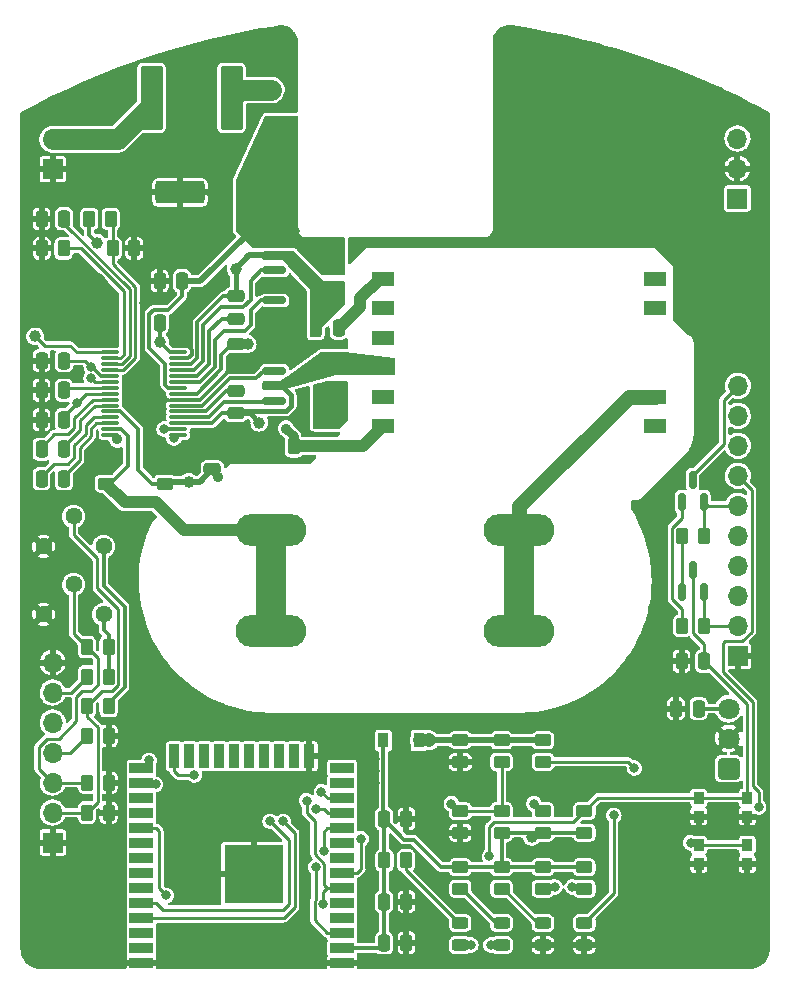
<source format=gbr>
%TF.GenerationSoftware,KiCad,Pcbnew,(6.0.0-0)*%
%TF.CreationDate,2022-04-04T00:03:27-05:00*%
%TF.ProjectId,SmartNeonPSU,536d6172-744e-4656-9f6e-5053552e6b69,rev?*%
%TF.SameCoordinates,Original*%
%TF.FileFunction,Copper,L1,Top*%
%TF.FilePolarity,Positive*%
%FSLAX46Y46*%
G04 Gerber Fmt 4.6, Leading zero omitted, Abs format (unit mm)*
G04 Created by KiCad (PCBNEW (6.0.0-0)) date 2022-04-04 00:03:27*
%MOMM*%
%LPD*%
G01*
G04 APERTURE LIST*
G04 Aperture macros list*
%AMRoundRect*
0 Rectangle with rounded corners*
0 $1 Rounding radius*
0 $2 $3 $4 $5 $6 $7 $8 $9 X,Y pos of 4 corners*
0 Add a 4 corners polygon primitive as box body*
4,1,4,$2,$3,$4,$5,$6,$7,$8,$9,$2,$3,0*
0 Add four circle primitives for the rounded corners*
1,1,$1+$1,$2,$3*
1,1,$1+$1,$4,$5*
1,1,$1+$1,$6,$7*
1,1,$1+$1,$8,$9*
0 Add four rect primitives between the rounded corners*
20,1,$1+$1,$2,$3,$4,$5,0*
20,1,$1+$1,$4,$5,$6,$7,0*
20,1,$1+$1,$6,$7,$8,$9,0*
20,1,$1+$1,$8,$9,$2,$3,0*%
%AMFreePoly0*
4,1,9,3.862500,-0.866500,0.737500,-0.866500,0.737500,-0.450000,-0.737500,-0.450000,-0.737500,0.450000,0.737500,0.450000,0.737500,0.866500,3.862500,0.866500,3.862500,-0.866500,3.862500,-0.866500,$1*%
G04 Aperture macros list end*
%TA.AperFunction,SMDPad,CuDef*%
%ADD10RoundRect,0.250000X-0.262500X-0.450000X0.262500X-0.450000X0.262500X0.450000X-0.262500X0.450000X0*%
%TD*%
%TA.AperFunction,SMDPad,CuDef*%
%ADD11RoundRect,0.250000X-0.450000X0.262500X-0.450000X-0.262500X0.450000X-0.262500X0.450000X0.262500X0*%
%TD*%
%TA.AperFunction,ComponentPad*%
%ADD12C,0.800000*%
%TD*%
%TA.AperFunction,ComponentPad*%
%ADD13C,6.400000*%
%TD*%
%TA.AperFunction,SMDPad,CuDef*%
%ADD14RoundRect,0.075000X-0.662500X-0.075000X0.662500X-0.075000X0.662500X0.075000X-0.662500X0.075000X0*%
%TD*%
%TA.AperFunction,SMDPad,CuDef*%
%ADD15R,0.900000X1.000000*%
%TD*%
%TA.AperFunction,SMDPad,CuDef*%
%ADD16RoundRect,0.250000X0.262500X0.450000X-0.262500X0.450000X-0.262500X-0.450000X0.262500X-0.450000X0*%
%TD*%
%TA.AperFunction,SMDPad,CuDef*%
%ADD17RoundRect,0.150000X0.150000X-0.587500X0.150000X0.587500X-0.150000X0.587500X-0.150000X-0.587500X0*%
%TD*%
%TA.AperFunction,SMDPad,CuDef*%
%ADD18R,0.900000X1.300000*%
%TD*%
%TA.AperFunction,SMDPad,CuDef*%
%ADD19FreePoly0,270.000000*%
%TD*%
%TA.AperFunction,SMDPad,CuDef*%
%ADD20RoundRect,0.250000X-0.475000X0.250000X-0.475000X-0.250000X0.475000X-0.250000X0.475000X0.250000X0*%
%TD*%
%TA.AperFunction,SMDPad,CuDef*%
%ADD21RoundRect,0.250000X0.250000X0.475000X-0.250000X0.475000X-0.250000X-0.475000X0.250000X-0.475000X0*%
%TD*%
%TA.AperFunction,ComponentPad*%
%ADD22O,6.000000X2.700000*%
%TD*%
%TA.AperFunction,SMDPad,CuDef*%
%ADD23C,1.000000*%
%TD*%
%TA.AperFunction,SMDPad,CuDef*%
%ADD24RoundRect,0.150000X-0.825000X-0.150000X0.825000X-0.150000X0.825000X0.150000X-0.825000X0.150000X0*%
%TD*%
%TA.AperFunction,ComponentPad*%
%ADD25RoundRect,0.250200X0.649800X-0.649800X0.649800X0.649800X-0.649800X0.649800X-0.649800X-0.649800X0*%
%TD*%
%TA.AperFunction,ComponentPad*%
%ADD26C,1.800000*%
%TD*%
%TA.AperFunction,SMDPad,CuDef*%
%ADD27RoundRect,0.250000X-0.250000X-0.475000X0.250000X-0.475000X0.250000X0.475000X-0.250000X0.475000X0*%
%TD*%
%TA.AperFunction,SMDPad,CuDef*%
%ADD28RoundRect,0.243750X0.456250X-0.243750X0.456250X0.243750X-0.456250X0.243750X-0.456250X-0.243750X0*%
%TD*%
%TA.AperFunction,SMDPad,CuDef*%
%ADD29RoundRect,0.250000X0.450000X-0.262500X0.450000X0.262500X-0.450000X0.262500X-0.450000X-0.262500X0*%
%TD*%
%TA.AperFunction,ComponentPad*%
%ADD30C,1.440000*%
%TD*%
%TA.AperFunction,ComponentPad*%
%ADD31R,1.700000X1.700000*%
%TD*%
%TA.AperFunction,ComponentPad*%
%ADD32O,1.700000X1.700000*%
%TD*%
%TA.AperFunction,SMDPad,CuDef*%
%ADD33R,1.910000X1.270000*%
%TD*%
%TA.AperFunction,SMDPad,CuDef*%
%ADD34RoundRect,0.250000X0.712500X2.475000X-0.712500X2.475000X-0.712500X-2.475000X0.712500X-2.475000X0*%
%TD*%
%TA.AperFunction,SMDPad,CuDef*%
%ADD35RoundRect,0.250000X0.475000X-0.250000X0.475000X0.250000X-0.475000X0.250000X-0.475000X-0.250000X0*%
%TD*%
%TA.AperFunction,SMDPad,CuDef*%
%ADD36R,2.000000X0.900000*%
%TD*%
%TA.AperFunction,SMDPad,CuDef*%
%ADD37R,0.900000X2.000000*%
%TD*%
%TA.AperFunction,SMDPad,CuDef*%
%ADD38R,5.000000X5.000000*%
%TD*%
%TA.AperFunction,SMDPad,CuDef*%
%ADD39R,1.100000X1.100000*%
%TD*%
%TA.AperFunction,SMDPad,CuDef*%
%ADD40RoundRect,0.250000X1.825000X0.700000X-1.825000X0.700000X-1.825000X-0.700000X1.825000X-0.700000X0*%
%TD*%
%TA.AperFunction,ViaPad*%
%ADD41C,0.800000*%
%TD*%
%TA.AperFunction,ViaPad*%
%ADD42C,1.200000*%
%TD*%
%TA.AperFunction,ViaPad*%
%ADD43C,1.000000*%
%TD*%
%TA.AperFunction,ViaPad*%
%ADD44C,0.900000*%
%TD*%
%TA.AperFunction,Conductor*%
%ADD45C,0.300000*%
%TD*%
%TA.AperFunction,Conductor*%
%ADD46C,0.500000*%
%TD*%
%TA.AperFunction,Conductor*%
%ADD47C,1.000000*%
%TD*%
%TA.AperFunction,Conductor*%
%ADD48C,0.250000*%
%TD*%
%TA.AperFunction,Conductor*%
%ADD49C,0.400000*%
%TD*%
%TA.AperFunction,Conductor*%
%ADD50C,1.270000*%
%TD*%
%TA.AperFunction,Conductor*%
%ADD51C,2.500000*%
%TD*%
%TA.AperFunction,Conductor*%
%ADD52C,1.750000*%
%TD*%
%TA.AperFunction,Conductor*%
%ADD53C,0.750000*%
%TD*%
G04 APERTURE END LIST*
D10*
%TO.P,R23,1*%
%TO.N,GND*%
X139587500Y-90450000D03*
%TO.P,R23,2*%
%TO.N,/OCP*%
X141412500Y-90450000D03*
%TD*%
D11*
%TO.P,R4,1*%
%TO.N,+12V*%
X159000000Y-115337500D03*
%TO.P,R4,2*%
%TO.N,/TPS_EN*%
X159000000Y-117162500D03*
%TD*%
D12*
%TO.P,H4,1,1*%
%TO.N,GND*%
X175302944Y-76602944D03*
X178697056Y-79997056D03*
X178697056Y-76602944D03*
X179400000Y-78300000D03*
X175302944Y-79997056D03*
X177000000Y-80700000D03*
X174600000Y-78300000D03*
X177000000Y-75900000D03*
D13*
X177000000Y-78300000D03*
%TD*%
D14*
%TO.P,U3,1,SYNC*%
%TO.N,/SYNC*%
X125887500Y-82500000D03*
%TO.P,U3,2,SET*%
%TO.N,/SET*%
X125887500Y-83000000D03*
%TO.P,U3,3,STC*%
%TO.N,/STC*%
X125887500Y-83500000D03*
%TO.P,U3,4,PH*%
%TO.N,/PH*%
X125887500Y-84000000D03*
%TO.P,U3,5,BBR*%
%TO.N,/BBR*%
X125887500Y-84500000D03*
%TO.P,U3,6,BC*%
%TO.N,/BC*%
X125887500Y-85000000D03*
%TO.P,U3,7,BF*%
%TO.N,/BF*%
X125887500Y-85500000D03*
%TO.P,U3,8,ABR*%
%TO.N,/ABR*%
X125887500Y-86000000D03*
%TO.P,U3,9,VAO*%
%TO.N,/VAO*%
X125887500Y-86500000D03*
%TO.P,U3,10,VA-*%
%TO.N,/VA-*%
X125887500Y-87000000D03*
%TO.P,U3,11,VSEN*%
%TO.N,/VSEN*%
X125887500Y-87500000D03*
%TO.P,U3,12,CA-*%
%TO.N,/CA-*%
X125887500Y-88000000D03*
%TO.P,U3,13,CAO*%
%TO.N,/CAO*%
X125887500Y-88500000D03*
%TO.P,U3,14,CSEN*%
%TO.N,/CSEN*%
X125887500Y-89000000D03*
%TO.P,U3,15,OCP*%
%TO.N,/OCP*%
X125887500Y-89500000D03*
%TO.P,U3,16,FAULT*%
%TO.N,/FAULT*%
X131612500Y-89500000D03*
%TO.P,U3,17,EN*%
%TO.N,/TPS_EN*%
X131612500Y-89000000D03*
%TO.P,U3,18,SC*%
%TO.N,/SC*%
X131612500Y-88500000D03*
%TO.P,U3,19,GC*%
%TO.N,/GC*%
X131612500Y-88000000D03*
%TO.P,U3,20,V5C*%
%TO.N,/V5C*%
X131612500Y-87500000D03*
%TO.P,U3,21,GD*%
%TO.N,/GD*%
X131612500Y-87000000D03*
%TO.P,U3,22,PGND*%
%TO.N,GND*%
X131612500Y-86500000D03*
%TO.P,U3,23,V5*%
%TO.N,/V5*%
X131612500Y-86000000D03*
%TO.P,U3,24,VCC*%
%TO.N,+12V*%
X131612500Y-85500000D03*
%TO.P,U3,25,GB*%
%TO.N,/GB*%
X131612500Y-85000000D03*
%TO.P,U3,26,V5A*%
%TO.N,/V5A*%
X131612500Y-84500000D03*
%TO.P,U3,27,GA*%
%TO.N,/GA*%
X131612500Y-84000000D03*
%TO.P,U3,28,SA*%
%TO.N,/SA*%
X131612500Y-83500000D03*
%TO.P,U3,29,GND*%
%TO.N,GND*%
X131612500Y-83000000D03*
%TO.P,U3,30,VREF*%
%TO.N,/VREF*%
X131612500Y-82500000D03*
%TD*%
D10*
%TO.P,R8,1*%
%TO.N,/BBR*%
X123897500Y-107450000D03*
%TO.P,R8,2*%
%TO.N,/V5*%
X125722500Y-107450000D03*
%TD*%
D15*
%TO.P,SW2,1,1*%
%TO.N,/GPIO0*%
X175700000Y-124200000D03*
X179800000Y-124200000D03*
%TO.P,SW2,2,2*%
%TO.N,GND*%
X179800000Y-125800000D03*
X175700000Y-125800000D03*
%TD*%
D12*
%TO.P,H3,1,1*%
%TO.N,GND*%
X178697056Y-128602944D03*
X175302944Y-128602944D03*
X177000000Y-127900000D03*
X174600000Y-130300000D03*
X175302944Y-131997056D03*
D13*
X177000000Y-130300000D03*
D12*
X178697056Y-131997056D03*
X177000000Y-132700000D03*
X179400000Y-130300000D03*
%TD*%
D16*
%TO.P,R7,1*%
%TO.N,GND*%
X125722500Y-121460000D03*
%TO.P,R7,2*%
%TO.N,/ABR*%
X123897500Y-121460000D03*
%TD*%
D11*
%TO.P,R14,1*%
%TO.N,+3V3*%
X159000000Y-126087500D03*
%TO.P,R14,2*%
%TO.N,Net-(D3-Pad2)*%
X159000000Y-127912500D03*
%TD*%
D17*
%TO.P,Q2,1,B*%
%TO.N,Net-(Q2-Pad1)*%
X174240000Y-95167500D03*
%TO.P,Q2,2,E*%
%TO.N,/~{DTR}*%
X176140000Y-95167500D03*
%TO.P,Q2,3,C*%
%TO.N,/GPIO0*%
X175190000Y-93292500D03*
%TD*%
D18*
%TO.P,U2,1,VIN*%
%TO.N,+12V*%
X152000000Y-115350000D03*
D19*
%TO.P,U2,2,GND*%
%TO.N,GND*%
X150500000Y-115437500D03*
D18*
%TO.P,U2,3,VOUT*%
%TO.N,+3V3*%
X149000000Y-115350000D03*
%TD*%
D20*
%TO.P,C4,1*%
%TO.N,+12V*%
X155500000Y-115300000D03*
%TO.P,C4,2*%
%TO.N,GND*%
X155500000Y-117200000D03*
%TD*%
D11*
%TO.P,R2,1*%
%TO.N,/TPS_EN*%
X155500000Y-121337500D03*
%TO.P,R2,2*%
%TO.N,GND*%
X155500000Y-123162500D03*
%TD*%
D16*
%TO.P,R1,1*%
%TO.N,/V5*%
X125722500Y-109950000D03*
%TO.P,R1,2*%
%TO.N,/FAULT*%
X123897500Y-109950000D03*
%TD*%
D21*
%TO.P,C3,1*%
%TO.N,/ABR*%
X121950000Y-88200000D03*
%TO.P,C3,2*%
%TO.N,GND*%
X120050000Y-88200000D03*
%TD*%
D22*
%TO.P,J5,1,Pin_1*%
%TO.N,/HV*%
X160500000Y-97550000D03*
X160500000Y-106050000D03*
%TD*%
D23*
%TO.P,TP6,1,1*%
%TO.N,/SC*%
X138500000Y-88450000D03*
%TD*%
D24*
%TO.P,Q4,1,S*%
%TO.N,GND*%
X139775000Y-82795000D03*
%TO.P,Q4,2,G*%
%TO.N,/GD*%
X139775000Y-84065000D03*
%TO.P,Q4,3,1*%
%TO.N,/SC*%
X139775000Y-85335000D03*
%TO.P,Q4,4,G*%
%TO.N,/GC*%
X139775000Y-86605000D03*
%TO.P,Q4,5,D*%
%TO.N,+12V*%
X144725000Y-86605000D03*
%TO.P,Q4,6,D*%
X144725000Y-85335000D03*
%TO.P,Q4,7,D*%
%TO.N,/SC*%
X144725000Y-84065000D03*
%TO.P,Q4,8,D*%
X144725000Y-82795000D03*
%TD*%
D25*
%TO.P,U1,1,OUT*%
%TO.N,/GPI35*%
X178225000Y-117740000D03*
D26*
%TO.P,U1,2,GND*%
%TO.N,GND*%
X178225000Y-115200000D03*
%TO.P,U1,3,Vs*%
%TO.N,+3V3*%
X178225000Y-112660000D03*
%TD*%
D27*
%TO.P,C8,1*%
%TO.N,/CA-*%
X120050000Y-93200000D03*
%TO.P,C8,2*%
%TO.N,/CAO*%
X121950000Y-93200000D03*
%TD*%
D10*
%TO.P,R19,1*%
%TO.N,Net-(Q2-Pad1)*%
X174277500Y-105660000D03*
%TO.P,R19,2*%
%TO.N,/~{RTS}*%
X176102500Y-105660000D03*
%TD*%
%TO.P,R6,1*%
%TO.N,/ABR*%
X123897500Y-112450000D03*
%TO.P,R6,2*%
%TO.N,/VREF*%
X125722500Y-112450000D03*
%TD*%
D11*
%TO.P,R24,1*%
%TO.N,GND*%
X130486222Y-91787500D03*
%TO.P,R24,2*%
%TO.N,/VSEN*%
X130486222Y-93612500D03*
%TD*%
D28*
%TO.P,D3,1,K*%
%TO.N,GND*%
X162500000Y-132682725D03*
%TO.P,D3,2,A*%
%TO.N,Net-(D3-Pad2)*%
X162500000Y-130807725D03*
%TD*%
D23*
%TO.P,TP5,1,1*%
%TO.N,/SA*%
X136500000Y-75450000D03*
%TD*%
D21*
%TO.P,C11,1*%
%TO.N,+12V*%
X131950000Y-76450000D03*
%TO.P,C11,2*%
%TO.N,GND*%
X130050000Y-76450000D03*
%TD*%
D29*
%TO.P,R3,1*%
%TO.N,+3V3*%
X162500000Y-123162500D03*
%TO.P,R3,2*%
%TO.N,/FAULT*%
X162500000Y-121337500D03*
%TD*%
D11*
%TO.P,R17,1*%
%TO.N,+3V3*%
X155500000Y-126087500D03*
%TO.P,R17,2*%
%TO.N,Net-(D5-Pad2)*%
X155500000Y-127912500D03*
%TD*%
D27*
%TO.P,C7,1*%
%TO.N,GND*%
X120050000Y-85700000D03*
%TO.P,C7,2*%
%TO.N,/BF*%
X121950000Y-85700000D03*
%TD*%
%TO.P,C14,1*%
%TO.N,GND*%
X120050000Y-71200000D03*
%TO.P,C14,2*%
%TO.N,/STC*%
X121950000Y-71200000D03*
%TD*%
D11*
%TO.P,R25,1*%
%TO.N,GND*%
X125500000Y-91787500D03*
%TO.P,R25,2*%
%TO.N,/CSEN*%
X125500000Y-93612500D03*
%TD*%
D29*
%TO.P,R20,1*%
%TO.N,+3V3*%
X166000000Y-123162500D03*
%TO.P,R20,2*%
%TO.N,/ESP_EN*%
X166000000Y-121337500D03*
%TD*%
D30*
%TO.P,RV2,1,1*%
%TO.N,GND*%
X120225000Y-104675000D03*
%TO.P,RV2,2,2*%
%TO.N,/BBR*%
X122765000Y-102135000D03*
%TO.P,RV2,3,3*%
%TO.N,/V5*%
X125305000Y-104675000D03*
%TD*%
D16*
%TO.P,R16,1*%
%TO.N,/SET*%
X121912500Y-73700000D03*
%TO.P,R16,2*%
%TO.N,GND*%
X120087500Y-73700000D03*
%TD*%
D20*
%TO.P,C12,1*%
%TO.N,/V5*%
X136500000Y-81800000D03*
%TO.P,C12,2*%
%TO.N,GND*%
X136500000Y-83700000D03*
%TD*%
D27*
%TO.P,C10,1*%
%TO.N,+3V3*%
X149050000Y-122000000D03*
%TO.P,C10,2*%
%TO.N,GND*%
X150950000Y-122000000D03*
%TD*%
D28*
%TO.P,D2,1,K*%
%TO.N,GND*%
X166000000Y-132687500D03*
%TO.P,D2,2,A*%
%TO.N,Net-(D2-Pad2)*%
X166000000Y-130812500D03*
%TD*%
D16*
%TO.P,R13,1*%
%TO.N,GND*%
X127912500Y-73700000D03*
%TO.P,R13,2*%
%TO.N,/PH*%
X126087500Y-73700000D03*
%TD*%
D21*
%TO.P,C20,1*%
%TO.N,/XFMR*%
X145200000Y-80450000D03*
%TO.P,C20,2*%
%TO.N,/SA*%
X143300000Y-80450000D03*
%TD*%
D23*
%TO.P,TP1,1,1*%
%TO.N,/CSEN*%
X127750000Y-95200000D03*
%TD*%
D22*
%TO.P,J6,1,Pin_1*%
%TO.N,/CSEN*%
X139500000Y-106050000D03*
X139500000Y-97550000D03*
%TD*%
D12*
%TO.P,H2,1,1*%
%TO.N,GND*%
X121302944Y-131997056D03*
X124697056Y-128602944D03*
X123000000Y-127900000D03*
X125400000Y-130300000D03*
X123000000Y-132700000D03*
X120600000Y-130300000D03*
X121302944Y-128602944D03*
D13*
X123000000Y-130300000D03*
D12*
X124697056Y-131997056D03*
%TD*%
D31*
%TO.P,J3,1,Pin_1*%
%TO.N,GND*%
X121000000Y-124000000D03*
D32*
%TO.P,J3,2,Pin_2*%
%TO.N,/ABR*%
X121000000Y-121460000D03*
%TO.P,J3,3,Pin_3*%
%TO.N,/BBR*%
X121000000Y-118920000D03*
%TO.P,J3,4,Pin_4*%
%TO.N,/BC*%
X121000000Y-116380000D03*
%TO.P,J3,5,Pin_5*%
%TO.N,/TPS_EN*%
X121000000Y-113840000D03*
%TO.P,J3,6,Pin_6*%
%TO.N,/FAULT*%
X121000000Y-111300000D03*
%TO.P,J3,7,Pin_7*%
%TO.N,GND*%
X121000000Y-108760000D03*
%TD*%
D11*
%TO.P,R10,1*%
%TO.N,+12V*%
X162500000Y-115337500D03*
%TO.P,R10,2*%
%TO.N,Net-(D2-Pad2)*%
X162500000Y-117162500D03*
%TD*%
D16*
%TO.P,R12,1*%
%TO.N,/PH*%
X125912500Y-71200000D03*
%TO.P,R12,2*%
%TO.N,/V5*%
X124087500Y-71200000D03*
%TD*%
D27*
%TO.P,C18,1*%
%TO.N,+3V3*%
X149050000Y-132500000D03*
%TO.P,C18,2*%
%TO.N,GND*%
X150950000Y-132500000D03*
%TD*%
D10*
%TO.P,R18,1*%
%TO.N,Net-(Q1-Pad1)*%
X174277500Y-98040000D03*
%TO.P,R18,2*%
%TO.N,/~{DTR}*%
X176102500Y-98040000D03*
%TD*%
%TO.P,R15,1*%
%TO.N,+3V3*%
X149087500Y-125500000D03*
%TO.P,R15,2*%
%TO.N,Net-(D4-Pad2)*%
X150912500Y-125500000D03*
%TD*%
D28*
%TO.P,D4,1,K*%
%TO.N,/GPIO5*%
X155500000Y-132681414D03*
%TO.P,D4,2,A*%
%TO.N,Net-(D4-Pad2)*%
X155500000Y-130806414D03*
%TD*%
D27*
%TO.P,C9,1*%
%TO.N,/VAO*%
X120050000Y-90700000D03*
%TO.P,C9,2*%
%TO.N,/VA-*%
X121950000Y-90700000D03*
%TD*%
D31*
%TO.P,J1,1,Pin_1*%
%TO.N,GND*%
X121000000Y-67000000D03*
D32*
%TO.P,J1,2,Pin_2*%
%TO.N,Net-(F1-Pad2)*%
X121000000Y-64460000D03*
%TD*%
D33*
%TO.P,TR1,1,1*%
%TO.N,/XFMR*%
X149000000Y-76250000D03*
%TO.P,TR1,2*%
%TO.N,N/C*%
X149000000Y-78750000D03*
%TO.P,TR1,3*%
X149000000Y-81250000D03*
%TO.P,TR1,4,4*%
%TO.N,/SC*%
X149000000Y-83750000D03*
%TO.P,TR1,5*%
%TO.N,N/C*%
X149000000Y-86250000D03*
%TO.P,TR1,6,6*%
%TO.N,/OCP*%
X149000000Y-88750000D03*
%TO.P,TR1,7*%
%TO.N,N/C*%
X172000000Y-88750000D03*
%TO.P,TR1,8,8*%
%TO.N,/HV*%
X172000000Y-86250000D03*
%TO.P,TR1,9*%
%TO.N,N/C*%
X172000000Y-78750000D03*
%TO.P,TR1,10*%
X172000000Y-76250000D03*
%TD*%
D27*
%TO.P,C13,1*%
%TO.N,/VREF*%
X130050000Y-79988216D03*
%TO.P,C13,2*%
%TO.N,GND*%
X131950000Y-79988216D03*
%TD*%
D21*
%TO.P,C6,1*%
%TO.N,/BBR*%
X121950000Y-83200000D03*
%TO.P,C6,2*%
%TO.N,GND*%
X120050000Y-83200000D03*
%TD*%
D28*
%TO.P,D5,1,K*%
%TO.N,/FAULT*%
X159000000Y-132685346D03*
%TO.P,D5,2,A*%
%TO.N,Net-(D5-Pad2)*%
X159000000Y-130810346D03*
%TD*%
D27*
%TO.P,C5,1*%
%TO.N,GND*%
X173785000Y-112660000D03*
%TO.P,C5,2*%
%TO.N,+3V3*%
X175685000Y-112660000D03*
%TD*%
D34*
%TO.P,F1,1*%
%TO.N,Net-(D1-Pad2)*%
X136137500Y-60950000D03*
%TO.P,F1,2*%
%TO.N,Net-(F1-Pad2)*%
X129362500Y-60950000D03*
%TD*%
D23*
%TO.P,TP2,1,1*%
%TO.N,/VSEN*%
X132500000Y-93450000D03*
%TD*%
D35*
%TO.P,C22,1*%
%TO.N,/VSEN*%
X134500000Y-92400000D03*
%TO.P,C22,2*%
%TO.N,GND*%
X134500000Y-90500000D03*
%TD*%
D16*
%TO.P,R11,1*%
%TO.N,GND*%
X125722500Y-114979974D03*
%TO.P,R11,2*%
%TO.N,/BC*%
X123897500Y-114979974D03*
%TD*%
D11*
%TO.P,R22,1*%
%TO.N,+3V3*%
X166000000Y-126087500D03*
%TO.P,R22,2*%
%TO.N,/GPIO2*%
X166000000Y-127912500D03*
%TD*%
D23*
%TO.P,TP3,1,1*%
%TO.N,/SYNC*%
X119506652Y-81152934D03*
%TD*%
D12*
%TO.P,H1,1,1*%
%TO.N,GND*%
X121302944Y-79997056D03*
X123000000Y-75900000D03*
X124697056Y-79997056D03*
X125400000Y-78300000D03*
X120600000Y-78300000D03*
X124697056Y-76602944D03*
X121302944Y-76602944D03*
X123000000Y-80700000D03*
D13*
X123000000Y-78300000D03*
%TD*%
D11*
%TO.P,R21,1*%
%TO.N,+3V3*%
X162500000Y-126087500D03*
%TO.P,R21,2*%
%TO.N,/GPIO0*%
X162500000Y-127912500D03*
%TD*%
D36*
%TO.P,U4,1,GND*%
%TO.N,GND*%
X145500000Y-134205000D03*
%TO.P,U4,2,VDD*%
%TO.N,+3V3*%
X145500000Y-132935000D03*
%TO.P,U4,3,EN*%
%TO.N,/ESP_EN*%
X145500000Y-131665000D03*
%TO.P,U4,4,SENSOR_VP*%
%TO.N,/GPI36*%
X145500000Y-130395000D03*
%TO.P,U4,5,SENSOR_VN*%
%TO.N,/GPI39*%
X145500000Y-129125000D03*
%TO.P,U4,6,IO34*%
%TO.N,/FAULT*%
X145500000Y-127855000D03*
%TO.P,U4,7,IO35*%
%TO.N,/GPI35*%
X145500000Y-126585000D03*
%TO.P,U4,8,IO32*%
%TO.N,/GPIO32*%
X145500000Y-125315000D03*
%TO.P,U4,9,IO33*%
%TO.N,/GPIO33*%
X145500000Y-124045000D03*
%TO.P,U4,10,IO25*%
%TO.N,/ESP_ABR*%
X145500000Y-122775000D03*
%TO.P,U4,11,IO26*%
%TO.N,/ESP_BC*%
X145500000Y-121505000D03*
%TO.P,U4,12,IO27*%
%TO.N,/TPS_EN*%
X145500000Y-120235000D03*
%TO.P,U4,13,IO14*%
%TO.N,/GPIO14*%
X145500000Y-118965000D03*
%TO.P,U4,14,IO12*%
%TO.N,/GPIO12*%
X145500000Y-117695000D03*
D37*
%TO.P,U4,15,GND*%
%TO.N,GND*%
X142715000Y-116695000D03*
%TO.P,U4,16,IO13*%
%TO.N,/GPIO13*%
X141445000Y-116695000D03*
%TO.P,U4,17,SHD/SD2*%
%TO.N,unconnected-(U4-Pad17)*%
X140175000Y-116695000D03*
%TO.P,U4,18,SWP/SD3*%
%TO.N,unconnected-(U4-Pad18)*%
X138905000Y-116695000D03*
%TO.P,U4,19,SCS/CMD*%
%TO.N,unconnected-(U4-Pad19)*%
X137635000Y-116695000D03*
%TO.P,U4,20,SCK/CLK*%
%TO.N,unconnected-(U4-Pad20)*%
X136365000Y-116695000D03*
%TO.P,U4,21,SDO/SD0*%
%TO.N,unconnected-(U4-Pad21)*%
X135095000Y-116695000D03*
%TO.P,U4,22,SDI/SD1*%
%TO.N,unconnected-(U4-Pad22)*%
X133825000Y-116695000D03*
%TO.P,U4,23,IO15*%
%TO.N,/GPIO15*%
X132555000Y-116695000D03*
%TO.P,U4,24,IO2*%
%TO.N,/GPIO2*%
X131285000Y-116695000D03*
D36*
%TO.P,U4,25,IO0*%
%TO.N,/GPIO0*%
X128500000Y-117695000D03*
%TO.P,U4,26,IO4*%
%TO.N,/GPIO4*%
X128500000Y-118965000D03*
%TO.P,U4,27,IO16*%
%TO.N,/GPIO16*%
X128500000Y-120235000D03*
%TO.P,U4,28,IO17*%
%TO.N,/GPIO17*%
X128500000Y-121505000D03*
%TO.P,U4,29,IO5*%
%TO.N,/GPIO5*%
X128500000Y-122775000D03*
%TO.P,U4,30,IO18*%
%TO.N,/GPIO18*%
X128500000Y-124045000D03*
%TO.P,U4,31,IO19*%
%TO.N,/GPIO19*%
X128500000Y-125315000D03*
%TO.P,U4,32,NC*%
%TO.N,unconnected-(U4-Pad32)*%
X128500000Y-126585000D03*
%TO.P,U4,33,IO21*%
%TO.N,/GPIO21*%
X128500000Y-127855000D03*
%TO.P,U4,34,RXD0/IO3*%
%TO.N,/GPIO3*%
X128500000Y-129125000D03*
%TO.P,U4,35,TXD0/IO1*%
%TO.N,/GPIO1*%
X128500000Y-130395000D03*
%TO.P,U4,36,IO22*%
%TO.N,/GPIO22*%
X128500000Y-131665000D03*
%TO.P,U4,37,IO23*%
%TO.N,/GPIO23*%
X128500000Y-132935000D03*
%TO.P,U4,38,GND*%
%TO.N,GND*%
X128500000Y-134205000D03*
D38*
%TO.P,U4,39,GND*%
X138000000Y-126705000D03*
%TD*%
D21*
%TO.P,C17,1*%
%TO.N,/ESP_EN*%
X176140000Y-108650000D03*
%TO.P,C17,2*%
%TO.N,GND*%
X174240000Y-108650000D03*
%TD*%
D23*
%TO.P,TP4,1,1*%
%TO.N,/OCP*%
X146000000Y-90450000D03*
%TD*%
D30*
%TO.P,RV1,1,1*%
%TO.N,GND*%
X120225000Y-98925000D03*
%TO.P,RV1,2,2*%
%TO.N,/ABR*%
X122765000Y-96385000D03*
%TO.P,RV1,3,3*%
%TO.N,/VREF*%
X125305000Y-98925000D03*
%TD*%
D17*
%TO.P,Q1,1,B*%
%TO.N,Net-(Q1-Pad1)*%
X174240000Y-102787500D03*
%TO.P,Q1,2,E*%
%TO.N,/~{RTS}*%
X176140000Y-102787500D03*
%TO.P,Q1,3,C*%
%TO.N,/ESP_EN*%
X175190000Y-100912500D03*
%TD*%
D15*
%TO.P,SW1,1,1*%
%TO.N,/ESP_EN*%
X179800000Y-120200000D03*
X175700000Y-120200000D03*
%TO.P,SW1,2,2*%
%TO.N,GND*%
X179800000Y-121800000D03*
X175700000Y-121800000D03*
%TD*%
D20*
%TO.P,C15,1*%
%TO.N,/SA*%
X136500000Y-77750000D03*
%TO.P,C15,2*%
%TO.N,/V5A*%
X136500000Y-79650000D03*
%TD*%
D27*
%TO.P,C19,1*%
%TO.N,+3V3*%
X149050000Y-129000000D03*
%TO.P,C19,2*%
%TO.N,GND*%
X150950000Y-129000000D03*
%TD*%
D20*
%TO.P,C16,1*%
%TO.N,/V5C*%
X136500000Y-85750000D03*
%TO.P,C16,2*%
%TO.N,/SC*%
X136500000Y-87650000D03*
%TD*%
D16*
%TO.P,R9,1*%
%TO.N,GND*%
X125722500Y-118920000D03*
%TO.P,R9,2*%
%TO.N,/BBR*%
X123897500Y-118920000D03*
%TD*%
D31*
%TO.P,J4,1,Pin_1*%
%TO.N,/GPIO0*%
X178975000Y-69475000D03*
D32*
%TO.P,J4,2,Pin_2*%
%TO.N,GND*%
X178975000Y-66935000D03*
%TO.P,J4,3,Pin_3*%
%TO.N,/GPIO2*%
X178975000Y-64395000D03*
%TD*%
D29*
%TO.P,R5,1*%
%TO.N,+3V3*%
X159000000Y-123162500D03*
%TO.P,R5,2*%
%TO.N,/TPS_EN*%
X159000000Y-121337500D03*
%TD*%
D24*
%TO.P,Q3,1,S*%
%TO.N,/SA*%
X139775000Y-74295000D03*
%TO.P,Q3,2,G*%
%TO.N,/GA*%
X139775000Y-75565000D03*
%TO.P,Q3,3,1*%
%TO.N,GND*%
X139775000Y-76835000D03*
%TO.P,Q3,4,G*%
%TO.N,/GB*%
X139775000Y-78105000D03*
%TO.P,Q3,5,D*%
%TO.N,/SA*%
X144725000Y-78105000D03*
%TO.P,Q3,6,D*%
X144725000Y-76835000D03*
%TO.P,Q3,7,D*%
%TO.N,+12V*%
X144725000Y-75565000D03*
%TO.P,Q3,8,D*%
X144725000Y-74295000D03*
%TD*%
D39*
%TO.P,D1,1,K*%
%TO.N,+12V*%
X139500000Y-63100000D03*
%TO.P,D1,2,A*%
%TO.N,Net-(D1-Pad2)*%
X139500000Y-60300000D03*
%TD*%
D40*
%TO.P,C1,1*%
%TO.N,+12V*%
X138725000Y-68950000D03*
%TO.P,C1,2*%
%TO.N,GND*%
X131775000Y-68950000D03*
%TD*%
D31*
%TO.P,J2,1,Pin_1*%
%TO.N,GND*%
X179000000Y-108200000D03*
D32*
%TO.P,J2,2,Pin_2*%
%TO.N,/~{RTS}*%
X179000000Y-105660000D03*
%TO.P,J2,3,Pin_3*%
%TO.N,+3V3*%
X179000000Y-103120000D03*
%TO.P,J2,4,Pin_4*%
%TO.N,/GPIO3*%
X179000000Y-100580000D03*
%TO.P,J2,5,Pin_5*%
%TO.N,/GPIO1*%
X179000000Y-98040000D03*
%TO.P,J2,6,Pin_6*%
%TO.N,/~{DTR}*%
X179000000Y-95500000D03*
%TO.P,J2,7,Pin_7*%
%TO.N,/GPIO5*%
X179000000Y-92960000D03*
%TO.P,J2,8,Pin_8*%
%TO.N,/GPIO4*%
X179000000Y-90420000D03*
%TO.P,J2,9,Pin_9*%
%TO.N,/GPIO2*%
X179000000Y-87880000D03*
%TO.P,J2,10,Pin_10*%
%TO.N,/GPIO0*%
X179000000Y-85340000D03*
%TD*%
D41*
%TO.N,+12V*%
X144000000Y-73700000D03*
X144000000Y-74950000D03*
X144750000Y-88450000D03*
X143500000Y-85950000D03*
X144750000Y-85950000D03*
X143500000Y-87200000D03*
X139000000Y-72200000D03*
X145250000Y-73700000D03*
X142750000Y-73700000D03*
X137750000Y-72200000D03*
X144750000Y-87200000D03*
X140250000Y-72200000D03*
X141500000Y-72200000D03*
X145250000Y-74950000D03*
X143500000Y-88450000D03*
D42*
X152850000Y-115350000D03*
D41*
%TO.N,GND*%
X172750000Y-116450000D03*
X139600000Y-57050000D03*
X165000000Y-113700000D03*
X141000000Y-79200000D03*
X137250000Y-89450000D03*
X150500000Y-114450000D03*
X150000000Y-117450000D03*
X130250000Y-67200000D03*
X132250000Y-70700000D03*
X150000000Y-116450000D03*
X126500000Y-91700000D03*
X148250000Y-118950000D03*
X135250000Y-89450000D03*
X133250000Y-70700000D03*
X136250000Y-127700000D03*
X133250000Y-113700000D03*
X125500000Y-90950000D03*
X139750000Y-127700000D03*
X164250000Y-124950000D03*
X148250000Y-116950000D03*
X132250000Y-67200000D03*
X138000000Y-126450000D03*
X129250000Y-89450000D03*
X133250000Y-67200000D03*
X139750000Y-81700000D03*
X139750000Y-79200000D03*
X150000000Y-118450000D03*
X150000000Y-119450000D03*
X151000000Y-118450000D03*
X152000000Y-116950000D03*
X139750000Y-125200000D03*
D43*
X132075181Y-81624819D03*
D41*
X136250000Y-125200000D03*
X151000000Y-116450000D03*
X150500000Y-115450000D03*
X130250000Y-70700000D03*
X151000000Y-117450000D03*
X141000000Y-81700000D03*
X128250000Y-108700000D03*
X152000000Y-117950000D03*
X133250000Y-89450000D03*
X131250000Y-67200000D03*
X142250000Y-85950000D03*
X160400000Y-57050000D03*
X127750000Y-96700000D03*
X170000000Y-108700000D03*
X152000000Y-118950000D03*
X131250000Y-70700000D03*
X151000000Y-119450000D03*
X128750000Y-78350000D03*
X139750000Y-80450000D03*
X148250000Y-117950000D03*
X141000000Y-80450000D03*
X142250000Y-87200000D03*
%TO.N,/ABR*%
X123085011Y-86756257D03*
%TO.N,/BBR*%
X124250000Y-83700000D03*
D43*
%TO.N,+3V3*%
X161548817Y-123514710D03*
%TO.N,/V5*%
X137500000Y-81800000D03*
X124750000Y-73200000D03*
%TO.N,/VREF*%
X130075472Y-81624528D03*
D41*
%TO.N,/ESP_EN*%
X143268409Y-126074813D03*
X157974500Y-125174500D03*
D44*
%TO.N,/VSEN*%
X135014348Y-93020948D03*
D41*
%TO.N,Net-(D2-Pad2)*%
X168500000Y-121700000D03*
X170250000Y-117700000D03*
%TO.N,/GPIO5*%
X130605789Y-128464705D03*
X156400000Y-132681414D03*
X180770325Y-121002235D03*
%TO.N,/GPIO3*%
X139400000Y-122200000D03*
%TO.N,/GPIO1*%
X140500000Y-122200000D03*
%TO.N,/GPIO4*%
X129706733Y-119071923D03*
%TO.N,/GPIO2*%
X165000000Y-127750000D03*
X133000000Y-118294502D03*
%TO.N,/GPIO0*%
X163500000Y-127750000D03*
X174999861Y-123999861D03*
X129158288Y-117036343D03*
%TO.N,/BC*%
X124250000Y-84700000D03*
%TO.N,/TPS_EN*%
X143750000Y-119700000D03*
X130426138Y-88999876D03*
X154750000Y-120700000D03*
%TO.N,/FAULT*%
X142500000Y-120450000D03*
X158100000Y-132685346D03*
X161750000Y-120700000D03*
X143900498Y-129200000D03*
X131250000Y-89749500D03*
D44*
%TO.N,/OCP*%
X140750000Y-88950000D03*
X126461878Y-89872168D03*
D41*
%TO.N,/GPI35*%
X147099502Y-123677761D03*
%TO.N,/ESP_ABR*%
X143929068Y-124677860D03*
%TO.N,/ESP_BC*%
X143250000Y-121200000D03*
%TD*%
D45*
%TO.N,+12V*%
X130500000Y-83450000D02*
X129191768Y-82141768D01*
X130774639Y-85500000D02*
X130500000Y-85225361D01*
D46*
X133500000Y-76450000D02*
X137750000Y-72200000D01*
X155537500Y-115337500D02*
X155500000Y-115300000D01*
D45*
X129536304Y-78913696D02*
X130786304Y-78913696D01*
X129191768Y-82141768D02*
X129191768Y-79258232D01*
X131612500Y-85500000D02*
X130774639Y-85500000D01*
D46*
X131950000Y-76450000D02*
X133500000Y-76450000D01*
X155450000Y-115350000D02*
X155500000Y-115300000D01*
D45*
X130500000Y-85225361D02*
X130500000Y-83450000D01*
X130786304Y-78913696D02*
X131950000Y-77750000D01*
X131950000Y-77750000D02*
X131950000Y-76450000D01*
D47*
X152000000Y-115350000D02*
X152850000Y-115350000D01*
D46*
X152850000Y-115350000D02*
X155450000Y-115350000D01*
D45*
X129191768Y-79258232D02*
X129536304Y-78913696D01*
D46*
X159000000Y-115337500D02*
X162500000Y-115337500D01*
X159000000Y-115337500D02*
X155537500Y-115337500D01*
D45*
%TO.N,GND*%
X132075181Y-80113397D02*
X131950000Y-79988216D01*
X132750000Y-82700361D02*
X132750000Y-82299639D01*
D48*
X129250000Y-89450000D02*
X129250000Y-87700000D01*
D45*
X132075181Y-81624819D02*
X132075181Y-80113397D01*
D48*
X130450000Y-86500000D02*
X131612500Y-86500000D01*
D45*
X131612500Y-86500000D02*
X133450000Y-86500000D01*
X133450000Y-86500000D02*
X136250000Y-83700000D01*
X132750000Y-82299639D02*
X132075181Y-81624819D01*
X132450361Y-83000000D02*
X132750000Y-82700361D01*
D48*
X129250000Y-87700000D02*
X130450000Y-86500000D01*
D45*
X136250000Y-83700000D02*
X136500000Y-83700000D01*
X131612500Y-83000000D02*
X132450361Y-83000000D01*
D48*
%TO.N,/ABR*%
X126559520Y-110640480D02*
X126559520Y-104259520D01*
X123897500Y-121460000D02*
X124805715Y-120551785D01*
X121950000Y-87891268D02*
X123085011Y-86756257D01*
X121000000Y-121460000D02*
X123897500Y-121460000D01*
X124805715Y-114255715D02*
X123897500Y-113347500D01*
X123897500Y-113347500D02*
X123897500Y-112450000D01*
X121950000Y-88200000D02*
X121950000Y-87891268D01*
X125147500Y-111200000D02*
X126000000Y-111200000D01*
X125887500Y-86000000D02*
X123841268Y-86000000D01*
X123841268Y-86000000D02*
X123085011Y-86756257D01*
X124750000Y-102450000D02*
X124750000Y-99950000D01*
X124750000Y-99950000D02*
X122765000Y-97965000D01*
X126000000Y-111200000D02*
X126559520Y-110640480D01*
X126559520Y-104259520D02*
X124750000Y-102450000D01*
X124805715Y-120551785D02*
X124805715Y-114255715D01*
X122765000Y-97965000D02*
X122765000Y-96385000D01*
X123897500Y-112450000D02*
X125147500Y-111200000D01*
%TO.N,/BBR*%
X125084994Y-84500000D02*
X124284994Y-83700000D01*
X125887500Y-84500000D02*
X125084994Y-84500000D01*
X121000000Y-118920000D02*
X123897500Y-118920000D01*
X121500000Y-115200000D02*
X120500000Y-115200000D01*
X119825489Y-117745489D02*
X121000000Y-118920000D01*
X119825489Y-115874511D02*
X119825489Y-117745489D01*
X123897500Y-107450000D02*
X124805126Y-108357626D01*
X123000000Y-111700000D02*
X123000000Y-113700000D01*
X122765000Y-106317500D02*
X123897500Y-107450000D01*
X124805126Y-110644874D02*
X124250000Y-111200000D01*
X120500000Y-115200000D02*
X119825489Y-115874511D01*
X124250000Y-111200000D02*
X123500000Y-111200000D01*
X124284994Y-83700000D02*
X124250000Y-83700000D01*
X123750000Y-83200000D02*
X124250000Y-83700000D01*
X124805126Y-108357626D02*
X124805126Y-110644874D01*
X122765000Y-102135000D02*
X122765000Y-106317500D01*
X123500000Y-111200000D02*
X123000000Y-111700000D01*
X121950000Y-83200000D02*
X123750000Y-83200000D01*
X123000000Y-113700000D02*
X121500000Y-115200000D01*
%TO.N,/BF*%
X122150000Y-85500000D02*
X121950000Y-85700000D01*
X125887500Y-85500000D02*
X122150000Y-85500000D01*
%TO.N,/CAO*%
X123301492Y-90569823D02*
X124250000Y-89621315D01*
X121950000Y-93200000D02*
X121950000Y-93000000D01*
X123301492Y-91648508D02*
X123301492Y-90569823D01*
X124250000Y-89621315D02*
X124250000Y-88950000D01*
X121950000Y-93000000D02*
X123301492Y-91648508D01*
X124700000Y-88500000D02*
X125887500Y-88500000D01*
X124250000Y-88950000D02*
X124700000Y-88500000D01*
%TO.N,/CA-*%
X121091532Y-91950000D02*
X122250000Y-91950000D01*
X123774506Y-88684177D02*
X124458683Y-88000000D01*
X120050000Y-92991532D02*
X121091532Y-91950000D01*
X123774506Y-89425494D02*
X123774506Y-88684177D01*
X122823471Y-91376529D02*
X122823471Y-90376529D01*
X124458683Y-88000000D02*
X125887500Y-88000000D01*
X122250000Y-91950000D02*
X122823471Y-91376529D01*
X122823471Y-90376529D02*
X123774506Y-89425494D01*
X120050000Y-93200000D02*
X120050000Y-92991532D01*
%TO.N,/VA-*%
X123285159Y-89078610D02*
X123285159Y-88253277D01*
X121950000Y-90700000D02*
X121950000Y-90413769D01*
X121950000Y-90413769D02*
X123285159Y-89078610D01*
X124538436Y-87000000D02*
X125887500Y-87000000D01*
X123285159Y-88253277D02*
X124538436Y-87000000D01*
%TO.N,/VAO*%
X120050000Y-90700000D02*
X120050000Y-90506674D01*
X124367981Y-86500000D02*
X125887500Y-86500000D01*
X122819466Y-88048515D02*
X124367981Y-86500000D01*
X121106674Y-89450000D02*
X122250000Y-89450000D01*
X122250000Y-89450000D02*
X122819466Y-88880534D01*
X120050000Y-90506674D02*
X121106674Y-89450000D01*
X122819466Y-88880534D02*
X122819466Y-88048515D01*
D45*
%TO.N,+3V3*%
X151550000Y-123750000D02*
X153887500Y-126087500D01*
X159000000Y-123162500D02*
X166000000Y-123162500D01*
X145500000Y-132935000D02*
X148615000Y-132935000D01*
X153887500Y-126087500D02*
X155500000Y-126087500D01*
X149050000Y-132500000D02*
X149050000Y-129000000D01*
X159000000Y-126087500D02*
X162500000Y-126087500D01*
X149000000Y-115350000D02*
X149000000Y-121950000D01*
X162500000Y-126087500D02*
X166000000Y-126087500D01*
X155500000Y-126087500D02*
X159000000Y-126087500D01*
X150750000Y-123750000D02*
X151550000Y-123750000D01*
X161548817Y-123514710D02*
X161901027Y-123162500D01*
X149050000Y-125537500D02*
X149087500Y-125500000D01*
X149050000Y-129000000D02*
X149050000Y-122000000D01*
X148615000Y-132935000D02*
X149050000Y-132500000D01*
X159000000Y-126087500D02*
X159000000Y-123162500D01*
X149050000Y-122050000D02*
X150750000Y-123750000D01*
X149087500Y-125500000D02*
X149050000Y-125462500D01*
X175685000Y-112660000D02*
X178225000Y-112660000D01*
X149000000Y-121950000D02*
X149050000Y-122000000D01*
%TO.N,/V5*%
X124087500Y-71200000D02*
X124087500Y-72537500D01*
X124087500Y-72537500D02*
X124750000Y-73200000D01*
X135250000Y-83950000D02*
X135250000Y-82700000D01*
X125722500Y-107450000D02*
X125722500Y-109950000D01*
X131612500Y-86000000D02*
X133200000Y-86000000D01*
X125722500Y-107450000D02*
X125722500Y-106422500D01*
X125722500Y-106422500D02*
X125305000Y-106005000D01*
X133200000Y-86000000D02*
X135250000Y-83950000D01*
X136500000Y-81800000D02*
X137473207Y-81800000D01*
X125305000Y-106005000D02*
X125305000Y-104675000D01*
X136150000Y-81800000D02*
X136500000Y-81800000D01*
X135250000Y-82700000D02*
X136150000Y-81800000D01*
%TO.N,/VREF*%
X125305000Y-102255000D02*
X125305000Y-98925000D01*
X130050000Y-81599056D02*
X130050000Y-79988216D01*
X125722500Y-112450000D02*
X125722500Y-112227500D01*
X131612500Y-82500000D02*
X130950944Y-82500000D01*
X127086738Y-104036738D02*
X125305000Y-102255000D01*
X125722500Y-112227500D02*
X127086738Y-110863262D01*
X130075472Y-81624528D02*
X130050000Y-81599056D01*
X127086738Y-110863262D02*
X127086738Y-104036738D01*
X130950944Y-82500000D02*
X130075472Y-81624528D01*
D48*
%TO.N,/STC*%
X121950000Y-71610079D02*
X121950000Y-71200000D01*
X125887500Y-83500000D02*
X126825724Y-83500000D01*
X126825724Y-83500000D02*
X127500000Y-82825724D01*
X127500000Y-77160079D02*
X121950000Y-71610079D01*
X127500000Y-82825724D02*
X127500000Y-77160079D01*
%TO.N,/ESP_EN*%
X176140000Y-107222493D02*
X176140000Y-108650000D01*
X158386581Y-122250926D02*
X157974500Y-122663007D01*
X167137500Y-120200000D02*
X166000000Y-121337500D01*
X175190000Y-100912500D02*
X175190000Y-106272493D01*
X144250000Y-131665000D02*
X145500000Y-131665000D01*
X166000000Y-121337500D02*
X165086574Y-122250926D01*
X175700000Y-120200000D02*
X179800000Y-120200000D01*
X143268409Y-128840481D02*
X143170653Y-128938237D01*
X179800000Y-120200000D02*
X179800000Y-112310000D01*
X175700000Y-120200000D02*
X167137500Y-120200000D01*
X157974500Y-122663007D02*
X157974500Y-125174500D01*
X165086574Y-122250926D02*
X158386581Y-122250926D01*
X175190000Y-106272493D02*
X176140000Y-107222493D01*
X143170653Y-130585653D02*
X144250000Y-131665000D01*
X143170653Y-128938237D02*
X143170653Y-130585653D01*
X179800000Y-112310000D02*
X176140000Y-108650000D01*
X143268409Y-126074813D02*
X143268409Y-128840481D01*
D46*
%TO.N,/SA*%
X137655000Y-74295000D02*
X136500000Y-75450000D01*
D45*
X135450000Y-77750000D02*
X136500000Y-77750000D01*
D49*
X136500000Y-77750000D02*
X136500000Y-75450000D01*
D45*
X132700000Y-83500000D02*
X133250000Y-82950000D01*
X133250000Y-79950000D02*
X135450000Y-77750000D01*
D46*
X139775000Y-74295000D02*
X137655000Y-74295000D01*
D45*
X131612500Y-83500000D02*
X132700000Y-83500000D01*
X133250000Y-82950000D02*
X133250000Y-79950000D01*
%TO.N,/V5A*%
X131612500Y-84500000D02*
X133200000Y-84500000D01*
X133200000Y-84500000D02*
X134250000Y-83450000D01*
X135300000Y-79650000D02*
X136500000Y-79650000D01*
X134250000Y-83450000D02*
X134250000Y-80700000D01*
X134250000Y-80700000D02*
X135300000Y-79650000D01*
%TO.N,/V5C*%
X133950000Y-87500000D02*
X135700000Y-85750000D01*
X131612500Y-87500000D02*
X133950000Y-87500000D01*
X135700000Y-85750000D02*
X136500000Y-85750000D01*
D49*
%TO.N,/SC*%
X139775000Y-85335000D02*
X140385000Y-85335000D01*
X138500000Y-88450000D02*
X137700000Y-87650000D01*
X137700000Y-87650000D02*
X136500000Y-87650000D01*
D45*
X134450000Y-88500000D02*
X135300000Y-87650000D01*
D49*
X140385000Y-85335000D02*
X141189349Y-86139349D01*
D45*
X135300000Y-87650000D02*
X136500000Y-87650000D01*
D49*
X140750000Y-87450000D02*
X136700000Y-87450000D01*
X136700000Y-87450000D02*
X136500000Y-87650000D01*
D45*
X131612500Y-88500000D02*
X134450000Y-88500000D01*
D49*
X141189349Y-86139349D02*
X141189349Y-87010651D01*
X141189349Y-87010651D02*
X140750000Y-87450000D01*
D50*
%TO.N,/HV*%
X169775000Y-86250000D02*
X160500000Y-95525000D01*
X160500000Y-95525000D02*
X160500000Y-97550000D01*
X172000000Y-86250000D02*
X169775000Y-86250000D01*
D51*
X160500000Y-106050000D02*
X160500000Y-97550000D01*
D46*
%TO.N,/VSEN*%
X135014348Y-93020948D02*
X134500000Y-92506600D01*
X134500000Y-92400000D02*
X133450000Y-93450000D01*
D45*
X129412500Y-93612500D02*
X130486222Y-93612500D01*
X126725361Y-87500000D02*
X128250000Y-89024639D01*
X128250000Y-92450000D02*
X129412500Y-93612500D01*
X125887500Y-87500000D02*
X126725361Y-87500000D01*
D46*
X132500000Y-93450000D02*
X130648722Y-93450000D01*
D45*
X128250000Y-89024639D02*
X128250000Y-92450000D01*
D46*
X133450000Y-93450000D02*
X132500000Y-93450000D01*
X134500000Y-92506600D02*
X134500000Y-92400000D01*
X130648722Y-93450000D02*
X130486222Y-93612500D01*
D52*
%TO.N,Net-(D1-Pad2)*%
X136787500Y-60300000D02*
X139500000Y-60300000D01*
X136137500Y-60950000D02*
X136787500Y-60300000D01*
D48*
%TO.N,Net-(D2-Pad2)*%
X169712500Y-117162500D02*
X162500000Y-117162500D01*
X170250000Y-117700000D02*
X169712500Y-117162500D01*
X166000000Y-130812500D02*
X168500000Y-128312500D01*
X168500000Y-128312500D02*
X168500000Y-121700000D01*
%TO.N,Net-(D3-Pad2)*%
X162057725Y-130807725D02*
X162500000Y-130807725D01*
X159162500Y-127912500D02*
X162057725Y-130807725D01*
X159000000Y-127912500D02*
X159162500Y-127912500D01*
%TO.N,/GPIO5*%
X177750000Y-109599677D02*
X180250000Y-112099677D01*
X155500000Y-132681414D02*
X156400000Y-132681414D01*
X180770325Y-119720325D02*
X180770325Y-121002235D01*
X128500000Y-122775000D02*
X129750000Y-122775000D01*
X179000000Y-92960000D02*
X180174511Y-94134511D01*
X180250000Y-119200000D02*
X180770325Y-119720325D01*
X130000000Y-123025000D02*
X130000000Y-127858916D01*
X130000000Y-127858916D02*
X130605789Y-128464705D01*
X179371010Y-106950000D02*
X177900978Y-106950000D01*
X180174511Y-94134511D02*
X180174511Y-106146499D01*
X177750000Y-107100978D02*
X177750000Y-109599677D01*
X177900978Y-106950000D02*
X177750000Y-107100978D01*
X180174511Y-106146499D02*
X179371010Y-106950000D01*
X129750000Y-122775000D02*
X130000000Y-123025000D01*
X180250000Y-112099677D02*
X180250000Y-119200000D01*
%TO.N,Net-(D4-Pad2)*%
X155500000Y-130806414D02*
X155356414Y-130806414D01*
X155356414Y-130806414D02*
X150912500Y-126362500D01*
X150912500Y-126362500D02*
X150912500Y-125500000D01*
D52*
%TO.N,Net-(F1-Pad2)*%
X129362500Y-61587500D02*
X126490000Y-64460000D01*
X126490000Y-64460000D02*
X121000000Y-64460000D01*
X129362500Y-60950000D02*
X129362500Y-61587500D01*
D48*
%TO.N,/~{RTS}*%
X176140000Y-105622500D02*
X176102500Y-105660000D01*
X179000000Y-105660000D02*
X176102500Y-105660000D01*
X176140000Y-102787500D02*
X176140000Y-105622500D01*
%TO.N,/GPIO3*%
X139400000Y-122200000D02*
X141000000Y-123800000D01*
X140500000Y-129700000D02*
X130325000Y-129700000D01*
X130325000Y-129700000D02*
X129750000Y-129125000D01*
X129750000Y-129125000D02*
X128500000Y-129125000D01*
X141000000Y-129200000D02*
X140500000Y-129700000D01*
X141000000Y-123800000D02*
X141000000Y-129200000D01*
%TO.N,/GPIO1*%
X141500000Y-129450000D02*
X141500000Y-123200000D01*
X140555000Y-130395000D02*
X141500000Y-129450000D01*
X128500000Y-130395000D02*
X140555000Y-130395000D01*
X141500000Y-123200000D02*
X140500000Y-122200000D01*
%TO.N,/~{DTR}*%
X176472500Y-95500000D02*
X176140000Y-95167500D01*
X176140000Y-98002500D02*
X176102500Y-98040000D01*
X176140000Y-95167500D02*
X176140000Y-98002500D01*
X179000000Y-95500000D02*
X176472500Y-95500000D01*
%TO.N,/GPIO4*%
X128500000Y-118965000D02*
X129599810Y-118965000D01*
X129599810Y-118965000D02*
X129706733Y-119071923D01*
%TO.N,/GPIO2*%
X165000000Y-127750000D02*
X165162500Y-127912500D01*
X131285000Y-117945000D02*
X131285000Y-116695000D01*
X133000000Y-118294502D02*
X131634502Y-118294502D01*
X165162500Y-127912500D02*
X166000000Y-127912500D01*
X131634502Y-118294502D02*
X131285000Y-117945000D01*
%TO.N,/GPIO0*%
X177825489Y-90241049D02*
X175190000Y-92876538D01*
X175700000Y-124200000D02*
X179800000Y-124200000D01*
X175200000Y-124200000D02*
X174999861Y-123999861D01*
X163337500Y-127912500D02*
X162500000Y-127912500D01*
X163500000Y-127750000D02*
X163337500Y-127912500D01*
X175700000Y-124200000D02*
X175200000Y-124200000D01*
X175190000Y-92876538D02*
X175190000Y-93292500D01*
X179000000Y-85340000D02*
X177825489Y-86514511D01*
X128500000Y-117694631D02*
X129158288Y-117036343D01*
X177825489Y-86514511D02*
X177825489Y-90241049D01*
X128500000Y-117695000D02*
X128500000Y-117694631D01*
%TO.N,/BC*%
X124550000Y-85000000D02*
X124250000Y-84700000D01*
X121000000Y-116380000D02*
X122497474Y-116380000D01*
X125887500Y-85000000D02*
X124550000Y-85000000D01*
X122497474Y-116380000D02*
X123897500Y-114979974D01*
%TO.N,/TPS_EN*%
X154862500Y-120700000D02*
X155500000Y-121337500D01*
X154750000Y-120700000D02*
X154862500Y-120700000D01*
X144285000Y-120235000D02*
X145500000Y-120235000D01*
X143750000Y-119700000D02*
X144285000Y-120235000D01*
D45*
X130426138Y-88999876D02*
X131612376Y-88999876D01*
D48*
X159000000Y-121337500D02*
X159000000Y-117162500D01*
X131612376Y-88999876D02*
X131612500Y-89000000D01*
X155500000Y-121337500D02*
X159000000Y-121337500D01*
%TO.N,/FAULT*%
X159000000Y-132685346D02*
X158100000Y-132685346D01*
X122547500Y-111300000D02*
X123897500Y-109950000D01*
X143197721Y-124978031D02*
X144000000Y-125780310D01*
X144250000Y-127855000D02*
X143900498Y-128204502D01*
X162500000Y-121337500D02*
X162387500Y-121337500D01*
X121000000Y-111300000D02*
X122547500Y-111300000D01*
X143900498Y-128204502D02*
X143900498Y-129200000D01*
X131363000Y-89749500D02*
X131250000Y-89749500D01*
X162387500Y-121337500D02*
X161750000Y-120700000D01*
X131612500Y-89500000D02*
X131363000Y-89749500D01*
X143197721Y-122174974D02*
X143197721Y-124978031D01*
X144000000Y-125780310D02*
X144000000Y-127605000D01*
X144000000Y-127605000D02*
X144250000Y-127855000D01*
X142500000Y-121477253D02*
X143197721Y-122174974D01*
X145500000Y-127855000D02*
X144250000Y-127855000D01*
X142500000Y-120450000D02*
X142500000Y-121477253D01*
D47*
%TO.N,/CSEN*%
X127087500Y-95200000D02*
X125500000Y-93612500D01*
D45*
X127345874Y-92104126D02*
X125837500Y-93612500D01*
X125887500Y-89000000D02*
X126800000Y-89000000D01*
D47*
X129750000Y-95200000D02*
X132100000Y-97550000D01*
D45*
X126800000Y-89000000D02*
X127345874Y-89545874D01*
X127345874Y-89545874D02*
X127345874Y-92104126D01*
D47*
X127750000Y-95200000D02*
X129750000Y-95200000D01*
X127750000Y-95200000D02*
X127087500Y-95200000D01*
D51*
X139500000Y-106050000D02*
X139500000Y-97550000D01*
D47*
X132100000Y-97550000D02*
X139500000Y-97550000D01*
D45*
X125837500Y-93612500D02*
X125500000Y-93612500D01*
D48*
%TO.N,/PH*%
X125912500Y-71200000D02*
X126087500Y-71375000D01*
X126087500Y-73700000D02*
X126087500Y-75037500D01*
X126087500Y-75037500D02*
X128000000Y-76950000D01*
X125887500Y-84000000D02*
X126961442Y-84000000D01*
X126961442Y-84000000D02*
X128000000Y-82961442D01*
X128000000Y-82961442D02*
X128000000Y-76950000D01*
X126087500Y-71375000D02*
X126087500Y-73700000D01*
D45*
%TO.N,/GA*%
X137750000Y-78072849D02*
X137750000Y-76450000D01*
X135250000Y-78700000D02*
X137122849Y-78700000D01*
X137122849Y-78700000D02*
X137750000Y-78072849D01*
X138635000Y-75565000D02*
X139775000Y-75565000D01*
X133750000Y-83200000D02*
X133750000Y-80200000D01*
X133750000Y-80200000D02*
X135250000Y-78700000D01*
X137750000Y-76450000D02*
X138635000Y-75565000D01*
X131612500Y-84000000D02*
X132950000Y-84000000D01*
X132950000Y-84000000D02*
X133750000Y-83200000D01*
%TO.N,/GB*%
X137750000Y-80200000D02*
X137750000Y-78950000D01*
X135500000Y-80700000D02*
X137250000Y-80700000D01*
X137750000Y-78950000D02*
X138595000Y-78105000D01*
X138595000Y-78105000D02*
X139775000Y-78105000D01*
X133450000Y-85000000D02*
X134750000Y-83700000D01*
X137250000Y-80700000D02*
X137750000Y-80200000D01*
X134750000Y-81450000D02*
X135500000Y-80700000D01*
X134750000Y-83700000D02*
X134750000Y-81450000D01*
X131612500Y-85000000D02*
X133450000Y-85000000D01*
%TO.N,/GD*%
X135977151Y-84700000D02*
X133677151Y-87000000D01*
X133677151Y-87000000D02*
X131612500Y-87000000D01*
X138885000Y-84065000D02*
X138250000Y-84700000D01*
X139775000Y-84065000D02*
X138885000Y-84065000D01*
X138250000Y-84700000D02*
X135977151Y-84700000D01*
%TO.N,/GC*%
X134200000Y-88000000D02*
X135500000Y-86700000D01*
X135500000Y-86700000D02*
X139680000Y-86700000D01*
X139680000Y-86700000D02*
X139775000Y-86605000D01*
X131612500Y-88000000D02*
X134200000Y-88000000D01*
D48*
%TO.N,Net-(D5-Pad2)*%
X155500000Y-127912500D02*
X155662500Y-127912500D01*
X158560346Y-130810346D02*
X159000000Y-130810346D01*
X155662500Y-127912500D02*
X158560346Y-130810346D01*
%TO.N,Net-(Q1-Pad1)*%
X174277500Y-98040000D02*
X174240000Y-98077500D01*
X174240000Y-98077500D02*
X174240000Y-102787500D01*
%TO.N,/SET*%
X126690006Y-83000000D02*
X127000000Y-82690006D01*
X125887500Y-83000000D02*
X126690006Y-83000000D01*
X123384412Y-73700000D02*
X121912500Y-73700000D01*
X127000000Y-77315588D02*
X123384412Y-73700000D01*
X127000000Y-82690006D02*
X127000000Y-77315588D01*
D47*
%TO.N,/OCP*%
X147300000Y-90450000D02*
X149000000Y-88750000D01*
X146000000Y-90450000D02*
X147300000Y-90450000D01*
D45*
X125887500Y-89500000D02*
X126089710Y-89500000D01*
D53*
X141412500Y-89612500D02*
X141412500Y-90450000D01*
X140750000Y-88950000D02*
X141412500Y-89612500D01*
D47*
X141412500Y-90450000D02*
X146000000Y-90450000D01*
D45*
X126089710Y-89500000D02*
X126461878Y-89872168D01*
D48*
%TO.N,/SYNC*%
X120303718Y-81950000D02*
X122500000Y-81950000D01*
X122500000Y-81950000D02*
X123050000Y-82500000D01*
X119506652Y-81152934D02*
X120303718Y-81950000D01*
X123050000Y-82500000D02*
X125887500Y-82500000D01*
%TO.N,/GPI35*%
X146750000Y-126585000D02*
X147099502Y-126235498D01*
X145500000Y-126585000D02*
X146750000Y-126585000D01*
X147099502Y-126235498D02*
X147099502Y-123677761D01*
%TO.N,/ESP_ABR*%
X145500000Y-122775000D02*
X144250000Y-122775000D01*
X144250000Y-122775000D02*
X143929068Y-123095932D01*
X143929068Y-123095932D02*
X143929068Y-124677860D01*
D47*
%TO.N,/XFMR*%
X147000000Y-78700000D02*
X147000000Y-77930000D01*
X147000000Y-77930000D02*
X148680000Y-76250000D01*
X145200000Y-80450000D02*
X145250000Y-80450000D01*
X145250000Y-80450000D02*
X147000000Y-78700000D01*
X148680000Y-76250000D02*
X149000000Y-76250000D01*
D48*
%TO.N,Net-(Q2-Pad1)*%
X173439829Y-97348688D02*
X173439829Y-103395901D01*
X174277500Y-104227500D02*
X174277500Y-105660000D01*
X173439829Y-103395901D02*
X173993928Y-103950000D01*
X174000000Y-103950000D02*
X174277500Y-104227500D01*
X174240000Y-95167500D02*
X174240000Y-96548517D01*
X173993928Y-103950000D02*
X174000000Y-103950000D01*
X174240000Y-96548517D02*
X173439829Y-97348688D01*
%TO.N,/ESP_BC*%
X143250000Y-121200000D02*
X144000000Y-121200000D01*
X144305000Y-121505000D02*
X145500000Y-121505000D01*
X144000000Y-121200000D02*
X144305000Y-121505000D01*
%TD*%
%TA.AperFunction,Conductor*%
%TO.N,/SA*%
G36*
X141515931Y-73970002D02*
G01*
X141536905Y-73986905D01*
X144000000Y-76450000D01*
X145624000Y-76450000D01*
X145692121Y-76470002D01*
X145738614Y-76523658D01*
X145750000Y-76576000D01*
X145750000Y-78397810D01*
X145729998Y-78465931D01*
X145713095Y-78486905D01*
X143750000Y-80450000D01*
X143750000Y-81074000D01*
X143729998Y-81142121D01*
X143676342Y-81188614D01*
X143624000Y-81200000D01*
X142876000Y-81200000D01*
X142807879Y-81179998D01*
X142761386Y-81126342D01*
X142750000Y-81074000D01*
X142750000Y-77200000D01*
X140944535Y-75193928D01*
X140936257Y-75183703D01*
X140935828Y-75183112D01*
X140931326Y-75174277D01*
X140888914Y-75131865D01*
X140884354Y-75127060D01*
X140512118Y-74713465D01*
X140500000Y-74700000D01*
X138876000Y-74700000D01*
X138807879Y-74679998D01*
X138761386Y-74626342D01*
X138750000Y-74574000D01*
X138750000Y-74076000D01*
X138770002Y-74007879D01*
X138823658Y-73961386D01*
X138876000Y-73950000D01*
X141447810Y-73950000D01*
X141515931Y-73970002D01*
G37*
%TD.AperFunction*%
%TD*%
%TA.AperFunction,Conductor*%
%TO.N,+12V*%
G36*
X145942121Y-84970002D02*
G01*
X145988614Y-85023658D01*
X146000000Y-85076000D01*
X146000000Y-88147810D01*
X145979998Y-88215931D01*
X145963095Y-88236905D01*
X145286905Y-88913095D01*
X145224593Y-88947121D01*
X145197810Y-88950000D01*
X143126000Y-88950000D01*
X143057879Y-88929998D01*
X143011386Y-88876342D01*
X143000000Y-88824000D01*
X143000000Y-85336095D01*
X143020002Y-85267974D01*
X143073658Y-85221481D01*
X143093931Y-85214245D01*
X143968869Y-84983998D01*
X144082296Y-84954149D01*
X144114362Y-84950000D01*
X145874000Y-84950000D01*
X145942121Y-84970002D01*
G37*
%TD.AperFunction*%
%TD*%
%TA.AperFunction,Conductor*%
%TO.N,GND*%
G36*
X159652177Y-54791358D02*
G01*
X159695820Y-54795597D01*
X159826038Y-54808246D01*
X159836456Y-54810739D01*
X159836617Y-54809839D01*
X159844191Y-54811197D01*
X159849237Y-54812547D01*
X159850729Y-54812771D01*
X159860399Y-54816565D01*
X159864150Y-54816494D01*
X159867685Y-54817766D01*
X159878075Y-54817274D01*
X159878076Y-54817274D01*
X159878579Y-54817250D01*
X159904720Y-54818735D01*
X161404193Y-55062015D01*
X161407134Y-55062528D01*
X162935121Y-55347742D01*
X162938049Y-55348325D01*
X164458825Y-55669654D01*
X164461701Y-55670297D01*
X165974514Y-56027582D01*
X165977342Y-56028286D01*
X166473163Y-56157861D01*
X167481230Y-56421303D01*
X167484086Y-56422086D01*
X167541609Y-56438584D01*
X168978212Y-56850615D01*
X168981072Y-56851472D01*
X170464598Y-57315269D01*
X170467437Y-57316193D01*
X171939623Y-57815028D01*
X171942439Y-57816020D01*
X173402345Y-58349577D01*
X173405136Y-58350635D01*
X174851992Y-58918629D01*
X174854758Y-58919753D01*
X176287758Y-59521869D01*
X176290496Y-59523058D01*
X176672415Y-59694288D01*
X177708812Y-60158947D01*
X177711486Y-60160184D01*
X179114429Y-60829540D01*
X179117024Y-60830815D01*
X180152239Y-61355186D01*
X180503714Y-61533220D01*
X180506361Y-61534601D01*
X181679583Y-62164240D01*
X181730147Y-62214077D01*
X181746000Y-62275262D01*
X181746000Y-132914348D01*
X181743568Y-132938986D01*
X181741024Y-132951745D01*
X181743439Y-132963916D01*
X181743433Y-132976325D01*
X181742789Y-132976325D01*
X181743457Y-132987069D01*
X181733796Y-133121265D01*
X181728769Y-133191100D01*
X181726202Y-133208894D01*
X181678294Y-133428631D01*
X181677003Y-133434551D01*
X181671931Y-133451796D01*
X181653758Y-133500449D01*
X181591115Y-133668162D01*
X181583639Y-133684511D01*
X181472856Y-133887169D01*
X181463138Y-133902277D01*
X181390362Y-133999399D01*
X181324637Y-134087112D01*
X181312858Y-134100693D01*
X181149466Y-134263932D01*
X181135874Y-134275698D01*
X181002158Y-134375700D01*
X180951711Y-134413428D01*
X180950923Y-134414017D01*
X180935797Y-134423728D01*
X180871131Y-134459000D01*
X180733026Y-134534327D01*
X180716669Y-134541787D01*
X180500240Y-134622396D01*
X180482991Y-134627453D01*
X180257278Y-134676443D01*
X180239489Y-134678992D01*
X180035440Y-134693490D01*
X180024699Y-134692811D01*
X180024699Y-134693456D01*
X180012293Y-134693451D01*
X180000121Y-134691024D01*
X179987181Y-134693592D01*
X179962665Y-134696000D01*
X146880000Y-134696000D01*
X146811879Y-134675998D01*
X146765386Y-134622342D01*
X146754000Y-134570000D01*
X146754000Y-134477115D01*
X146749525Y-134461876D01*
X146748135Y-134460671D01*
X146740452Y-134459000D01*
X144264116Y-134459000D01*
X144248877Y-134463475D01*
X144247672Y-134464865D01*
X144246001Y-134472548D01*
X144246001Y-134570000D01*
X144225999Y-134638121D01*
X144172343Y-134684614D01*
X144120001Y-134696000D01*
X129880000Y-134696000D01*
X129811879Y-134675998D01*
X129765386Y-134622342D01*
X129754000Y-134570000D01*
X129754000Y-134477115D01*
X129749525Y-134461876D01*
X129748135Y-134460671D01*
X129740452Y-134459000D01*
X127264116Y-134459000D01*
X127248877Y-134463475D01*
X127247672Y-134464865D01*
X127246001Y-134472548D01*
X127246001Y-134570000D01*
X127225999Y-134638121D01*
X127172343Y-134684614D01*
X127120001Y-134696000D01*
X120037425Y-134696000D01*
X120012847Y-134693579D01*
X120000000Y-134691024D01*
X119987829Y-134693445D01*
X119975419Y-134693445D01*
X119975419Y-134692802D01*
X119964674Y-134693473D01*
X119760509Y-134678871D01*
X119742715Y-134676313D01*
X119699540Y-134666921D01*
X119516900Y-134627190D01*
X119499652Y-134622126D01*
X119283119Y-134541363D01*
X119266775Y-134533898D01*
X119063946Y-134423145D01*
X119048827Y-134413428D01*
X118863824Y-134274936D01*
X118850238Y-134263163D01*
X118686836Y-134099761D01*
X118675063Y-134086175D01*
X118536573Y-133901174D01*
X118526854Y-133886051D01*
X118416101Y-133683223D01*
X118408635Y-133666876D01*
X118338561Y-133478999D01*
X118327875Y-133450349D01*
X118322810Y-133433100D01*
X118273687Y-133207283D01*
X118271129Y-133189489D01*
X118256527Y-132985324D01*
X118257198Y-132974579D01*
X118256555Y-132974579D01*
X118256555Y-132962169D01*
X118258976Y-132949998D01*
X118256421Y-132937151D01*
X118254000Y-132912573D01*
X118254000Y-132459933D01*
X127245500Y-132459933D01*
X127245501Y-133410066D01*
X127250371Y-133434551D01*
X127257427Y-133470026D01*
X127260266Y-133484301D01*
X127267161Y-133494620D01*
X127267163Y-133494625D01*
X127271055Y-133500449D01*
X127292270Y-133568201D01*
X127271055Y-133640452D01*
X127267632Y-133645575D01*
X127258316Y-133668066D01*
X127247207Y-133723915D01*
X127246000Y-133736170D01*
X127246000Y-133932885D01*
X127250475Y-133948124D01*
X127251865Y-133949329D01*
X127259548Y-133951000D01*
X129735884Y-133951000D01*
X129751123Y-133946525D01*
X129752328Y-133945135D01*
X129753999Y-133937452D01*
X129753999Y-133736172D01*
X129752791Y-133723912D01*
X129741685Y-133668069D01*
X129732367Y-133645573D01*
X129728945Y-133640452D01*
X129707730Y-133572699D01*
X129728945Y-133500449D01*
X129732838Y-133494623D01*
X129732840Y-133494619D01*
X129739734Y-133484301D01*
X129754500Y-133410067D01*
X129754499Y-132459934D01*
X129746547Y-132419952D01*
X129742156Y-132397874D01*
X129742155Y-132397872D01*
X129739734Y-132385699D01*
X129729247Y-132370004D01*
X129708030Y-132302252D01*
X129729247Y-132229995D01*
X129730657Y-132227885D01*
X129739734Y-132214301D01*
X129754500Y-132140067D01*
X129754499Y-131189934D01*
X129746896Y-131151708D01*
X129742156Y-131127874D01*
X129742155Y-131127872D01*
X129739734Y-131115699D01*
X129729247Y-131100004D01*
X129708030Y-131032252D01*
X129729247Y-130959995D01*
X129739734Y-130944301D01*
X129753336Y-130875919D01*
X129786243Y-130813009D01*
X129847938Y-130777877D01*
X129876915Y-130774500D01*
X140501080Y-130774500D01*
X140525028Y-130777049D01*
X140526693Y-130777128D01*
X140536876Y-130779320D01*
X140547217Y-130778096D01*
X140549068Y-130777877D01*
X140570223Y-130775373D01*
X140576154Y-130775023D01*
X140576146Y-130774928D01*
X140581324Y-130774500D01*
X140586524Y-130774500D01*
X140591653Y-130773646D01*
X140591656Y-130773646D01*
X140605565Y-130771331D01*
X140611443Y-130770494D01*
X140652001Y-130765694D01*
X140652002Y-130765694D01*
X140662341Y-130764470D01*
X140670593Y-130760507D01*
X140679626Y-130759004D01*
X140688795Y-130754057D01*
X140688797Y-130754056D01*
X140724732Y-130734666D01*
X140730025Y-130731969D01*
X140769082Y-130713215D01*
X140769086Y-130713212D01*
X140776232Y-130709781D01*
X140780508Y-130706186D01*
X140782431Y-130704263D01*
X140784363Y-130702491D01*
X140784442Y-130702448D01*
X140784555Y-130702572D01*
X140785095Y-130702096D01*
X140790814Y-130699010D01*
X140827417Y-130659413D01*
X140830846Y-130655848D01*
X141730216Y-129756478D01*
X141748964Y-129741336D01*
X141750189Y-129740221D01*
X141758940Y-129734571D01*
X141765387Y-129726393D01*
X141765389Y-129726391D01*
X141779729Y-129708200D01*
X141783675Y-129703759D01*
X141783602Y-129703697D01*
X141786961Y-129699733D01*
X141790638Y-129696056D01*
X141801892Y-129680308D01*
X141805398Y-129675638D01*
X141837156Y-129635353D01*
X141840188Y-129626719D01*
X141845514Y-129619266D01*
X141860203Y-129570150D01*
X141862036Y-129564508D01*
X141876390Y-129523633D01*
X141876390Y-129523632D01*
X141879018Y-129516149D01*
X141879500Y-129510584D01*
X141879500Y-129507876D01*
X141879614Y-129505242D01*
X141879643Y-129505144D01*
X141879807Y-129505151D01*
X141879851Y-129504447D01*
X141881713Y-129498222D01*
X141879597Y-129444365D01*
X141879500Y-129439418D01*
X141879500Y-123253925D01*
X141882050Y-123229967D01*
X141882128Y-123228308D01*
X141884321Y-123218124D01*
X141883097Y-123207782D01*
X141883097Y-123207779D01*
X141880374Y-123184779D01*
X141880024Y-123178848D01*
X141879928Y-123178856D01*
X141879500Y-123173680D01*
X141879500Y-123168476D01*
X141876327Y-123149412D01*
X141875496Y-123143566D01*
X141870694Y-123103001D01*
X141869470Y-123092659D01*
X141865507Y-123084407D01*
X141864004Y-123075374D01*
X141858839Y-123065800D01*
X141839659Y-123030255D01*
X141836982Y-123025002D01*
X141814781Y-122978769D01*
X141811187Y-122974493D01*
X141809247Y-122972553D01*
X141807493Y-122970641D01*
X141807445Y-122970552D01*
X141807568Y-122970440D01*
X141807095Y-122969904D01*
X141804010Y-122964186D01*
X141764413Y-122927583D01*
X141760848Y-122924154D01*
X141190143Y-122353449D01*
X141156117Y-122291137D01*
X141154495Y-122246601D01*
X141158581Y-122217892D01*
X141158581Y-122217886D01*
X141159162Y-122213807D01*
X141159307Y-122200000D01*
X141140276Y-122042733D01*
X141084280Y-121894546D01*
X141051923Y-121847466D01*
X140998855Y-121770251D01*
X140998854Y-121770249D01*
X140994553Y-121763992D01*
X140876275Y-121658611D01*
X140868889Y-121654700D01*
X140761204Y-121597684D01*
X140736274Y-121584484D01*
X140582633Y-121545892D01*
X140575034Y-121545852D01*
X140575033Y-121545852D01*
X140509181Y-121545507D01*
X140424221Y-121545062D01*
X140416841Y-121546834D01*
X140416839Y-121546834D01*
X140277563Y-121580271D01*
X140277560Y-121580272D01*
X140270184Y-121582043D01*
X140129414Y-121654700D01*
X140032472Y-121739269D01*
X139967991Y-121768976D01*
X139897684Y-121759107D01*
X139865824Y-121738396D01*
X139864260Y-121737002D01*
X139776275Y-121658611D01*
X139768889Y-121654700D01*
X139661204Y-121597684D01*
X139636274Y-121584484D01*
X139482633Y-121545892D01*
X139475034Y-121545852D01*
X139475033Y-121545852D01*
X139409181Y-121545507D01*
X139324221Y-121545062D01*
X139316841Y-121546834D01*
X139316839Y-121546834D01*
X139177563Y-121580271D01*
X139177560Y-121580272D01*
X139170184Y-121582043D01*
X139029414Y-121654700D01*
X138910039Y-121758838D01*
X138818950Y-121888444D01*
X138809193Y-121913469D01*
X138764991Y-122026843D01*
X138761406Y-122036037D01*
X138760414Y-122043570D01*
X138760414Y-122043571D01*
X138741871Y-122184424D01*
X138740729Y-122193096D01*
X138748949Y-122267548D01*
X138755964Y-122331085D01*
X138758113Y-122350553D01*
X138760723Y-122357684D01*
X138760723Y-122357686D01*
X138809628Y-122491325D01*
X138812553Y-122499319D01*
X138816789Y-122505622D01*
X138816789Y-122505623D01*
X138878097Y-122596858D01*
X138900908Y-122630805D01*
X138906527Y-122635918D01*
X138906528Y-122635919D01*
X138945204Y-122671111D01*
X139018076Y-122737419D01*
X139157293Y-122813008D01*
X139310522Y-122853207D01*
X139407138Y-122854725D01*
X139468772Y-122855693D01*
X139536570Y-122876762D01*
X139555888Y-122892582D01*
X140399211Y-123735905D01*
X140433237Y-123798217D01*
X140428172Y-123869032D01*
X140385625Y-123925868D01*
X140319105Y-123950679D01*
X140310116Y-123951000D01*
X138272115Y-123951000D01*
X138256876Y-123955475D01*
X138255671Y-123956865D01*
X138254000Y-123964548D01*
X138254000Y-126833000D01*
X138233998Y-126901121D01*
X138180342Y-126947614D01*
X138128000Y-126959000D01*
X135264116Y-126959000D01*
X135248877Y-126963475D01*
X135247672Y-126964865D01*
X135246001Y-126972548D01*
X135246001Y-129194500D01*
X135225999Y-129262621D01*
X135172343Y-129309114D01*
X135120001Y-129320500D01*
X130891897Y-129320500D01*
X130823776Y-129300498D01*
X130777283Y-129246842D01*
X130767179Y-129176568D01*
X130796673Y-129111988D01*
X130835283Y-129081935D01*
X130963861Y-129017268D01*
X130963864Y-129017266D01*
X130970644Y-129013856D01*
X130976415Y-129008927D01*
X130976418Y-129008925D01*
X131085325Y-128915909D01*
X131085325Y-128915908D01*
X131091103Y-128910974D01*
X131183544Y-128782329D01*
X131242631Y-128635346D01*
X131253353Y-128560005D01*
X131264370Y-128482596D01*
X131264370Y-128482593D01*
X131264951Y-128478512D01*
X131265096Y-128464705D01*
X131263876Y-128454619D01*
X131257421Y-128401279D01*
X131246065Y-128307438D01*
X131190069Y-128159251D01*
X131100342Y-128028697D01*
X130982064Y-127923316D01*
X130969962Y-127916908D01*
X130848777Y-127852744D01*
X130848778Y-127852744D01*
X130842063Y-127849189D01*
X130688422Y-127810597D01*
X130680823Y-127810557D01*
X130680822Y-127810557D01*
X130620415Y-127810241D01*
X130539124Y-127809815D01*
X130471110Y-127789457D01*
X130450690Y-127772912D01*
X130416405Y-127738627D01*
X130382379Y-127676315D01*
X130379500Y-127649532D01*
X130379500Y-126432885D01*
X135246000Y-126432885D01*
X135250475Y-126448124D01*
X135251865Y-126449329D01*
X135259548Y-126451000D01*
X137727885Y-126451000D01*
X137743124Y-126446525D01*
X137744329Y-126445135D01*
X137746000Y-126437452D01*
X137746000Y-123969116D01*
X137741525Y-123953877D01*
X137740135Y-123952672D01*
X137732452Y-123951001D01*
X135481172Y-123951001D01*
X135468912Y-123952209D01*
X135413069Y-123963315D01*
X135390573Y-123972633D01*
X135327192Y-124014983D01*
X135309983Y-124032192D01*
X135267632Y-124095575D01*
X135258316Y-124118066D01*
X135247207Y-124173915D01*
X135246000Y-124186170D01*
X135246000Y-126432885D01*
X130379500Y-126432885D01*
X130379500Y-123078920D01*
X130382049Y-123054973D01*
X130382128Y-123053307D01*
X130384320Y-123043124D01*
X130383096Y-123032782D01*
X130383096Y-123032779D01*
X130380374Y-123009787D01*
X130380023Y-123003846D01*
X130379928Y-123003854D01*
X130379500Y-122998674D01*
X130379500Y-122993476D01*
X130376329Y-122974424D01*
X130375492Y-122968547D01*
X130370693Y-122927997D01*
X130370692Y-122927995D01*
X130369469Y-122917659D01*
X130365508Y-122909410D01*
X130364004Y-122900374D01*
X130359056Y-122891203D01*
X130339652Y-122855240D01*
X130336957Y-122849951D01*
X130318212Y-122810915D01*
X130314780Y-122803768D01*
X130311186Y-122799492D01*
X130309246Y-122797552D01*
X130307493Y-122795641D01*
X130307444Y-122795551D01*
X130307567Y-122795439D01*
X130307095Y-122794904D01*
X130304010Y-122789186D01*
X130264413Y-122752583D01*
X130260848Y-122749154D01*
X130056478Y-122544784D01*
X130041336Y-122526036D01*
X130040221Y-122524811D01*
X130034571Y-122516060D01*
X130026393Y-122509613D01*
X130026391Y-122509611D01*
X130008200Y-122495271D01*
X130003759Y-122491325D01*
X130003697Y-122491398D01*
X129999733Y-122488039D01*
X129996056Y-122484362D01*
X129980308Y-122473108D01*
X129975638Y-122469602D01*
X129935353Y-122437844D01*
X129926719Y-122434812D01*
X129919266Y-122429486D01*
X129870150Y-122414797D01*
X129864526Y-122412970D01*
X129843341Y-122405531D01*
X129837228Y-122403384D01*
X129779583Y-122361939D01*
X129754793Y-122299876D01*
X129754499Y-122299934D01*
X129754184Y-122298352D01*
X129747108Y-122262775D01*
X129742156Y-122237874D01*
X129742155Y-122237872D01*
X129739734Y-122225699D01*
X129729247Y-122210004D01*
X129708030Y-122142252D01*
X129729247Y-122069995D01*
X129739734Y-122054301D01*
X129754500Y-121980067D01*
X129754499Y-121029934D01*
X129744596Y-120980144D01*
X129742156Y-120967874D01*
X129742155Y-120967872D01*
X129739734Y-120955699D01*
X129729247Y-120940004D01*
X129708030Y-120872252D01*
X129729247Y-120799995D01*
X129729711Y-120799301D01*
X129739734Y-120784301D01*
X129754500Y-120710067D01*
X129754500Y-120443096D01*
X141840729Y-120443096D01*
X141848319Y-120511842D01*
X141857046Y-120590886D01*
X141858113Y-120600553D01*
X141860723Y-120607684D01*
X141860723Y-120607686D01*
X141905899Y-120731135D01*
X141912553Y-120749319D01*
X141916789Y-120755622D01*
X141916789Y-120755623D01*
X141995161Y-120872252D01*
X142000908Y-120880805D01*
X142006527Y-120885918D01*
X142006528Y-120885919D01*
X142079299Y-120952135D01*
X142116222Y-121012775D01*
X142120500Y-121045329D01*
X142120500Y-121423333D01*
X142117951Y-121447281D01*
X142117872Y-121448946D01*
X142115680Y-121459129D01*
X142116904Y-121469470D01*
X142119627Y-121492476D01*
X142119977Y-121498407D01*
X142120072Y-121498399D01*
X142120500Y-121503577D01*
X142120500Y-121508777D01*
X142121354Y-121513906D01*
X142121354Y-121513909D01*
X142123669Y-121527818D01*
X142124506Y-121533696D01*
X142127004Y-121554798D01*
X142130530Y-121584594D01*
X142134493Y-121592846D01*
X142135996Y-121601879D01*
X142140943Y-121611048D01*
X142140944Y-121611050D01*
X142160334Y-121646985D01*
X142163031Y-121652278D01*
X142181785Y-121691335D01*
X142181788Y-121691339D01*
X142185219Y-121698485D01*
X142188814Y-121702761D01*
X142190737Y-121704684D01*
X142192509Y-121706616D01*
X142192552Y-121706695D01*
X142192428Y-121706808D01*
X142192904Y-121707348D01*
X142195990Y-121713067D01*
X142203635Y-121720134D01*
X142235586Y-121749669D01*
X142239152Y-121753099D01*
X142781316Y-122295263D01*
X142815342Y-122357575D01*
X142818221Y-122384358D01*
X142818221Y-124924111D01*
X142815672Y-124948059D01*
X142815593Y-124949724D01*
X142813401Y-124959907D01*
X142814625Y-124970248D01*
X142817348Y-124993254D01*
X142817698Y-124999185D01*
X142817793Y-124999177D01*
X142818221Y-125004355D01*
X142818221Y-125009555D01*
X142819075Y-125014684D01*
X142819075Y-125014687D01*
X142821390Y-125028596D01*
X142822227Y-125034474D01*
X142828251Y-125085372D01*
X142832214Y-125093624D01*
X142833717Y-125102657D01*
X142838664Y-125111826D01*
X142838665Y-125111828D01*
X142858055Y-125147763D01*
X142860752Y-125153056D01*
X142879506Y-125192113D01*
X142879509Y-125192117D01*
X142882940Y-125199263D01*
X142886535Y-125203539D01*
X142888458Y-125205462D01*
X142890230Y-125207394D01*
X142890273Y-125207473D01*
X142890149Y-125207586D01*
X142890625Y-125208126D01*
X142893711Y-125213845D01*
X142901356Y-125220912D01*
X142933307Y-125250447D01*
X142936873Y-125253877D01*
X142983424Y-125300428D01*
X143017450Y-125362740D01*
X143012385Y-125433555D01*
X142969838Y-125490391D01*
X142952118Y-125501489D01*
X142897823Y-125529513D01*
X142778448Y-125633651D01*
X142687359Y-125763257D01*
X142629815Y-125910850D01*
X142628823Y-125918383D01*
X142628823Y-125918384D01*
X142610252Y-126059448D01*
X142609138Y-126067909D01*
X142609972Y-126075459D01*
X142622216Y-126186360D01*
X142626522Y-126225366D01*
X142629132Y-126232497D01*
X142629132Y-126232499D01*
X142674202Y-126355658D01*
X142680962Y-126374132D01*
X142685198Y-126380435D01*
X142685198Y-126380436D01*
X142760372Y-126492306D01*
X142769317Y-126505618D01*
X142774936Y-126510731D01*
X142774937Y-126510732D01*
X142847708Y-126576948D01*
X142884631Y-126637588D01*
X142888909Y-126670142D01*
X142888909Y-128638902D01*
X142868907Y-128707023D01*
X142861870Y-128716893D01*
X142833497Y-128752884D01*
X142830465Y-128761518D01*
X142825139Y-128768971D01*
X142822154Y-128778952D01*
X142810452Y-128818081D01*
X142808617Y-128823729D01*
X142791635Y-128872088D01*
X142791153Y-128877653D01*
X142791153Y-128880361D01*
X142791039Y-128882995D01*
X142791010Y-128883093D01*
X142790846Y-128883086D01*
X142790802Y-128883790D01*
X142788940Y-128890015D01*
X142789957Y-128915909D01*
X142791056Y-128943872D01*
X142791153Y-128948819D01*
X142791153Y-130531733D01*
X142788604Y-130555681D01*
X142788525Y-130557346D01*
X142786333Y-130567529D01*
X142787557Y-130577870D01*
X142790280Y-130600876D01*
X142790630Y-130606807D01*
X142790725Y-130606799D01*
X142791153Y-130611977D01*
X142791153Y-130617177D01*
X142792007Y-130622306D01*
X142792007Y-130622309D01*
X142794322Y-130636218D01*
X142795159Y-130642096D01*
X142801183Y-130692994D01*
X142805146Y-130701246D01*
X142806649Y-130710279D01*
X142811596Y-130719448D01*
X142811597Y-130719450D01*
X142830987Y-130755385D01*
X142833684Y-130760678D01*
X142852438Y-130799735D01*
X142852441Y-130799739D01*
X142855872Y-130806885D01*
X142859467Y-130811161D01*
X142861390Y-130813084D01*
X142863162Y-130815016D01*
X142863205Y-130815095D01*
X142863081Y-130815208D01*
X142863557Y-130815748D01*
X142866643Y-130821467D01*
X142874288Y-130828534D01*
X142906239Y-130858069D01*
X142909805Y-130861499D01*
X143943522Y-131895216D01*
X143958664Y-131913964D01*
X143959779Y-131915189D01*
X143965429Y-131923940D01*
X143973607Y-131930387D01*
X143973609Y-131930389D01*
X143991800Y-131944729D01*
X143996244Y-131948678D01*
X143996306Y-131948604D01*
X144000263Y-131951957D01*
X144003944Y-131955638D01*
X144019654Y-131966865D01*
X144024380Y-131970413D01*
X144064647Y-132002156D01*
X144073284Y-132005189D01*
X144080734Y-132010513D01*
X144090710Y-132013497D01*
X144090711Y-132013497D01*
X144106046Y-132018083D01*
X144129849Y-132025202D01*
X144135477Y-132027031D01*
X144136262Y-132027306D01*
X144162772Y-132036616D01*
X144220416Y-132078060D01*
X144245207Y-132140124D01*
X144245501Y-132140066D01*
X144246709Y-132146138D01*
X144257395Y-132199864D01*
X144260266Y-132214301D01*
X144269343Y-132227885D01*
X144270753Y-132229995D01*
X144291970Y-132297748D01*
X144270753Y-132370004D01*
X144260266Y-132385699D01*
X144245500Y-132459933D01*
X144245501Y-133410066D01*
X144250371Y-133434551D01*
X144257427Y-133470026D01*
X144260266Y-133484301D01*
X144267161Y-133494620D01*
X144267163Y-133494625D01*
X144271055Y-133500449D01*
X144292270Y-133568201D01*
X144271055Y-133640452D01*
X144267632Y-133645575D01*
X144258316Y-133668066D01*
X144247207Y-133723915D01*
X144246000Y-133736170D01*
X144246000Y-133932885D01*
X144250475Y-133948124D01*
X144251865Y-133949329D01*
X144259548Y-133951000D01*
X146735884Y-133951000D01*
X146751123Y-133946525D01*
X146752328Y-133945135D01*
X146753999Y-133937452D01*
X146753999Y-133736172D01*
X146752791Y-133723912D01*
X146741685Y-133668069D01*
X146732367Y-133645573D01*
X146728945Y-133640452D01*
X146707730Y-133572699D01*
X146728945Y-133500449D01*
X146732838Y-133494623D01*
X146732840Y-133494619D01*
X146739734Y-133484301D01*
X146748363Y-133440918D01*
X146781270Y-133378009D01*
X146842965Y-133342877D01*
X146871942Y-133339500D01*
X148403086Y-133339500D01*
X148471207Y-133359502D01*
X148478649Y-133364672D01*
X148479413Y-133365245D01*
X148548054Y-133416689D01*
X148548057Y-133416691D01*
X148555236Y-133422071D01*
X148630669Y-133450349D01*
X148683157Y-133470026D01*
X148683159Y-133470026D01*
X148690552Y-133472798D01*
X148698402Y-133473651D01*
X148698403Y-133473651D01*
X148747632Y-133478999D01*
X148752244Y-133479500D01*
X149347756Y-133479500D01*
X149352368Y-133478999D01*
X149401597Y-133473651D01*
X149401598Y-133473651D01*
X149409448Y-133472798D01*
X149416841Y-133470026D01*
X149416843Y-133470026D01*
X149469331Y-133450349D01*
X149544764Y-133422071D01*
X149551943Y-133416691D01*
X149551946Y-133416689D01*
X149651671Y-133341949D01*
X149660404Y-133335404D01*
X149694120Y-133290417D01*
X149741689Y-133226946D01*
X149741691Y-133226943D01*
X149747071Y-133219764D01*
X149797798Y-133084448D01*
X149802129Y-133044586D01*
X149804131Y-133026153D01*
X149804131Y-133026152D01*
X149804500Y-133022756D01*
X149804500Y-133019292D01*
X150196001Y-133019292D01*
X150196370Y-133026110D01*
X150201841Y-133076482D01*
X150205470Y-133091741D01*
X150250222Y-133211118D01*
X150258754Y-133226704D01*
X150334572Y-133327867D01*
X150347133Y-133340428D01*
X150448296Y-133416246D01*
X150463882Y-133424778D01*
X150583265Y-133469533D01*
X150598510Y-133473158D01*
X150648892Y-133478631D01*
X150655706Y-133479000D01*
X150677885Y-133479000D01*
X150693124Y-133474525D01*
X150694329Y-133473135D01*
X150696000Y-133465452D01*
X150696000Y-133460884D01*
X151204000Y-133460884D01*
X151208475Y-133476123D01*
X151209865Y-133477328D01*
X151217548Y-133478999D01*
X151244292Y-133478999D01*
X151251110Y-133478630D01*
X151301482Y-133473159D01*
X151316741Y-133469530D01*
X151436118Y-133424778D01*
X151451704Y-133416246D01*
X151552867Y-133340428D01*
X151565428Y-133327867D01*
X151641246Y-133226704D01*
X151649778Y-133211118D01*
X151694533Y-133091735D01*
X151698158Y-133076490D01*
X151703631Y-133026108D01*
X151704000Y-133019294D01*
X151704000Y-132772115D01*
X151699525Y-132756876D01*
X151698135Y-132755671D01*
X151690452Y-132754000D01*
X151222115Y-132754000D01*
X151206876Y-132758475D01*
X151205671Y-132759865D01*
X151204000Y-132767548D01*
X151204000Y-133460884D01*
X150696000Y-133460884D01*
X150696000Y-132772115D01*
X150691525Y-132756876D01*
X150690135Y-132755671D01*
X150682452Y-132754000D01*
X150214116Y-132754000D01*
X150198877Y-132758475D01*
X150197672Y-132759865D01*
X150196001Y-132767548D01*
X150196001Y-133019292D01*
X149804500Y-133019292D01*
X149804500Y-132390499D01*
X154545500Y-132390499D01*
X154545501Y-132972328D01*
X154545870Y-132975722D01*
X154545870Y-132975728D01*
X154547526Y-132990969D01*
X154552119Y-133033256D01*
X154554894Y-133040658D01*
X154554894Y-133040659D01*
X154583194Y-133116151D01*
X154602217Y-133166896D01*
X154607601Y-133174079D01*
X154607601Y-133174080D01*
X154652492Y-133233977D01*
X154687811Y-133281103D01*
X154694992Y-133286485D01*
X154792621Y-133359654D01*
X154802018Y-133366697D01*
X154810426Y-133369849D01*
X154928260Y-133414022D01*
X154928262Y-133414023D01*
X154935658Y-133416795D01*
X154981036Y-133421725D01*
X154988660Y-133422553D01*
X154996585Y-133423414D01*
X155499926Y-133423414D01*
X156003414Y-133423413D01*
X156006808Y-133423044D01*
X156006814Y-133423044D01*
X156056483Y-133417649D01*
X156056486Y-133417648D01*
X156064342Y-133416795D01*
X156080663Y-133410677D01*
X156189574Y-133369849D01*
X156197982Y-133366697D01*
X156211195Y-133356794D01*
X156277699Y-133331947D01*
X156303485Y-133332775D01*
X156310522Y-133334621D01*
X156389719Y-133335865D01*
X156461319Y-133336990D01*
X156461322Y-133336990D01*
X156468916Y-133337109D01*
X156623332Y-133301743D01*
X156693742Y-133266331D01*
X156758072Y-133233977D01*
X156758075Y-133233975D01*
X156764855Y-133230565D01*
X156770626Y-133225636D01*
X156770629Y-133225634D01*
X156879536Y-133132618D01*
X156879536Y-133132617D01*
X156885314Y-133127683D01*
X156977755Y-132999038D01*
X157036842Y-132852055D01*
X157059162Y-132695221D01*
X157059307Y-132681414D01*
X157058947Y-132678442D01*
X157440729Y-132678442D01*
X157458113Y-132835899D01*
X157460723Y-132843030D01*
X157460723Y-132843032D01*
X157509743Y-132976985D01*
X157512553Y-132984665D01*
X157516789Y-132990968D01*
X157516789Y-132990969D01*
X157584574Y-133091843D01*
X157600908Y-133116151D01*
X157606527Y-133121264D01*
X157606528Y-133121265D01*
X157681506Y-133189489D01*
X157718076Y-133222765D01*
X157857293Y-133298354D01*
X158010522Y-133338553D01*
X158094477Y-133339872D01*
X158161319Y-133340922D01*
X158161322Y-133340922D01*
X158168916Y-133341041D01*
X158183678Y-133337660D01*
X158254545Y-133341949D01*
X158287373Y-133359654D01*
X158294832Y-133365244D01*
X158294834Y-133365245D01*
X158302018Y-133370629D01*
X158310422Y-133373780D01*
X158310425Y-133373781D01*
X158428260Y-133417954D01*
X158428262Y-133417955D01*
X158435658Y-133420727D01*
X158496585Y-133427346D01*
X158999926Y-133427346D01*
X159503414Y-133427345D01*
X159506808Y-133426976D01*
X159506814Y-133426976D01*
X159556483Y-133421581D01*
X159556486Y-133421580D01*
X159564342Y-133420727D01*
X159572556Y-133417648D01*
X159689574Y-133373781D01*
X159697982Y-133370629D01*
X159736250Y-133341949D01*
X159805008Y-133290417D01*
X159812189Y-133285035D01*
X159897783Y-133170828D01*
X159913957Y-133127683D01*
X159945108Y-133044586D01*
X159945109Y-133044584D01*
X159947881Y-133037188D01*
X159954500Y-132976261D01*
X159954500Y-132970167D01*
X161546001Y-132970167D01*
X161546370Y-132976985D01*
X161551759Y-133026601D01*
X161555388Y-133041860D01*
X161599511Y-133159560D01*
X161608043Y-133175145D01*
X161682787Y-133274875D01*
X161695350Y-133287438D01*
X161795080Y-133362182D01*
X161810665Y-133370714D01*
X161928371Y-133414840D01*
X161943617Y-133418465D01*
X161993242Y-133423856D01*
X162000056Y-133424225D01*
X162227885Y-133424225D01*
X162243124Y-133419750D01*
X162244329Y-133418360D01*
X162246000Y-133410677D01*
X162246000Y-133406109D01*
X162754000Y-133406109D01*
X162758475Y-133421348D01*
X162759865Y-133422553D01*
X162767548Y-133424224D01*
X162999942Y-133424224D01*
X163006760Y-133423855D01*
X163056376Y-133418466D01*
X163071635Y-133414837D01*
X163189335Y-133370714D01*
X163204920Y-133362182D01*
X163304650Y-133287438D01*
X163317213Y-133274875D01*
X163391957Y-133175145D01*
X163400489Y-133159560D01*
X163444615Y-133041854D01*
X163448240Y-133026608D01*
X163453631Y-132976983D01*
X163453742Y-132974942D01*
X165046001Y-132974942D01*
X165046370Y-132981760D01*
X165051759Y-133031376D01*
X165055388Y-133046635D01*
X165099511Y-133164335D01*
X165108043Y-133179920D01*
X165182787Y-133279650D01*
X165195350Y-133292213D01*
X165295080Y-133366957D01*
X165310665Y-133375489D01*
X165428371Y-133419615D01*
X165443617Y-133423240D01*
X165493242Y-133428631D01*
X165500056Y-133429000D01*
X165727885Y-133429000D01*
X165743124Y-133424525D01*
X165744329Y-133423135D01*
X165746000Y-133415452D01*
X165746000Y-133410884D01*
X166254000Y-133410884D01*
X166258475Y-133426123D01*
X166259865Y-133427328D01*
X166267548Y-133428999D01*
X166499942Y-133428999D01*
X166506760Y-133428630D01*
X166556376Y-133423241D01*
X166571635Y-133419612D01*
X166689335Y-133375489D01*
X166704920Y-133366957D01*
X166804650Y-133292213D01*
X166817213Y-133279650D01*
X166891957Y-133179920D01*
X166900489Y-133164335D01*
X166944615Y-133046629D01*
X166948240Y-133031383D01*
X166953631Y-132981758D01*
X166954000Y-132974944D01*
X166954000Y-132959615D01*
X166949525Y-132944376D01*
X166948135Y-132943171D01*
X166940452Y-132941500D01*
X166272115Y-132941500D01*
X166256876Y-132945975D01*
X166255671Y-132947365D01*
X166254000Y-132955048D01*
X166254000Y-133410884D01*
X165746000Y-133410884D01*
X165746000Y-132959615D01*
X165741525Y-132944376D01*
X165740135Y-132943171D01*
X165732452Y-132941500D01*
X165064116Y-132941500D01*
X165048877Y-132945975D01*
X165047672Y-132947365D01*
X165046001Y-132955048D01*
X165046001Y-132974942D01*
X163453742Y-132974942D01*
X163454000Y-132970169D01*
X163454000Y-132954840D01*
X163449525Y-132939601D01*
X163448135Y-132938396D01*
X163440452Y-132936725D01*
X162772115Y-132936725D01*
X162756876Y-132941200D01*
X162755671Y-132942590D01*
X162754000Y-132950273D01*
X162754000Y-133406109D01*
X162246000Y-133406109D01*
X162246000Y-132954840D01*
X162241525Y-132939601D01*
X162240135Y-132938396D01*
X162232452Y-132936725D01*
X161564116Y-132936725D01*
X161548877Y-132941200D01*
X161547672Y-132942590D01*
X161546001Y-132950273D01*
X161546001Y-132970167D01*
X159954500Y-132970167D01*
X159954499Y-132410610D01*
X161546000Y-132410610D01*
X161550475Y-132425849D01*
X161551865Y-132427054D01*
X161559548Y-132428725D01*
X162227885Y-132428725D01*
X162243124Y-132424250D01*
X162244329Y-132422860D01*
X162246000Y-132415177D01*
X162246000Y-132410610D01*
X162754000Y-132410610D01*
X162758475Y-132425849D01*
X162759865Y-132427054D01*
X162767548Y-132428725D01*
X163435884Y-132428725D01*
X163451123Y-132424250D01*
X163452328Y-132422860D01*
X163453954Y-132415385D01*
X165046000Y-132415385D01*
X165050475Y-132430624D01*
X165051865Y-132431829D01*
X165059548Y-132433500D01*
X165727885Y-132433500D01*
X165743124Y-132429025D01*
X165744329Y-132427635D01*
X165746000Y-132419952D01*
X165746000Y-132415385D01*
X166254000Y-132415385D01*
X166258475Y-132430624D01*
X166259865Y-132431829D01*
X166267548Y-132433500D01*
X166935884Y-132433500D01*
X166951123Y-132429025D01*
X166952328Y-132427635D01*
X166953999Y-132419952D01*
X166953999Y-132400058D01*
X166953630Y-132393240D01*
X166948241Y-132343624D01*
X166944612Y-132328365D01*
X166900489Y-132210665D01*
X166891957Y-132195080D01*
X166817213Y-132095350D01*
X166804650Y-132082787D01*
X166704920Y-132008043D01*
X166689335Y-131999511D01*
X166571629Y-131955385D01*
X166556383Y-131951760D01*
X166506758Y-131946369D01*
X166499944Y-131946000D01*
X166272115Y-131946000D01*
X166256876Y-131950475D01*
X166255671Y-131951865D01*
X166254000Y-131959548D01*
X166254000Y-132415385D01*
X165746000Y-132415385D01*
X165746000Y-131964116D01*
X165741525Y-131948877D01*
X165740135Y-131947672D01*
X165732452Y-131946001D01*
X165500058Y-131946001D01*
X165493240Y-131946370D01*
X165443624Y-131951759D01*
X165428365Y-131955388D01*
X165310665Y-131999511D01*
X165295080Y-132008043D01*
X165195350Y-132082787D01*
X165182787Y-132095350D01*
X165108043Y-132195080D01*
X165099511Y-132210665D01*
X165055385Y-132328371D01*
X165051760Y-132343617D01*
X165046369Y-132393242D01*
X165046000Y-132400056D01*
X165046000Y-132415385D01*
X163453954Y-132415385D01*
X163453999Y-132415177D01*
X163453999Y-132395283D01*
X163453630Y-132388465D01*
X163448241Y-132338849D01*
X163444612Y-132323590D01*
X163400489Y-132205890D01*
X163391957Y-132190305D01*
X163317213Y-132090575D01*
X163304650Y-132078012D01*
X163204920Y-132003268D01*
X163189335Y-131994736D01*
X163071629Y-131950610D01*
X163056383Y-131946985D01*
X163006758Y-131941594D01*
X162999944Y-131941225D01*
X162772115Y-131941225D01*
X162756876Y-131945700D01*
X162755671Y-131947090D01*
X162754000Y-131954773D01*
X162754000Y-132410610D01*
X162246000Y-132410610D01*
X162246000Y-131959341D01*
X162241525Y-131944102D01*
X162240135Y-131942897D01*
X162232452Y-131941226D01*
X162000058Y-131941226D01*
X161993240Y-131941595D01*
X161943624Y-131946984D01*
X161928365Y-131950613D01*
X161810665Y-131994736D01*
X161795080Y-132003268D01*
X161695350Y-132078012D01*
X161682787Y-132090575D01*
X161608043Y-132190305D01*
X161599511Y-132205890D01*
X161555385Y-132323596D01*
X161551760Y-132338842D01*
X161546369Y-132388467D01*
X161546000Y-132395281D01*
X161546000Y-132410610D01*
X159954499Y-132410610D01*
X159954499Y-132394432D01*
X159953703Y-132387102D01*
X159948735Y-132341363D01*
X159948734Y-132341360D01*
X159947881Y-132333504D01*
X159936166Y-132302252D01*
X159900935Y-132208272D01*
X159897783Y-132199864D01*
X159848331Y-132133880D01*
X159817571Y-132092838D01*
X159812189Y-132085657D01*
X159805008Y-132080275D01*
X159705166Y-132005447D01*
X159705164Y-132005446D01*
X159697982Y-132000063D01*
X159679085Y-131992979D01*
X159571740Y-131952738D01*
X159571738Y-131952737D01*
X159564342Y-131949965D01*
X159503415Y-131943346D01*
X159000074Y-131943346D01*
X158496586Y-131943347D01*
X158493192Y-131943716D01*
X158493186Y-131943716D01*
X158443517Y-131949111D01*
X158443514Y-131949112D01*
X158435658Y-131949965D01*
X158428256Y-131952740D01*
X158428255Y-131952740D01*
X158385982Y-131968587D01*
X158302018Y-132000063D01*
X158288933Y-132009870D01*
X158222429Y-132034718D01*
X158197722Y-132032575D01*
X158197537Y-132034041D01*
X158190004Y-132033089D01*
X158182633Y-132031238D01*
X158175033Y-132031198D01*
X158175032Y-132031198D01*
X158110232Y-132030859D01*
X158024221Y-132030408D01*
X158016841Y-132032180D01*
X158016839Y-132032180D01*
X157877563Y-132065617D01*
X157877560Y-132065618D01*
X157870184Y-132067389D01*
X157729414Y-132140046D01*
X157610039Y-132244184D01*
X157518950Y-132373790D01*
X157461406Y-132521383D01*
X157440729Y-132678442D01*
X157058947Y-132678442D01*
X157040276Y-132524147D01*
X156984280Y-132375960D01*
X156932074Y-132300000D01*
X156898855Y-132251665D01*
X156898854Y-132251663D01*
X156894553Y-132245406D01*
X156776275Y-132140025D01*
X156764664Y-132133877D01*
X156687155Y-132092838D01*
X156636274Y-132065898D01*
X156482633Y-132027306D01*
X156475034Y-132027266D01*
X156475033Y-132027266D01*
X156409181Y-132026921D01*
X156324221Y-132026476D01*
X156316838Y-132028248D01*
X156309286Y-132029122D01*
X156309140Y-132027857D01*
X156245948Y-132024692D01*
X156211885Y-132006550D01*
X156205167Y-132001515D01*
X156205162Y-132001513D01*
X156197982Y-131996131D01*
X156189578Y-131992980D01*
X156189575Y-131992979D01*
X156071740Y-131948806D01*
X156071738Y-131948805D01*
X156064342Y-131946033D01*
X156003415Y-131939414D01*
X155500074Y-131939414D01*
X154996586Y-131939415D01*
X154993192Y-131939784D01*
X154993186Y-131939784D01*
X154943517Y-131945179D01*
X154943514Y-131945180D01*
X154935658Y-131946033D01*
X154928256Y-131948808D01*
X154928255Y-131948808D01*
X154870601Y-131970421D01*
X154802018Y-131996131D01*
X154794835Y-132001515D01*
X154794834Y-132001515D01*
X154755175Y-132031238D01*
X154687811Y-132081725D01*
X154682429Y-132088906D01*
X154639537Y-132146137D01*
X154602217Y-132195932D01*
X154599065Y-132204340D01*
X154562361Y-132302252D01*
X154552119Y-132329572D01*
X154547991Y-132367574D01*
X154547143Y-132375380D01*
X154545500Y-132390499D01*
X149804500Y-132390499D01*
X149804500Y-132227885D01*
X150196000Y-132227885D01*
X150200475Y-132243124D01*
X150201865Y-132244329D01*
X150209548Y-132246000D01*
X150677885Y-132246000D01*
X150693124Y-132241525D01*
X150694329Y-132240135D01*
X150696000Y-132232452D01*
X150696000Y-132227885D01*
X151204000Y-132227885D01*
X151208475Y-132243124D01*
X151209865Y-132244329D01*
X151217548Y-132246000D01*
X151685884Y-132246000D01*
X151701123Y-132241525D01*
X151702328Y-132240135D01*
X151703999Y-132232452D01*
X151703999Y-131980708D01*
X151703630Y-131973890D01*
X151698159Y-131923518D01*
X151694530Y-131908259D01*
X151649778Y-131788882D01*
X151641246Y-131773296D01*
X151565428Y-131672133D01*
X151552867Y-131659572D01*
X151451704Y-131583754D01*
X151436118Y-131575222D01*
X151316735Y-131530467D01*
X151301490Y-131526842D01*
X151251108Y-131521369D01*
X151244294Y-131521000D01*
X151222115Y-131521000D01*
X151206876Y-131525475D01*
X151205671Y-131526865D01*
X151204000Y-131534548D01*
X151204000Y-132227885D01*
X150696000Y-132227885D01*
X150696000Y-131539116D01*
X150691525Y-131523877D01*
X150690135Y-131522672D01*
X150682452Y-131521001D01*
X150655708Y-131521001D01*
X150648890Y-131521370D01*
X150598518Y-131526841D01*
X150583259Y-131530470D01*
X150463882Y-131575222D01*
X150448296Y-131583754D01*
X150347133Y-131659572D01*
X150334572Y-131672133D01*
X150258754Y-131773296D01*
X150250222Y-131788882D01*
X150205467Y-131908265D01*
X150201842Y-131923510D01*
X150196369Y-131973892D01*
X150196000Y-131980706D01*
X150196000Y-132227885D01*
X149804500Y-132227885D01*
X149804500Y-131977244D01*
X149800818Y-131943347D01*
X149798651Y-131923403D01*
X149798651Y-131923402D01*
X149797798Y-131915552D01*
X149790175Y-131895216D01*
X149750221Y-131788640D01*
X149747071Y-131780236D01*
X149741691Y-131773057D01*
X149741689Y-131773054D01*
X149665785Y-131671776D01*
X149660404Y-131664596D01*
X149639977Y-131649287D01*
X149551946Y-131583311D01*
X149551943Y-131583309D01*
X149544764Y-131577929D01*
X149536362Y-131574779D01*
X149536358Y-131574777D01*
X149536269Y-131574744D01*
X149536194Y-131574687D01*
X149528485Y-131570467D01*
X149529094Y-131569354D01*
X149479505Y-131532102D01*
X149454806Y-131465540D01*
X149454500Y-131456763D01*
X149454500Y-130043237D01*
X149474502Y-129975116D01*
X149528158Y-129928623D01*
X149536269Y-129925256D01*
X149536358Y-129925223D01*
X149536362Y-129925221D01*
X149544764Y-129922071D01*
X149551943Y-129916691D01*
X149551946Y-129916689D01*
X149653224Y-129840785D01*
X149660404Y-129835404D01*
X149719556Y-129756478D01*
X149741689Y-129726946D01*
X149741691Y-129726943D01*
X149747071Y-129719764D01*
X149783666Y-129622146D01*
X149795026Y-129591843D01*
X149795026Y-129591841D01*
X149797798Y-129584448D01*
X149804500Y-129522756D01*
X149804500Y-129519292D01*
X150196001Y-129519292D01*
X150196370Y-129526110D01*
X150201841Y-129576482D01*
X150205470Y-129591741D01*
X150250222Y-129711118D01*
X150258754Y-129726704D01*
X150334572Y-129827867D01*
X150347133Y-129840428D01*
X150448296Y-129916246D01*
X150463882Y-129924778D01*
X150583265Y-129969533D01*
X150598510Y-129973158D01*
X150648892Y-129978631D01*
X150655706Y-129979000D01*
X150677885Y-129979000D01*
X150693124Y-129974525D01*
X150694329Y-129973135D01*
X150696000Y-129965452D01*
X150696000Y-129960884D01*
X151204000Y-129960884D01*
X151208475Y-129976123D01*
X151209865Y-129977328D01*
X151217548Y-129978999D01*
X151244292Y-129978999D01*
X151251110Y-129978630D01*
X151301482Y-129973159D01*
X151316741Y-129969530D01*
X151436118Y-129924778D01*
X151451704Y-129916246D01*
X151552867Y-129840428D01*
X151565428Y-129827867D01*
X151641246Y-129726704D01*
X151649778Y-129711118D01*
X151694533Y-129591735D01*
X151698158Y-129576490D01*
X151703631Y-129526108D01*
X151704000Y-129519294D01*
X151704000Y-129272115D01*
X151699525Y-129256876D01*
X151698135Y-129255671D01*
X151690452Y-129254000D01*
X151222115Y-129254000D01*
X151206876Y-129258475D01*
X151205671Y-129259865D01*
X151204000Y-129267548D01*
X151204000Y-129960884D01*
X150696000Y-129960884D01*
X150696000Y-129272115D01*
X150691525Y-129256876D01*
X150690135Y-129255671D01*
X150682452Y-129254000D01*
X150214116Y-129254000D01*
X150198877Y-129258475D01*
X150197672Y-129259865D01*
X150196001Y-129267548D01*
X150196001Y-129519292D01*
X149804500Y-129519292D01*
X149804500Y-128727885D01*
X150196000Y-128727885D01*
X150200475Y-128743124D01*
X150201865Y-128744329D01*
X150209548Y-128746000D01*
X150677885Y-128746000D01*
X150693124Y-128741525D01*
X150694329Y-128740135D01*
X150696000Y-128732452D01*
X150696000Y-128727885D01*
X151204000Y-128727885D01*
X151208475Y-128743124D01*
X151209865Y-128744329D01*
X151217548Y-128746000D01*
X151685884Y-128746000D01*
X151701123Y-128741525D01*
X151702328Y-128740135D01*
X151703999Y-128732452D01*
X151703999Y-128480708D01*
X151703630Y-128473890D01*
X151698159Y-128423518D01*
X151694530Y-128408259D01*
X151649778Y-128288882D01*
X151641246Y-128273296D01*
X151565428Y-128172133D01*
X151552867Y-128159572D01*
X151451704Y-128083754D01*
X151436118Y-128075222D01*
X151316735Y-128030467D01*
X151301490Y-128026842D01*
X151251108Y-128021369D01*
X151244294Y-128021000D01*
X151222115Y-128021000D01*
X151206876Y-128025475D01*
X151205671Y-128026865D01*
X151204000Y-128034548D01*
X151204000Y-128727885D01*
X150696000Y-128727885D01*
X150696000Y-128039116D01*
X150691525Y-128023877D01*
X150690135Y-128022672D01*
X150682452Y-128021001D01*
X150655708Y-128021001D01*
X150648890Y-128021370D01*
X150598518Y-128026841D01*
X150583259Y-128030470D01*
X150463882Y-128075222D01*
X150448296Y-128083754D01*
X150347133Y-128159572D01*
X150334572Y-128172133D01*
X150258754Y-128273296D01*
X150250222Y-128288882D01*
X150205467Y-128408265D01*
X150201842Y-128423510D01*
X150196369Y-128473892D01*
X150196000Y-128480706D01*
X150196000Y-128727885D01*
X149804500Y-128727885D01*
X149804500Y-128477244D01*
X149797798Y-128415552D01*
X149793543Y-128404200D01*
X149776742Y-128359385D01*
X149747071Y-128280236D01*
X149741691Y-128273057D01*
X149741689Y-128273054D01*
X149665785Y-128171776D01*
X149660404Y-128164596D01*
X149639977Y-128149287D01*
X149551946Y-128083311D01*
X149551943Y-128083309D01*
X149544764Y-128077929D01*
X149536362Y-128074779D01*
X149536358Y-128074777D01*
X149536269Y-128074744D01*
X149536194Y-128074687D01*
X149528485Y-128070467D01*
X149529094Y-128069354D01*
X149479505Y-128032102D01*
X149454806Y-127965540D01*
X149454500Y-127956763D01*
X149454500Y-126536981D01*
X149474502Y-126468860D01*
X149528158Y-126422367D01*
X149536271Y-126418999D01*
X149561809Y-126409425D01*
X149594764Y-126397071D01*
X149601943Y-126391691D01*
X149601946Y-126391689D01*
X149703224Y-126315785D01*
X149710404Y-126310404D01*
X149725713Y-126289977D01*
X149791689Y-126201946D01*
X149791691Y-126201943D01*
X149797071Y-126194764D01*
X149841796Y-126075459D01*
X149845026Y-126066843D01*
X149845026Y-126066841D01*
X149847798Y-126059448D01*
X149854500Y-125997756D01*
X150145500Y-125997756D01*
X150152202Y-126059448D01*
X150154974Y-126066841D01*
X150154974Y-126066843D01*
X150158204Y-126075459D01*
X150202929Y-126194764D01*
X150208309Y-126201943D01*
X150208311Y-126201946D01*
X150274287Y-126289977D01*
X150289596Y-126310404D01*
X150296776Y-126315785D01*
X150398054Y-126391689D01*
X150398057Y-126391691D01*
X150405236Y-126397071D01*
X150452443Y-126414768D01*
X150480585Y-126425318D01*
X150537350Y-126467959D01*
X150547688Y-126487560D01*
X150548495Y-126487125D01*
X150572834Y-126532232D01*
X150575531Y-126537525D01*
X150594285Y-126576582D01*
X150594288Y-126576586D01*
X150597719Y-126583732D01*
X150601314Y-126588008D01*
X150603237Y-126589931D01*
X150605009Y-126591863D01*
X150605052Y-126591942D01*
X150604928Y-126592055D01*
X150605404Y-126592595D01*
X150608490Y-126598314D01*
X150616135Y-126605381D01*
X150648086Y-126634916D01*
X150651652Y-126638346D01*
X154508595Y-130495290D01*
X154542621Y-130557602D01*
X154545500Y-130584385D01*
X154545501Y-130857602D01*
X154545501Y-131097328D01*
X154545870Y-131100722D01*
X154545870Y-131100728D01*
X154549569Y-131134777D01*
X154552119Y-131158256D01*
X154554894Y-131165658D01*
X154554894Y-131165659D01*
X154561718Y-131183863D01*
X154602217Y-131291896D01*
X154687811Y-131406103D01*
X154694992Y-131411485D01*
X154703113Y-131417571D01*
X154802018Y-131491697D01*
X154810426Y-131494849D01*
X154928260Y-131539022D01*
X154928262Y-131539023D01*
X154935658Y-131541795D01*
X154981036Y-131546725D01*
X154991679Y-131547881D01*
X154996585Y-131548414D01*
X155499926Y-131548414D01*
X156003414Y-131548413D01*
X156006808Y-131548044D01*
X156006814Y-131548044D01*
X156056483Y-131542649D01*
X156056486Y-131542648D01*
X156064342Y-131541795D01*
X156094553Y-131530470D01*
X156189574Y-131494849D01*
X156197982Y-131491697D01*
X156296888Y-131417571D01*
X156305008Y-131411485D01*
X156312189Y-131406103D01*
X156397783Y-131291896D01*
X156438282Y-131183863D01*
X156445108Y-131165654D01*
X156445109Y-131165652D01*
X156447881Y-131158256D01*
X156454500Y-131097329D01*
X156454499Y-130515500D01*
X156449395Y-130468511D01*
X156448735Y-130462431D01*
X156448734Y-130462428D01*
X156447881Y-130454572D01*
X156433982Y-130417494D01*
X156400935Y-130329340D01*
X156397783Y-130320932D01*
X156318554Y-130215217D01*
X156317571Y-130213906D01*
X156312189Y-130206725D01*
X156206915Y-130127826D01*
X156205166Y-130126515D01*
X156205165Y-130126515D01*
X156197982Y-130121131D01*
X156189574Y-130117979D01*
X156071740Y-130073806D01*
X156071738Y-130073805D01*
X156064342Y-130071033D01*
X156003415Y-130064414D01*
X155951042Y-130064414D01*
X155203299Y-130064415D01*
X155135178Y-130044413D01*
X155114204Y-130027510D01*
X153309450Y-128222756D01*
X154545500Y-128222756D01*
X154552202Y-128284448D01*
X154602929Y-128419764D01*
X154608309Y-128426943D01*
X154608311Y-128426946D01*
X154661453Y-128497853D01*
X154689596Y-128535404D01*
X154696776Y-128540785D01*
X154798054Y-128616689D01*
X154798057Y-128616691D01*
X154805236Y-128622071D01*
X154879559Y-128649933D01*
X154933157Y-128670026D01*
X154933159Y-128670026D01*
X154940552Y-128672798D01*
X154948402Y-128673651D01*
X154948403Y-128673651D01*
X154998847Y-128679131D01*
X155002244Y-128679500D01*
X155840616Y-128679500D01*
X155908737Y-128699502D01*
X155929711Y-128716405D01*
X158008596Y-130795290D01*
X158042622Y-130857602D01*
X158045501Y-130884385D01*
X158045501Y-131101260D01*
X158045870Y-131104654D01*
X158045870Y-131104660D01*
X158050981Y-131151708D01*
X158052119Y-131162188D01*
X158054894Y-131169590D01*
X158054894Y-131169591D01*
X158099065Y-131287420D01*
X158102217Y-131295828D01*
X158187811Y-131410035D01*
X158194992Y-131415417D01*
X158261871Y-131465540D01*
X158302018Y-131495629D01*
X158310426Y-131498781D01*
X158428260Y-131542954D01*
X158428262Y-131542955D01*
X158435658Y-131545727D01*
X158496585Y-131552346D01*
X158999926Y-131552346D01*
X159503414Y-131552345D01*
X159506808Y-131551976D01*
X159506814Y-131551976D01*
X159556483Y-131546581D01*
X159556486Y-131546580D01*
X159564342Y-131545727D01*
X159572556Y-131542648D01*
X159689574Y-131498781D01*
X159697982Y-131495629D01*
X159738130Y-131465540D01*
X159805008Y-131415417D01*
X159812189Y-131410035D01*
X159897783Y-131295828D01*
X159900935Y-131287420D01*
X159945108Y-131169586D01*
X159945109Y-131169584D01*
X159947881Y-131162188D01*
X159954500Y-131101261D01*
X159954499Y-130519432D01*
X159948968Y-130468511D01*
X159948735Y-130466363D01*
X159948734Y-130466360D01*
X159947881Y-130458504D01*
X159932508Y-130417494D01*
X159900935Y-130333272D01*
X159897783Y-130324864D01*
X159812189Y-130210657D01*
X159801511Y-130202654D01*
X159705166Y-130130447D01*
X159705165Y-130130447D01*
X159697982Y-130125063D01*
X159613079Y-130093235D01*
X159571740Y-130077738D01*
X159571738Y-130077737D01*
X159564342Y-130074965D01*
X159503415Y-130068346D01*
X159000074Y-130068346D01*
X158496586Y-130068347D01*
X158493192Y-130068716D01*
X158493186Y-130068716D01*
X158435658Y-130074965D01*
X158435468Y-130073213D01*
X158374262Y-130070015D01*
X158326925Y-130040231D01*
X156509450Y-128222756D01*
X158045500Y-128222756D01*
X158052202Y-128284448D01*
X158102929Y-128419764D01*
X158108309Y-128426943D01*
X158108311Y-128426946D01*
X158161453Y-128497853D01*
X158189596Y-128535404D01*
X158196776Y-128540785D01*
X158298054Y-128616689D01*
X158298057Y-128616691D01*
X158305236Y-128622071D01*
X158379559Y-128649933D01*
X158433157Y-128670026D01*
X158433159Y-128670026D01*
X158440552Y-128672798D01*
X158448402Y-128673651D01*
X158448403Y-128673651D01*
X158498847Y-128679131D01*
X158502244Y-128679500D01*
X159340616Y-128679500D01*
X159408737Y-128699502D01*
X159429711Y-128716405D01*
X161508596Y-130795290D01*
X161542622Y-130857602D01*
X161545501Y-130884385D01*
X161545501Y-131098639D01*
X161545870Y-131102033D01*
X161545870Y-131102039D01*
X161551124Y-131150403D01*
X161552119Y-131159567D01*
X161554894Y-131166969D01*
X161554894Y-131166970D01*
X161563502Y-131189933D01*
X161602217Y-131293207D01*
X161607601Y-131300390D01*
X161607601Y-131300391D01*
X161682429Y-131400233D01*
X161687811Y-131407414D01*
X161802018Y-131493008D01*
X161810426Y-131496160D01*
X161928260Y-131540333D01*
X161928262Y-131540334D01*
X161935658Y-131543106D01*
X161996585Y-131549725D01*
X162499926Y-131549725D01*
X163003414Y-131549724D01*
X163006808Y-131549355D01*
X163006814Y-131549355D01*
X163056483Y-131543960D01*
X163056486Y-131543959D01*
X163064342Y-131543106D01*
X163075237Y-131539022D01*
X163189574Y-131496160D01*
X163197982Y-131493008D01*
X163312189Y-131407414D01*
X163317571Y-131400233D01*
X163392399Y-131300391D01*
X163392399Y-131300390D01*
X163397783Y-131293207D01*
X163434177Y-131196123D01*
X163445108Y-131166965D01*
X163445109Y-131166963D01*
X163447881Y-131159567D01*
X163454500Y-131098640D01*
X163454499Y-130521585D01*
X165045500Y-130521585D01*
X165045501Y-131103414D01*
X165045870Y-131106808D01*
X165045870Y-131106814D01*
X165050747Y-131151708D01*
X165052119Y-131164342D01*
X165054894Y-131171744D01*
X165054894Y-131171745D01*
X165061712Y-131189933D01*
X165102217Y-131297982D01*
X165187811Y-131412189D01*
X165194992Y-131417571D01*
X165293898Y-131491697D01*
X165302018Y-131497783D01*
X165310426Y-131500935D01*
X165428260Y-131545108D01*
X165428262Y-131545109D01*
X165435658Y-131547881D01*
X165496585Y-131554500D01*
X165999926Y-131554500D01*
X166503414Y-131554499D01*
X166506808Y-131554130D01*
X166506814Y-131554130D01*
X166556483Y-131548735D01*
X166556486Y-131548734D01*
X166564342Y-131547881D01*
X166574453Y-131544091D01*
X166689574Y-131500935D01*
X166697982Y-131497783D01*
X166706103Y-131491697D01*
X166805008Y-131417571D01*
X166812189Y-131412189D01*
X166897783Y-131297982D01*
X166935967Y-131196123D01*
X166945108Y-131171740D01*
X166945109Y-131171738D01*
X166947881Y-131164342D01*
X166952811Y-131118964D01*
X166954131Y-131106812D01*
X166954131Y-131106811D01*
X166954500Y-131103415D01*
X166954499Y-130521586D01*
X166948585Y-130467142D01*
X166961114Y-130397260D01*
X166984753Y-130364441D01*
X168730216Y-128618978D01*
X168748964Y-128603836D01*
X168750189Y-128602721D01*
X168758940Y-128597071D01*
X168765387Y-128588893D01*
X168765389Y-128588891D01*
X168779729Y-128570700D01*
X168783675Y-128566259D01*
X168783602Y-128566197D01*
X168786961Y-128562233D01*
X168790638Y-128558556D01*
X168801892Y-128542808D01*
X168805398Y-128538138D01*
X168837156Y-128497853D01*
X168840188Y-128489219D01*
X168845514Y-128481766D01*
X168860203Y-128432650D01*
X168862036Y-128427008D01*
X168876390Y-128386133D01*
X168876390Y-128386132D01*
X168879018Y-128378649D01*
X168879500Y-128373084D01*
X168879500Y-128370376D01*
X168879614Y-128367742D01*
X168879643Y-128367644D01*
X168879807Y-128367651D01*
X168879851Y-128366947D01*
X168881713Y-128360722D01*
X168879597Y-128306865D01*
X168879500Y-128301918D01*
X168879500Y-126318828D01*
X174996001Y-126318828D01*
X174997209Y-126331088D01*
X175008315Y-126386931D01*
X175017633Y-126409427D01*
X175059983Y-126472808D01*
X175077192Y-126490017D01*
X175140575Y-126532368D01*
X175163066Y-126541684D01*
X175218915Y-126552793D01*
X175231170Y-126554000D01*
X175427885Y-126554000D01*
X175443124Y-126549525D01*
X175444329Y-126548135D01*
X175446000Y-126540452D01*
X175446000Y-126535884D01*
X175954000Y-126535884D01*
X175958475Y-126551123D01*
X175959865Y-126552328D01*
X175967548Y-126553999D01*
X176168828Y-126553999D01*
X176181088Y-126552791D01*
X176236931Y-126541685D01*
X176259427Y-126532367D01*
X176322808Y-126490017D01*
X176340017Y-126472808D01*
X176382368Y-126409425D01*
X176391684Y-126386934D01*
X176402793Y-126331085D01*
X176404000Y-126318830D01*
X176404000Y-126318828D01*
X179096001Y-126318828D01*
X179097209Y-126331088D01*
X179108315Y-126386931D01*
X179117633Y-126409427D01*
X179159983Y-126472808D01*
X179177192Y-126490017D01*
X179240575Y-126532368D01*
X179263066Y-126541684D01*
X179318915Y-126552793D01*
X179331170Y-126554000D01*
X179527885Y-126554000D01*
X179543124Y-126549525D01*
X179544329Y-126548135D01*
X179546000Y-126540452D01*
X179546000Y-126535884D01*
X180054000Y-126535884D01*
X180058475Y-126551123D01*
X180059865Y-126552328D01*
X180067548Y-126553999D01*
X180268828Y-126553999D01*
X180281088Y-126552791D01*
X180336931Y-126541685D01*
X180359427Y-126532367D01*
X180422808Y-126490017D01*
X180440017Y-126472808D01*
X180482368Y-126409425D01*
X180491684Y-126386934D01*
X180502793Y-126331085D01*
X180504000Y-126318830D01*
X180504000Y-126072115D01*
X180499525Y-126056876D01*
X180498135Y-126055671D01*
X180490452Y-126054000D01*
X180072115Y-126054000D01*
X180056876Y-126058475D01*
X180055671Y-126059865D01*
X180054000Y-126067548D01*
X180054000Y-126535884D01*
X179546000Y-126535884D01*
X179546000Y-126072115D01*
X179541525Y-126056876D01*
X179540135Y-126055671D01*
X179532452Y-126054000D01*
X179114116Y-126054000D01*
X179098877Y-126058475D01*
X179097672Y-126059865D01*
X179096001Y-126067548D01*
X179096001Y-126318828D01*
X176404000Y-126318828D01*
X176404000Y-126072115D01*
X176399525Y-126056876D01*
X176398135Y-126055671D01*
X176390452Y-126054000D01*
X175972115Y-126054000D01*
X175956876Y-126058475D01*
X175955671Y-126059865D01*
X175954000Y-126067548D01*
X175954000Y-126535884D01*
X175446000Y-126535884D01*
X175446000Y-126072115D01*
X175441525Y-126056876D01*
X175440135Y-126055671D01*
X175432452Y-126054000D01*
X175014116Y-126054000D01*
X174998877Y-126058475D01*
X174997672Y-126059865D01*
X174996001Y-126067548D01*
X174996001Y-126318828D01*
X168879500Y-126318828D01*
X168879500Y-123992957D01*
X174340590Y-123992957D01*
X174347831Y-124058542D01*
X174356769Y-124139498D01*
X174357974Y-124150414D01*
X174360584Y-124157545D01*
X174360584Y-124157547D01*
X174403133Y-124273817D01*
X174412414Y-124299180D01*
X174500769Y-124430666D01*
X174506388Y-124435779D01*
X174506389Y-124435780D01*
X174545973Y-124471798D01*
X174617937Y-124537280D01*
X174757154Y-124612869D01*
X174764496Y-124614795D01*
X174764498Y-124614796D01*
X174908847Y-124652665D01*
X174969663Y-124689299D01*
X175000453Y-124749961D01*
X175010266Y-124799301D01*
X175066516Y-124883484D01*
X175084552Y-124895536D01*
X175130079Y-124950011D01*
X175138928Y-125020454D01*
X175108287Y-125084498D01*
X175084553Y-125105064D01*
X175077193Y-125109982D01*
X175059983Y-125127192D01*
X175017632Y-125190575D01*
X175008316Y-125213066D01*
X174997207Y-125268915D01*
X174996000Y-125281170D01*
X174996000Y-125527885D01*
X175000475Y-125543124D01*
X175001865Y-125544329D01*
X175009548Y-125546000D01*
X176385884Y-125546000D01*
X176401123Y-125541525D01*
X176402328Y-125540135D01*
X176403999Y-125532452D01*
X176403999Y-125281172D01*
X176402791Y-125268912D01*
X176391685Y-125213069D01*
X176382367Y-125190573D01*
X176340017Y-125127192D01*
X176322807Y-125109982D01*
X176315447Y-125105064D01*
X176269920Y-125050587D01*
X176261073Y-124980144D01*
X176291714Y-124916100D01*
X176315445Y-124895537D01*
X176333484Y-124883484D01*
X176389734Y-124799301D01*
X176404500Y-124725067D01*
X176404500Y-124705500D01*
X176424502Y-124637379D01*
X176478158Y-124590886D01*
X176530500Y-124579500D01*
X178969501Y-124579500D01*
X179037622Y-124599502D01*
X179084115Y-124653158D01*
X179095501Y-124705500D01*
X179095501Y-124725066D01*
X179110266Y-124799301D01*
X179166516Y-124883484D01*
X179184552Y-124895536D01*
X179230079Y-124950011D01*
X179238928Y-125020454D01*
X179208287Y-125084498D01*
X179184553Y-125105064D01*
X179177193Y-125109982D01*
X179159983Y-125127192D01*
X179117632Y-125190575D01*
X179108316Y-125213066D01*
X179097207Y-125268915D01*
X179096000Y-125281170D01*
X179096000Y-125527885D01*
X179100475Y-125543124D01*
X179101865Y-125544329D01*
X179109548Y-125546000D01*
X180485884Y-125546000D01*
X180501123Y-125541525D01*
X180502328Y-125540135D01*
X180503999Y-125532452D01*
X180503999Y-125281172D01*
X180502791Y-125268912D01*
X180491685Y-125213069D01*
X180482367Y-125190573D01*
X180440017Y-125127192D01*
X180422807Y-125109982D01*
X180415447Y-125105064D01*
X180369920Y-125050587D01*
X180361073Y-124980144D01*
X180391714Y-124916100D01*
X180415445Y-124895537D01*
X180433484Y-124883484D01*
X180489734Y-124799301D01*
X180504500Y-124725067D01*
X180504499Y-123674934D01*
X180489734Y-123600699D01*
X180473310Y-123576118D01*
X180440377Y-123526832D01*
X180433484Y-123516516D01*
X180349301Y-123460266D01*
X180275067Y-123445500D01*
X179800077Y-123445500D01*
X179324934Y-123445501D01*
X179289182Y-123452612D01*
X179262874Y-123457844D01*
X179262872Y-123457845D01*
X179250699Y-123460266D01*
X179240379Y-123467161D01*
X179240378Y-123467162D01*
X179221158Y-123480005D01*
X179166516Y-123516516D01*
X179110266Y-123600699D01*
X179095500Y-123674933D01*
X179095500Y-123694500D01*
X179075498Y-123762621D01*
X179021842Y-123809114D01*
X178969500Y-123820500D01*
X176530499Y-123820500D01*
X176462378Y-123800498D01*
X176415885Y-123746842D01*
X176404499Y-123694500D01*
X176404499Y-123674934D01*
X176389734Y-123600699D01*
X176373310Y-123576118D01*
X176340377Y-123526832D01*
X176333484Y-123516516D01*
X176249301Y-123460266D01*
X176175067Y-123445500D01*
X176039158Y-123445500D01*
X175382936Y-123445501D01*
X175323977Y-123430855D01*
X175242850Y-123387900D01*
X175242847Y-123387899D01*
X175236135Y-123384345D01*
X175082494Y-123345753D01*
X175074895Y-123345713D01*
X175074894Y-123345713D01*
X175009042Y-123345368D01*
X174924082Y-123344923D01*
X174916702Y-123346695D01*
X174916700Y-123346695D01*
X174777424Y-123380132D01*
X174777421Y-123380133D01*
X174770045Y-123381904D01*
X174629275Y-123454561D01*
X174509900Y-123558699D01*
X174418811Y-123688305D01*
X174390039Y-123762102D01*
X174371710Y-123809114D01*
X174361267Y-123835898D01*
X174360275Y-123843431D01*
X174360275Y-123843432D01*
X174343266Y-123972633D01*
X174340590Y-123992957D01*
X168879500Y-123992957D01*
X168879500Y-122318828D01*
X174996001Y-122318828D01*
X174997209Y-122331088D01*
X175008315Y-122386931D01*
X175017633Y-122409427D01*
X175059983Y-122472808D01*
X175077192Y-122490017D01*
X175140575Y-122532368D01*
X175163066Y-122541684D01*
X175218915Y-122552793D01*
X175231170Y-122554000D01*
X175427885Y-122554000D01*
X175443124Y-122549525D01*
X175444329Y-122548135D01*
X175446000Y-122540452D01*
X175446000Y-122535884D01*
X175954000Y-122535884D01*
X175958475Y-122551123D01*
X175959865Y-122552328D01*
X175967548Y-122553999D01*
X176168828Y-122553999D01*
X176181088Y-122552791D01*
X176236931Y-122541685D01*
X176259427Y-122532367D01*
X176322808Y-122490017D01*
X176340017Y-122472808D01*
X176382368Y-122409425D01*
X176391684Y-122386934D01*
X176402793Y-122331085D01*
X176404000Y-122318830D01*
X176404000Y-122318828D01*
X179096001Y-122318828D01*
X179097209Y-122331088D01*
X179108315Y-122386931D01*
X179117633Y-122409427D01*
X179159983Y-122472808D01*
X179177192Y-122490017D01*
X179240575Y-122532368D01*
X179263066Y-122541684D01*
X179318915Y-122552793D01*
X179331170Y-122554000D01*
X179527885Y-122554000D01*
X179543124Y-122549525D01*
X179544329Y-122548135D01*
X179546000Y-122540452D01*
X179546000Y-122535884D01*
X180054000Y-122535884D01*
X180058475Y-122551123D01*
X180059865Y-122552328D01*
X180067548Y-122553999D01*
X180268828Y-122553999D01*
X180281088Y-122552791D01*
X180336931Y-122541685D01*
X180359427Y-122532367D01*
X180422808Y-122490017D01*
X180440017Y-122472808D01*
X180482368Y-122409425D01*
X180491684Y-122386934D01*
X180502793Y-122331085D01*
X180504000Y-122318830D01*
X180504000Y-122072115D01*
X180499525Y-122056876D01*
X180498135Y-122055671D01*
X180490452Y-122054000D01*
X180072115Y-122054000D01*
X180056876Y-122058475D01*
X180055671Y-122059865D01*
X180054000Y-122067548D01*
X180054000Y-122535884D01*
X179546000Y-122535884D01*
X179546000Y-122072115D01*
X179541525Y-122056876D01*
X179540135Y-122055671D01*
X179532452Y-122054000D01*
X179114116Y-122054000D01*
X179098877Y-122058475D01*
X179097672Y-122059865D01*
X179096001Y-122067548D01*
X179096001Y-122318828D01*
X176404000Y-122318828D01*
X176404000Y-122072115D01*
X176399525Y-122056876D01*
X176398135Y-122055671D01*
X176390452Y-122054000D01*
X175972115Y-122054000D01*
X175956876Y-122058475D01*
X175955671Y-122059865D01*
X175954000Y-122067548D01*
X175954000Y-122535884D01*
X175446000Y-122535884D01*
X175446000Y-122072115D01*
X175441525Y-122056876D01*
X175440135Y-122055671D01*
X175432452Y-122054000D01*
X175014116Y-122054000D01*
X174998877Y-122058475D01*
X174997672Y-122059865D01*
X174996001Y-122067548D01*
X174996001Y-122318828D01*
X168879500Y-122318828D01*
X168879500Y-122294730D01*
X168899502Y-122226609D01*
X168923669Y-122198919D01*
X168979536Y-122151204D01*
X168985314Y-122146269D01*
X169077755Y-122017624D01*
X169136842Y-121870641D01*
X169150372Y-121775570D01*
X169158581Y-121717891D01*
X169158581Y-121717888D01*
X169159162Y-121713807D01*
X169159307Y-121700000D01*
X169158259Y-121691335D01*
X169151262Y-121633522D01*
X169140276Y-121542733D01*
X169084280Y-121394546D01*
X169052336Y-121348067D01*
X168998855Y-121270251D01*
X168998854Y-121270249D01*
X168994553Y-121263992D01*
X168876275Y-121158611D01*
X168868889Y-121154700D01*
X168742988Y-121088039D01*
X168742989Y-121088039D01*
X168736274Y-121084484D01*
X168582633Y-121045892D01*
X168575034Y-121045852D01*
X168575033Y-121045852D01*
X168509181Y-121045507D01*
X168424221Y-121045062D01*
X168416841Y-121046834D01*
X168416839Y-121046834D01*
X168277563Y-121080271D01*
X168277560Y-121080272D01*
X168270184Y-121082043D01*
X168129414Y-121154700D01*
X168010039Y-121258838D01*
X167918950Y-121388444D01*
X167861406Y-121536037D01*
X167860414Y-121543570D01*
X167860414Y-121543571D01*
X167844604Y-121663664D01*
X167840729Y-121693096D01*
X167847354Y-121753099D01*
X167857253Y-121842760D01*
X167858113Y-121850553D01*
X167860723Y-121857684D01*
X167860723Y-121857686D01*
X167908525Y-121988311D01*
X167912553Y-121999319D01*
X167916789Y-122005622D01*
X167916789Y-122005623D01*
X167975315Y-122092718D01*
X168000908Y-122130805D01*
X168006527Y-122135918D01*
X168006528Y-122135919D01*
X168079299Y-122202135D01*
X168116222Y-122262775D01*
X168120500Y-122295329D01*
X168120500Y-128103116D01*
X168100498Y-128171237D01*
X168083595Y-128192211D01*
X166242211Y-130033595D01*
X166179899Y-130067621D01*
X166153116Y-130070500D01*
X165540148Y-130070501D01*
X165496586Y-130070501D01*
X165493192Y-130070870D01*
X165493186Y-130070870D01*
X165443517Y-130076265D01*
X165443514Y-130076266D01*
X165435658Y-130077119D01*
X165428256Y-130079894D01*
X165428255Y-130079894D01*
X165310426Y-130124065D01*
X165302018Y-130127217D01*
X165294835Y-130132601D01*
X165294834Y-130132601D01*
X165201363Y-130202654D01*
X165187811Y-130212811D01*
X165102217Y-130327018D01*
X165099065Y-130335426D01*
X165055702Y-130451101D01*
X165052119Y-130460658D01*
X165045500Y-130521585D01*
X163454499Y-130521585D01*
X163454499Y-130516811D01*
X163454130Y-130513411D01*
X163448735Y-130463742D01*
X163448734Y-130463739D01*
X163447881Y-130455883D01*
X163444615Y-130447169D01*
X163400935Y-130330651D01*
X163397783Y-130322243D01*
X163312189Y-130208036D01*
X163197982Y-130122442D01*
X163186077Y-130117979D01*
X163071740Y-130075117D01*
X163071738Y-130075116D01*
X163064342Y-130072344D01*
X163003415Y-130065725D01*
X162500074Y-130065725D01*
X161996586Y-130065726D01*
X161993192Y-130066095D01*
X161993186Y-130066095D01*
X161976617Y-130067895D01*
X161942663Y-130071583D01*
X161942661Y-130071583D01*
X161935658Y-130072344D01*
X161935535Y-130071211D01*
X161872137Y-130067895D01*
X161824807Y-130038113D01*
X160009450Y-128222756D01*
X161545500Y-128222756D01*
X161552202Y-128284448D01*
X161602929Y-128419764D01*
X161608309Y-128426943D01*
X161608311Y-128426946D01*
X161661453Y-128497853D01*
X161689596Y-128535404D01*
X161696776Y-128540785D01*
X161798054Y-128616689D01*
X161798057Y-128616691D01*
X161805236Y-128622071D01*
X161879559Y-128649933D01*
X161933157Y-128670026D01*
X161933159Y-128670026D01*
X161940552Y-128672798D01*
X161948402Y-128673651D01*
X161948403Y-128673651D01*
X161998847Y-128679131D01*
X162002244Y-128679500D01*
X162997756Y-128679500D01*
X163001153Y-128679131D01*
X163051597Y-128673651D01*
X163051598Y-128673651D01*
X163059448Y-128672798D01*
X163066841Y-128670026D01*
X163066843Y-128670026D01*
X163120441Y-128649933D01*
X163194764Y-128622071D01*
X163201943Y-128616691D01*
X163201946Y-128616689D01*
X163303224Y-128540785D01*
X163310404Y-128535404D01*
X163341668Y-128493689D01*
X163370949Y-128454619D01*
X163427808Y-128412104D01*
X163473753Y-128404200D01*
X163509379Y-128404760D01*
X163561319Y-128405576D01*
X163561322Y-128405576D01*
X163568916Y-128405695D01*
X163723332Y-128370329D01*
X163803387Y-128330066D01*
X163858072Y-128302563D01*
X163858075Y-128302561D01*
X163864855Y-128299151D01*
X163870626Y-128294222D01*
X163870629Y-128294220D01*
X163979536Y-128201204D01*
X163979536Y-128201203D01*
X163985314Y-128196269D01*
X164077755Y-128067624D01*
X164080589Y-128060575D01*
X164080592Y-128060569D01*
X164134089Y-127927489D01*
X164178055Y-127871744D01*
X164245180Y-127848619D01*
X164314152Y-127865456D01*
X164363071Y-127916908D01*
X164369322Y-127931184D01*
X164407148Y-128034548D01*
X164412553Y-128049319D01*
X164416789Y-128055622D01*
X164416789Y-128055623D01*
X164495081Y-128172133D01*
X164500908Y-128180805D01*
X164506527Y-128185918D01*
X164506528Y-128185919D01*
X164547012Y-128222756D01*
X164618076Y-128287419D01*
X164757293Y-128363008D01*
X164910522Y-128403207D01*
X165030878Y-128405098D01*
X165098675Y-128426166D01*
X165129723Y-128455515D01*
X165189596Y-128535404D01*
X165196776Y-128540785D01*
X165298054Y-128616689D01*
X165298057Y-128616691D01*
X165305236Y-128622071D01*
X165379559Y-128649933D01*
X165433157Y-128670026D01*
X165433159Y-128670026D01*
X165440552Y-128672798D01*
X165448402Y-128673651D01*
X165448403Y-128673651D01*
X165498847Y-128679131D01*
X165502244Y-128679500D01*
X166497756Y-128679500D01*
X166501153Y-128679131D01*
X166551597Y-128673651D01*
X166551598Y-128673651D01*
X166559448Y-128672798D01*
X166566841Y-128670026D01*
X166566843Y-128670026D01*
X166620441Y-128649933D01*
X166694764Y-128622071D01*
X166701943Y-128616691D01*
X166701946Y-128616689D01*
X166803224Y-128540785D01*
X166810404Y-128535404D01*
X166838547Y-128497853D01*
X166891689Y-128426946D01*
X166891691Y-128426943D01*
X166897071Y-128419764D01*
X166947798Y-128284448D01*
X166954500Y-128222756D01*
X166954500Y-127602244D01*
X166947798Y-127540552D01*
X166897071Y-127405236D01*
X166891691Y-127398057D01*
X166891689Y-127398054D01*
X166815785Y-127296776D01*
X166810404Y-127289596D01*
X166719565Y-127221516D01*
X166701946Y-127208311D01*
X166701943Y-127208309D01*
X166694764Y-127202929D01*
X166605046Y-127169296D01*
X166566843Y-127154974D01*
X166566841Y-127154974D01*
X166559448Y-127152202D01*
X166551598Y-127151349D01*
X166551597Y-127151349D01*
X166501153Y-127145869D01*
X166501152Y-127145869D01*
X166497756Y-127145500D01*
X165502244Y-127145500D01*
X165440552Y-127152202D01*
X165433156Y-127154974D01*
X165433150Y-127154976D01*
X165393629Y-127169792D01*
X165322822Y-127174975D01*
X165290441Y-127163164D01*
X165255417Y-127144620D01*
X165236274Y-127134484D01*
X165082633Y-127095892D01*
X165075034Y-127095852D01*
X165075033Y-127095852D01*
X165009181Y-127095507D01*
X164924221Y-127095062D01*
X164916841Y-127096834D01*
X164916839Y-127096834D01*
X164777563Y-127130271D01*
X164777560Y-127130272D01*
X164770184Y-127132043D01*
X164629414Y-127204700D01*
X164510039Y-127308838D01*
X164418950Y-127438444D01*
X164416190Y-127445524D01*
X164416188Y-127445527D01*
X164367060Y-127571535D01*
X164323680Y-127627737D01*
X164256801Y-127651564D01*
X164187657Y-127635451D01*
X164138201Y-127584513D01*
X164131801Y-127570305D01*
X164086963Y-127451647D01*
X164084280Y-127444546D01*
X164039873Y-127379933D01*
X163998855Y-127320251D01*
X163998854Y-127320249D01*
X163994553Y-127313992D01*
X163876275Y-127208611D01*
X163868889Y-127204700D01*
X163790441Y-127163164D01*
X163736274Y-127134484D01*
X163582633Y-127095892D01*
X163575034Y-127095852D01*
X163575033Y-127095852D01*
X163509181Y-127095507D01*
X163424221Y-127095062D01*
X163416841Y-127096834D01*
X163416839Y-127096834D01*
X163277563Y-127130271D01*
X163277560Y-127130272D01*
X163270184Y-127132043D01*
X163263442Y-127135523D01*
X163263436Y-127135525D01*
X163208569Y-127163844D01*
X163138862Y-127177313D01*
X163106551Y-127169860D01*
X163066843Y-127154974D01*
X163066841Y-127154974D01*
X163059448Y-127152202D01*
X163051598Y-127151349D01*
X163051597Y-127151349D01*
X163001153Y-127145869D01*
X163001152Y-127145869D01*
X162997756Y-127145500D01*
X162002244Y-127145500D01*
X161998848Y-127145869D01*
X161998847Y-127145869D01*
X161948403Y-127151349D01*
X161948402Y-127151349D01*
X161940552Y-127152202D01*
X161933159Y-127154974D01*
X161933157Y-127154974D01*
X161894954Y-127169296D01*
X161805236Y-127202929D01*
X161798057Y-127208309D01*
X161798054Y-127208311D01*
X161780435Y-127221516D01*
X161689596Y-127289596D01*
X161684215Y-127296776D01*
X161608311Y-127398054D01*
X161608309Y-127398057D01*
X161602929Y-127405236D01*
X161552202Y-127540552D01*
X161545500Y-127602244D01*
X161545500Y-128222756D01*
X160009450Y-128222756D01*
X159991405Y-128204711D01*
X159957379Y-128142399D01*
X159954500Y-128115616D01*
X159954500Y-127602244D01*
X159947798Y-127540552D01*
X159897071Y-127405236D01*
X159891691Y-127398057D01*
X159891689Y-127398054D01*
X159815785Y-127296776D01*
X159810404Y-127289596D01*
X159719565Y-127221516D01*
X159701946Y-127208311D01*
X159701943Y-127208309D01*
X159694764Y-127202929D01*
X159605046Y-127169296D01*
X159566843Y-127154974D01*
X159566841Y-127154974D01*
X159559448Y-127152202D01*
X159551598Y-127151349D01*
X159551597Y-127151349D01*
X159501153Y-127145869D01*
X159501152Y-127145869D01*
X159497756Y-127145500D01*
X158502244Y-127145500D01*
X158498848Y-127145869D01*
X158498847Y-127145869D01*
X158448403Y-127151349D01*
X158448402Y-127151349D01*
X158440552Y-127152202D01*
X158433159Y-127154974D01*
X158433157Y-127154974D01*
X158394954Y-127169296D01*
X158305236Y-127202929D01*
X158298057Y-127208309D01*
X158298054Y-127208311D01*
X158280435Y-127221516D01*
X158189596Y-127289596D01*
X158184215Y-127296776D01*
X158108311Y-127398054D01*
X158108309Y-127398057D01*
X158102929Y-127405236D01*
X158052202Y-127540552D01*
X158045500Y-127602244D01*
X158045500Y-128222756D01*
X156509450Y-128222756D01*
X156491405Y-128204711D01*
X156457379Y-128142399D01*
X156454500Y-128115616D01*
X156454500Y-127602244D01*
X156447798Y-127540552D01*
X156397071Y-127405236D01*
X156391691Y-127398057D01*
X156391689Y-127398054D01*
X156315785Y-127296776D01*
X156310404Y-127289596D01*
X156219565Y-127221516D01*
X156201946Y-127208311D01*
X156201943Y-127208309D01*
X156194764Y-127202929D01*
X156105046Y-127169296D01*
X156066843Y-127154974D01*
X156066841Y-127154974D01*
X156059448Y-127152202D01*
X156051598Y-127151349D01*
X156051597Y-127151349D01*
X156001153Y-127145869D01*
X156001152Y-127145869D01*
X155997756Y-127145500D01*
X155002244Y-127145500D01*
X154998848Y-127145869D01*
X154998847Y-127145869D01*
X154948403Y-127151349D01*
X154948402Y-127151349D01*
X154940552Y-127152202D01*
X154933159Y-127154974D01*
X154933157Y-127154974D01*
X154894954Y-127169296D01*
X154805236Y-127202929D01*
X154798057Y-127208309D01*
X154798054Y-127208311D01*
X154780435Y-127221516D01*
X154689596Y-127289596D01*
X154684215Y-127296776D01*
X154608311Y-127398054D01*
X154608309Y-127398057D01*
X154602929Y-127405236D01*
X154552202Y-127540552D01*
X154545500Y-127602244D01*
X154545500Y-128222756D01*
X153309450Y-128222756D01*
X151553399Y-126466705D01*
X151519373Y-126404393D01*
X151524438Y-126333578D01*
X151541666Y-126302048D01*
X151582358Y-126247753D01*
X151616689Y-126201946D01*
X151616691Y-126201943D01*
X151622071Y-126194764D01*
X151666796Y-126075459D01*
X151670026Y-126066843D01*
X151670026Y-126066841D01*
X151672798Y-126059448D01*
X151679500Y-125997756D01*
X151679500Y-125002244D01*
X151672798Y-124940552D01*
X151663632Y-124916100D01*
X151647537Y-124873168D01*
X151622071Y-124805236D01*
X151616691Y-124798057D01*
X151616689Y-124798054D01*
X151540785Y-124696776D01*
X151535404Y-124689596D01*
X151465193Y-124636976D01*
X151426946Y-124608311D01*
X151426943Y-124608309D01*
X151419764Y-124602929D01*
X151310865Y-124562105D01*
X151291843Y-124554974D01*
X151291841Y-124554974D01*
X151284448Y-124552202D01*
X151276598Y-124551349D01*
X151276597Y-124551349D01*
X151226153Y-124545869D01*
X151226152Y-124545869D01*
X151222756Y-124545500D01*
X150602244Y-124545500D01*
X150598848Y-124545869D01*
X150598847Y-124545869D01*
X150548403Y-124551349D01*
X150548402Y-124551349D01*
X150540552Y-124552202D01*
X150533159Y-124554974D01*
X150533157Y-124554974D01*
X150514135Y-124562105D01*
X150405236Y-124602929D01*
X150398057Y-124608309D01*
X150398054Y-124608311D01*
X150359807Y-124636976D01*
X150289596Y-124689596D01*
X150284215Y-124696776D01*
X150208311Y-124798054D01*
X150208309Y-124798057D01*
X150202929Y-124805236D01*
X150177463Y-124873168D01*
X150161369Y-124916100D01*
X150152202Y-124940552D01*
X150145500Y-125002244D01*
X150145500Y-125997756D01*
X149854500Y-125997756D01*
X149854500Y-125002244D01*
X149847798Y-124940552D01*
X149838632Y-124916100D01*
X149822537Y-124873168D01*
X149797071Y-124805236D01*
X149791691Y-124798057D01*
X149791689Y-124798054D01*
X149715785Y-124696776D01*
X149710404Y-124689596D01*
X149640193Y-124636976D01*
X149601946Y-124608311D01*
X149601943Y-124608309D01*
X149594764Y-124602929D01*
X149553871Y-124587599D01*
X149536271Y-124581001D01*
X149479506Y-124538360D01*
X149454806Y-124471798D01*
X149454500Y-124463019D01*
X149454500Y-123330740D01*
X149474502Y-123262619D01*
X149528158Y-123216126D01*
X149598432Y-123206022D01*
X149663012Y-123235516D01*
X149669595Y-123241645D01*
X150486485Y-124058535D01*
X150486489Y-124058538D01*
X150509277Y-124081326D01*
X150529154Y-124091454D01*
X150546011Y-124101784D01*
X150564071Y-124114905D01*
X150573504Y-124117970D01*
X150585295Y-124121801D01*
X150603561Y-124129366D01*
X150623445Y-124139498D01*
X150633238Y-124141049D01*
X150645487Y-124142989D01*
X150664713Y-124147605D01*
X150676500Y-124151435D01*
X150676502Y-124151435D01*
X150685934Y-124154500D01*
X151330260Y-124154500D01*
X151398381Y-124174502D01*
X151419355Y-124191405D01*
X153623985Y-126396035D01*
X153623989Y-126396038D01*
X153646777Y-126418826D01*
X153664700Y-126427958D01*
X153666660Y-126428957D01*
X153683517Y-126439287D01*
X153701571Y-126452404D01*
X153711001Y-126455468D01*
X153711003Y-126455469D01*
X153722795Y-126459301D01*
X153741057Y-126466865D01*
X153752106Y-126472495D01*
X153752110Y-126472496D01*
X153760945Y-126476998D01*
X153770743Y-126478550D01*
X153770744Y-126478550D01*
X153776863Y-126479519D01*
X153782983Y-126480488D01*
X153802214Y-126485105D01*
X153823434Y-126492000D01*
X154477077Y-126492000D01*
X154545198Y-126512002D01*
X154591691Y-126565658D01*
X154595057Y-126573765D01*
X154602929Y-126594764D01*
X154608309Y-126601943D01*
X154608311Y-126601946D01*
X154659421Y-126670142D01*
X154689596Y-126710404D01*
X154696776Y-126715785D01*
X154798054Y-126791689D01*
X154798057Y-126791691D01*
X154805236Y-126797071D01*
X154894954Y-126830704D01*
X154933157Y-126845026D01*
X154933159Y-126845026D01*
X154940552Y-126847798D01*
X154948402Y-126848651D01*
X154948403Y-126848651D01*
X154998847Y-126854131D01*
X155002244Y-126854500D01*
X155997756Y-126854500D01*
X156001153Y-126854131D01*
X156051597Y-126848651D01*
X156051598Y-126848651D01*
X156059448Y-126847798D01*
X156066841Y-126845026D01*
X156066843Y-126845026D01*
X156105046Y-126830704D01*
X156194764Y-126797071D01*
X156201943Y-126791691D01*
X156201946Y-126791689D01*
X156303224Y-126715785D01*
X156310404Y-126710404D01*
X156340579Y-126670142D01*
X156391689Y-126601946D01*
X156391691Y-126601943D01*
X156397071Y-126594764D01*
X156404941Y-126573769D01*
X156447583Y-126517006D01*
X156514144Y-126492306D01*
X156522923Y-126492000D01*
X157977077Y-126492000D01*
X158045198Y-126512002D01*
X158091691Y-126565658D01*
X158095057Y-126573765D01*
X158102929Y-126594764D01*
X158108309Y-126601943D01*
X158108311Y-126601946D01*
X158159421Y-126670142D01*
X158189596Y-126710404D01*
X158196776Y-126715785D01*
X158298054Y-126791689D01*
X158298057Y-126791691D01*
X158305236Y-126797071D01*
X158394954Y-126830704D01*
X158433157Y-126845026D01*
X158433159Y-126845026D01*
X158440552Y-126847798D01*
X158448402Y-126848651D01*
X158448403Y-126848651D01*
X158498847Y-126854131D01*
X158502244Y-126854500D01*
X159497756Y-126854500D01*
X159501153Y-126854131D01*
X159551597Y-126848651D01*
X159551598Y-126848651D01*
X159559448Y-126847798D01*
X159566841Y-126845026D01*
X159566843Y-126845026D01*
X159605046Y-126830704D01*
X159694764Y-126797071D01*
X159701943Y-126791691D01*
X159701946Y-126791689D01*
X159803224Y-126715785D01*
X159810404Y-126710404D01*
X159840579Y-126670142D01*
X159891689Y-126601946D01*
X159891691Y-126601943D01*
X159897071Y-126594764D01*
X159904941Y-126573769D01*
X159947583Y-126517006D01*
X160014144Y-126492306D01*
X160022923Y-126492000D01*
X161477077Y-126492000D01*
X161545198Y-126512002D01*
X161591691Y-126565658D01*
X161595057Y-126573765D01*
X161602929Y-126594764D01*
X161608309Y-126601943D01*
X161608311Y-126601946D01*
X161659421Y-126670142D01*
X161689596Y-126710404D01*
X161696776Y-126715785D01*
X161798054Y-126791689D01*
X161798057Y-126791691D01*
X161805236Y-126797071D01*
X161894954Y-126830704D01*
X161933157Y-126845026D01*
X161933159Y-126845026D01*
X161940552Y-126847798D01*
X161948402Y-126848651D01*
X161948403Y-126848651D01*
X161998847Y-126854131D01*
X162002244Y-126854500D01*
X162997756Y-126854500D01*
X163001153Y-126854131D01*
X163051597Y-126848651D01*
X163051598Y-126848651D01*
X163059448Y-126847798D01*
X163066841Y-126845026D01*
X163066843Y-126845026D01*
X163105046Y-126830704D01*
X163194764Y-126797071D01*
X163201943Y-126791691D01*
X163201946Y-126791689D01*
X163303224Y-126715785D01*
X163310404Y-126710404D01*
X163340579Y-126670142D01*
X163391689Y-126601946D01*
X163391691Y-126601943D01*
X163397071Y-126594764D01*
X163404941Y-126573769D01*
X163447583Y-126517006D01*
X163514144Y-126492306D01*
X163522923Y-126492000D01*
X164977077Y-126492000D01*
X165045198Y-126512002D01*
X165091691Y-126565658D01*
X165095057Y-126573765D01*
X165102929Y-126594764D01*
X165108309Y-126601943D01*
X165108311Y-126601946D01*
X165159421Y-126670142D01*
X165189596Y-126710404D01*
X165196776Y-126715785D01*
X165298054Y-126791689D01*
X165298057Y-126791691D01*
X165305236Y-126797071D01*
X165394954Y-126830704D01*
X165433157Y-126845026D01*
X165433159Y-126845026D01*
X165440552Y-126847798D01*
X165448402Y-126848651D01*
X165448403Y-126848651D01*
X165498847Y-126854131D01*
X165502244Y-126854500D01*
X166497756Y-126854500D01*
X166501153Y-126854131D01*
X166551597Y-126848651D01*
X166551598Y-126848651D01*
X166559448Y-126847798D01*
X166566841Y-126845026D01*
X166566843Y-126845026D01*
X166605046Y-126830704D01*
X166694764Y-126797071D01*
X166701943Y-126791691D01*
X166701946Y-126791689D01*
X166803224Y-126715785D01*
X166810404Y-126710404D01*
X166840579Y-126670142D01*
X166891689Y-126601946D01*
X166891691Y-126601943D01*
X166897071Y-126594764D01*
X166930704Y-126505046D01*
X166945026Y-126466843D01*
X166945026Y-126466841D01*
X166947798Y-126459448D01*
X166949286Y-126445756D01*
X166954131Y-126401153D01*
X166954131Y-126401152D01*
X166954500Y-126397756D01*
X166954500Y-125777244D01*
X166947798Y-125715552D01*
X166897071Y-125580236D01*
X166891691Y-125573057D01*
X166891689Y-125573054D01*
X166815785Y-125471776D01*
X166810404Y-125464596D01*
X166768986Y-125433555D01*
X166701946Y-125383311D01*
X166701943Y-125383309D01*
X166694764Y-125377929D01*
X166572743Y-125332186D01*
X166566843Y-125329974D01*
X166566841Y-125329974D01*
X166559448Y-125327202D01*
X166551598Y-125326349D01*
X166551597Y-125326349D01*
X166501153Y-125320869D01*
X166501152Y-125320869D01*
X166497756Y-125320500D01*
X165502244Y-125320500D01*
X165498848Y-125320869D01*
X165498847Y-125320869D01*
X165448403Y-125326349D01*
X165448402Y-125326349D01*
X165440552Y-125327202D01*
X165433159Y-125329974D01*
X165433157Y-125329974D01*
X165427257Y-125332186D01*
X165305236Y-125377929D01*
X165298057Y-125383309D01*
X165298054Y-125383311D01*
X165231014Y-125433555D01*
X165189596Y-125464596D01*
X165184215Y-125471776D01*
X165108311Y-125573054D01*
X165108309Y-125573057D01*
X165102929Y-125580236D01*
X165099779Y-125588640D01*
X165095059Y-125601230D01*
X165052417Y-125657994D01*
X164985856Y-125682694D01*
X164977077Y-125683000D01*
X163522923Y-125683000D01*
X163454802Y-125662998D01*
X163408309Y-125609342D01*
X163404941Y-125601230D01*
X163400221Y-125588640D01*
X163397071Y-125580236D01*
X163391691Y-125573057D01*
X163391689Y-125573054D01*
X163315785Y-125471776D01*
X163310404Y-125464596D01*
X163268986Y-125433555D01*
X163201946Y-125383311D01*
X163201943Y-125383309D01*
X163194764Y-125377929D01*
X163072743Y-125332186D01*
X163066843Y-125329974D01*
X163066841Y-125329974D01*
X163059448Y-125327202D01*
X163051598Y-125326349D01*
X163051597Y-125326349D01*
X163001153Y-125320869D01*
X163001152Y-125320869D01*
X162997756Y-125320500D01*
X162002244Y-125320500D01*
X161998848Y-125320869D01*
X161998847Y-125320869D01*
X161948403Y-125326349D01*
X161948402Y-125326349D01*
X161940552Y-125327202D01*
X161933159Y-125329974D01*
X161933157Y-125329974D01*
X161927257Y-125332186D01*
X161805236Y-125377929D01*
X161798057Y-125383309D01*
X161798054Y-125383311D01*
X161731014Y-125433555D01*
X161689596Y-125464596D01*
X161684215Y-125471776D01*
X161608311Y-125573054D01*
X161608309Y-125573057D01*
X161602929Y-125580236D01*
X161599779Y-125588640D01*
X161595059Y-125601230D01*
X161552417Y-125657994D01*
X161485856Y-125682694D01*
X161477077Y-125683000D01*
X160022923Y-125683000D01*
X159954802Y-125662998D01*
X159908309Y-125609342D01*
X159904941Y-125601230D01*
X159900221Y-125588640D01*
X159897071Y-125580236D01*
X159891691Y-125573057D01*
X159891689Y-125573054D01*
X159815785Y-125471776D01*
X159810404Y-125464596D01*
X159768986Y-125433555D01*
X159701946Y-125383311D01*
X159701943Y-125383309D01*
X159694764Y-125377929D01*
X159572743Y-125332186D01*
X159566843Y-125329974D01*
X159566841Y-125329974D01*
X159559448Y-125327202D01*
X159551600Y-125326349D01*
X159551598Y-125326349D01*
X159530586Y-125324067D01*
X159516892Y-125322579D01*
X159451330Y-125295337D01*
X159410904Y-125236974D01*
X159404500Y-125197316D01*
X159404500Y-124052684D01*
X159424502Y-123984563D01*
X159478158Y-123938070D01*
X159516891Y-123927421D01*
X159531189Y-123925868D01*
X159551598Y-123923651D01*
X159551600Y-123923651D01*
X159559448Y-123922798D01*
X159566841Y-123920026D01*
X159566843Y-123920026D01*
X159605046Y-123905704D01*
X159694764Y-123872071D01*
X159701943Y-123866691D01*
X159701946Y-123866689D01*
X159803224Y-123790785D01*
X159810404Y-123785404D01*
X159827479Y-123762621D01*
X159891689Y-123676946D01*
X159891691Y-123676943D01*
X159897071Y-123669764D01*
X159904941Y-123648769D01*
X159947583Y-123592006D01*
X160014144Y-123567306D01*
X160022923Y-123567000D01*
X160682465Y-123567000D01*
X160750586Y-123587002D01*
X160797079Y-123640658D01*
X160805509Y-123666190D01*
X160806135Y-123672572D01*
X160859565Y-123833189D01*
X160868778Y-123848402D01*
X160941886Y-123969116D01*
X160947252Y-123977977D01*
X160952143Y-123983042D01*
X160952144Y-123983043D01*
X160975879Y-124007621D01*
X161064838Y-124099741D01*
X161206477Y-124192427D01*
X161365132Y-124251430D01*
X161372113Y-124252361D01*
X161372115Y-124252362D01*
X161525935Y-124272886D01*
X161525939Y-124272886D01*
X161532916Y-124273817D01*
X161539927Y-124273179D01*
X161539931Y-124273179D01*
X161694469Y-124259115D01*
X161701490Y-124258476D01*
X161862476Y-124206168D01*
X161968460Y-124142989D01*
X162001821Y-124123102D01*
X162001823Y-124123101D01*
X162007873Y-124119494D01*
X162130455Y-124002762D01*
X162141741Y-123985775D01*
X162196097Y-123940103D01*
X162246690Y-123929500D01*
X162997756Y-123929500D01*
X163002368Y-123928999D01*
X163051597Y-123923651D01*
X163051598Y-123923651D01*
X163059448Y-123922798D01*
X163066841Y-123920026D01*
X163066843Y-123920026D01*
X163105046Y-123905704D01*
X163194764Y-123872071D01*
X163201943Y-123866691D01*
X163201946Y-123866689D01*
X163303224Y-123790785D01*
X163310404Y-123785404D01*
X163327479Y-123762621D01*
X163391689Y-123676946D01*
X163391691Y-123676943D01*
X163397071Y-123669764D01*
X163404941Y-123648769D01*
X163447583Y-123592006D01*
X163514144Y-123567306D01*
X163522923Y-123567000D01*
X164977077Y-123567000D01*
X165045198Y-123587002D01*
X165091691Y-123640658D01*
X165095057Y-123648765D01*
X165102929Y-123669764D01*
X165108309Y-123676943D01*
X165108311Y-123676946D01*
X165172521Y-123762621D01*
X165189596Y-123785404D01*
X165196776Y-123790785D01*
X165298054Y-123866689D01*
X165298057Y-123866691D01*
X165305236Y-123872071D01*
X165394954Y-123905704D01*
X165433157Y-123920026D01*
X165433159Y-123920026D01*
X165440552Y-123922798D01*
X165448402Y-123923651D01*
X165448403Y-123923651D01*
X165497632Y-123928999D01*
X165502244Y-123929500D01*
X166497756Y-123929500D01*
X166502368Y-123928999D01*
X166551597Y-123923651D01*
X166551598Y-123923651D01*
X166559448Y-123922798D01*
X166566841Y-123920026D01*
X166566843Y-123920026D01*
X166605046Y-123905704D01*
X166694764Y-123872071D01*
X166701943Y-123866691D01*
X166701946Y-123866689D01*
X166803224Y-123790785D01*
X166810404Y-123785404D01*
X166827479Y-123762621D01*
X166891689Y-123676946D01*
X166891691Y-123676943D01*
X166897071Y-123669764D01*
X166932177Y-123576118D01*
X166945026Y-123541843D01*
X166945026Y-123541841D01*
X166947798Y-123534448D01*
X166950086Y-123513392D01*
X166954131Y-123476153D01*
X166954131Y-123476152D01*
X166954500Y-123472756D01*
X166954500Y-122852244D01*
X166947798Y-122790552D01*
X166897071Y-122655236D01*
X166891691Y-122648057D01*
X166891689Y-122648054D01*
X166815785Y-122546776D01*
X166810404Y-122539596D01*
X166762537Y-122503722D01*
X166701946Y-122458311D01*
X166701943Y-122458309D01*
X166694764Y-122452929D01*
X166605046Y-122419296D01*
X166566843Y-122404974D01*
X166566841Y-122404974D01*
X166559448Y-122402202D01*
X166551598Y-122401349D01*
X166551597Y-122401349D01*
X166501153Y-122395869D01*
X166501152Y-122395869D01*
X166497756Y-122395500D01*
X165782884Y-122395500D01*
X165714763Y-122375498D01*
X165668270Y-122321842D01*
X165658166Y-122251568D01*
X165687660Y-122186988D01*
X165693789Y-122180405D01*
X165732789Y-122141405D01*
X165795101Y-122107379D01*
X165821884Y-122104500D01*
X166497756Y-122104500D01*
X166501153Y-122104131D01*
X166551597Y-122098651D01*
X166551598Y-122098651D01*
X166559448Y-122097798D01*
X166566841Y-122095026D01*
X166566843Y-122095026D01*
X166605046Y-122080704D01*
X166694764Y-122047071D01*
X166701943Y-122041691D01*
X166701946Y-122041689D01*
X166792427Y-121973877D01*
X166810404Y-121960404D01*
X166830190Y-121934003D01*
X166891689Y-121851946D01*
X166891691Y-121851943D01*
X166897071Y-121844764D01*
X166932914Y-121749151D01*
X166945026Y-121716843D01*
X166945026Y-121716841D01*
X166947798Y-121709448D01*
X166949575Y-121693096D01*
X166954131Y-121651153D01*
X166954131Y-121651152D01*
X166954500Y-121647756D01*
X166954500Y-121027244D01*
X166952835Y-121011917D01*
X166950481Y-120990248D01*
X166963009Y-120920365D01*
X166986649Y-120887545D01*
X167257789Y-120616405D01*
X167320101Y-120582379D01*
X167346884Y-120579500D01*
X174869501Y-120579500D01*
X174937622Y-120599502D01*
X174984115Y-120653158D01*
X174995501Y-120705500D01*
X174995501Y-120725066D01*
X174997902Y-120737138D01*
X175007283Y-120784301D01*
X175010266Y-120799301D01*
X175017161Y-120809620D01*
X175017162Y-120809622D01*
X175044512Y-120850553D01*
X175066516Y-120883484D01*
X175084552Y-120895536D01*
X175130079Y-120950011D01*
X175138928Y-121020454D01*
X175108287Y-121084498D01*
X175084553Y-121105064D01*
X175077193Y-121109982D01*
X175059983Y-121127192D01*
X175017632Y-121190575D01*
X175008316Y-121213066D01*
X174997207Y-121268915D01*
X174996000Y-121281170D01*
X174996000Y-121527885D01*
X175000475Y-121543124D01*
X175001865Y-121544329D01*
X175009548Y-121546000D01*
X176385884Y-121546000D01*
X176401123Y-121541525D01*
X176402328Y-121540135D01*
X176403999Y-121532452D01*
X176403999Y-121281172D01*
X176402791Y-121268912D01*
X176391685Y-121213069D01*
X176382367Y-121190573D01*
X176340017Y-121127192D01*
X176322807Y-121109982D01*
X176315447Y-121105064D01*
X176269920Y-121050587D01*
X176261073Y-120980144D01*
X176291714Y-120916100D01*
X176315445Y-120895537D01*
X176333484Y-120883484D01*
X176389734Y-120799301D01*
X176404500Y-120725067D01*
X176404500Y-120705500D01*
X176424502Y-120637379D01*
X176478158Y-120590886D01*
X176530500Y-120579500D01*
X178969501Y-120579500D01*
X179037622Y-120599502D01*
X179084115Y-120653158D01*
X179095501Y-120705500D01*
X179095501Y-120725066D01*
X179097902Y-120737138D01*
X179107283Y-120784301D01*
X179110266Y-120799301D01*
X179117161Y-120809620D01*
X179117162Y-120809622D01*
X179144512Y-120850553D01*
X179166516Y-120883484D01*
X179184552Y-120895536D01*
X179230079Y-120950011D01*
X179238928Y-121020454D01*
X179208287Y-121084498D01*
X179184553Y-121105064D01*
X179177193Y-121109982D01*
X179159983Y-121127192D01*
X179117632Y-121190575D01*
X179108316Y-121213066D01*
X179097207Y-121268915D01*
X179096000Y-121281170D01*
X179096000Y-121527885D01*
X179100475Y-121543124D01*
X179101865Y-121544329D01*
X179109548Y-121546000D01*
X180368089Y-121546000D01*
X180428210Y-121561269D01*
X180527618Y-121615243D01*
X180680847Y-121655442D01*
X180764802Y-121656761D01*
X180831644Y-121657811D01*
X180831647Y-121657811D01*
X180839241Y-121657930D01*
X180993657Y-121622564D01*
X181089712Y-121574254D01*
X181128397Y-121554798D01*
X181128400Y-121554796D01*
X181135180Y-121551386D01*
X181140951Y-121546457D01*
X181140954Y-121546455D01*
X181249861Y-121453439D01*
X181249861Y-121453438D01*
X181255639Y-121448504D01*
X181348080Y-121319859D01*
X181407167Y-121172876D01*
X181419747Y-121084484D01*
X181428906Y-121020126D01*
X181428906Y-121020123D01*
X181429487Y-121016042D01*
X181429632Y-121002235D01*
X181428182Y-120990248D01*
X181423312Y-120950011D01*
X181410601Y-120844968D01*
X181354605Y-120696781D01*
X181313779Y-120637379D01*
X181269180Y-120572486D01*
X181269179Y-120572484D01*
X181264878Y-120566227D01*
X181242010Y-120545852D01*
X181211427Y-120518604D01*
X181192006Y-120501300D01*
X181154451Y-120441051D01*
X181149825Y-120407224D01*
X181149825Y-119774250D01*
X181152375Y-119750292D01*
X181152453Y-119748633D01*
X181154646Y-119738449D01*
X181153422Y-119728107D01*
X181153422Y-119728104D01*
X181150699Y-119705104D01*
X181150349Y-119699173D01*
X181150253Y-119699181D01*
X181149825Y-119694005D01*
X181149825Y-119688801D01*
X181146652Y-119669737D01*
X181145821Y-119663891D01*
X181142480Y-119635669D01*
X181139795Y-119612984D01*
X181135832Y-119604732D01*
X181134329Y-119595699D01*
X181109990Y-119550591D01*
X181107294Y-119545300D01*
X181088540Y-119506244D01*
X181088539Y-119506243D01*
X181085106Y-119499093D01*
X181081512Y-119494818D01*
X181079587Y-119492893D01*
X181077816Y-119490963D01*
X181077770Y-119490878D01*
X181077893Y-119490766D01*
X181077421Y-119490231D01*
X181074335Y-119484511D01*
X181034738Y-119447908D01*
X181031173Y-119444479D01*
X180666405Y-119079711D01*
X180632379Y-119017399D01*
X180629500Y-118990616D01*
X180629500Y-112153597D01*
X180632049Y-112129649D01*
X180632128Y-112127984D01*
X180634320Y-112117801D01*
X180630373Y-112084454D01*
X180630023Y-112078523D01*
X180629928Y-112078531D01*
X180629500Y-112073353D01*
X180629500Y-112068153D01*
X180628646Y-112063021D01*
X180626331Y-112049112D01*
X180625494Y-112043234D01*
X180620694Y-112002676D01*
X180620694Y-112002675D01*
X180619470Y-111992336D01*
X180615507Y-111984084D01*
X180614004Y-111975051D01*
X180599754Y-111948640D01*
X180589666Y-111929945D01*
X180586969Y-111924652D01*
X180568215Y-111885595D01*
X180568212Y-111885591D01*
X180564781Y-111878445D01*
X180561186Y-111874169D01*
X180559263Y-111872246D01*
X180557491Y-111870314D01*
X180557448Y-111870235D01*
X180557572Y-111870122D01*
X180557096Y-111869582D01*
X180554010Y-111863863D01*
X180514413Y-111827260D01*
X180510848Y-111823831D01*
X178206112Y-109519095D01*
X178172086Y-109456783D01*
X178177151Y-109385968D01*
X178219698Y-109329132D01*
X178286218Y-109304321D01*
X178295207Y-109304000D01*
X178727885Y-109304000D01*
X178743124Y-109299525D01*
X178744329Y-109298135D01*
X178746000Y-109290452D01*
X178746000Y-109285884D01*
X179254000Y-109285884D01*
X179258475Y-109301123D01*
X179259865Y-109302328D01*
X179267548Y-109303999D01*
X179868828Y-109303999D01*
X179881088Y-109302791D01*
X179936931Y-109291685D01*
X179959427Y-109282367D01*
X180022808Y-109240017D01*
X180040017Y-109222808D01*
X180082368Y-109159425D01*
X180091684Y-109136934D01*
X180102793Y-109081085D01*
X180104000Y-109068830D01*
X180104000Y-108472115D01*
X180099525Y-108456876D01*
X180098135Y-108455671D01*
X180090452Y-108454000D01*
X179272115Y-108454000D01*
X179256876Y-108458475D01*
X179255671Y-108459865D01*
X179254000Y-108467548D01*
X179254000Y-109285884D01*
X178746000Y-109285884D01*
X178746000Y-108072000D01*
X178766002Y-108003879D01*
X178819658Y-107957386D01*
X178872000Y-107946000D01*
X180085884Y-107946000D01*
X180101123Y-107941525D01*
X180102328Y-107940135D01*
X180103999Y-107932452D01*
X180103999Y-107331172D01*
X180102791Y-107318912D01*
X180091685Y-107263069D01*
X180082367Y-107240573D01*
X180040017Y-107177192D01*
X180022810Y-107159985D01*
X179955588Y-107115068D01*
X179910061Y-107060590D01*
X179901214Y-106990147D01*
X179936496Y-106921208D01*
X180404727Y-106452977D01*
X180423475Y-106437835D01*
X180424700Y-106436720D01*
X180433451Y-106431070D01*
X180439898Y-106422892D01*
X180439900Y-106422890D01*
X180454240Y-106404699D01*
X180458186Y-106400258D01*
X180458113Y-106400196D01*
X180461472Y-106396232D01*
X180465149Y-106392555D01*
X180476403Y-106376807D01*
X180479909Y-106372137D01*
X180511667Y-106331852D01*
X180514699Y-106323218D01*
X180520025Y-106315765D01*
X180534714Y-106266649D01*
X180536547Y-106261007D01*
X180550901Y-106220132D01*
X180550901Y-106220131D01*
X180553529Y-106212648D01*
X180554011Y-106207083D01*
X180554011Y-106204375D01*
X180554125Y-106201741D01*
X180554154Y-106201643D01*
X180554318Y-106201650D01*
X180554362Y-106200946D01*
X180556224Y-106194721D01*
X180554108Y-106140864D01*
X180554011Y-106135917D01*
X180554011Y-94188431D01*
X180556560Y-94164484D01*
X180556639Y-94162818D01*
X180558831Y-94152635D01*
X180557607Y-94142293D01*
X180557607Y-94142290D01*
X180554885Y-94119298D01*
X180554534Y-94113357D01*
X180554439Y-94113365D01*
X180554011Y-94108185D01*
X180554011Y-94102987D01*
X180550840Y-94083935D01*
X180550003Y-94078058D01*
X180545204Y-94037508D01*
X180545203Y-94037506D01*
X180543980Y-94027170D01*
X180540019Y-94018921D01*
X180538515Y-94009885D01*
X180531830Y-93997495D01*
X180514163Y-93964751D01*
X180511468Y-93959462D01*
X180492723Y-93920426D01*
X180489291Y-93913279D01*
X180485697Y-93909003D01*
X180483757Y-93907063D01*
X180482004Y-93905152D01*
X180481955Y-93905062D01*
X180482078Y-93904950D01*
X180481606Y-93904415D01*
X180478521Y-93898697D01*
X180438924Y-93862094D01*
X180435359Y-93858665D01*
X180062281Y-93485587D01*
X180028255Y-93423275D01*
X180032063Y-93355991D01*
X180040795Y-93330269D01*
X180068584Y-93248403D01*
X180076728Y-93224413D01*
X180076728Y-93224412D01*
X180078584Y-93218945D01*
X180079412Y-93213236D01*
X180079413Y-93213231D01*
X180100700Y-93066415D01*
X180107712Y-93018053D01*
X180109232Y-92960000D01*
X180092116Y-92773726D01*
X180091187Y-92763613D01*
X180091186Y-92763610D01*
X180090658Y-92757859D01*
X180084725Y-92736821D01*
X180037125Y-92568046D01*
X180037124Y-92568044D01*
X180035557Y-92562487D01*
X180026796Y-92544720D01*
X179948331Y-92385609D01*
X179945776Y-92380428D01*
X179936228Y-92367641D01*
X179900654Y-92320003D01*
X179824320Y-92217779D01*
X179675258Y-92079987D01*
X179670375Y-92076906D01*
X179670371Y-92076903D01*
X179508464Y-91974748D01*
X179503581Y-91971667D01*
X179315039Y-91896446D01*
X179309379Y-91895320D01*
X179309375Y-91895319D01*
X179121613Y-91857971D01*
X179121610Y-91857971D01*
X179115946Y-91856844D01*
X179110171Y-91856768D01*
X179110167Y-91856768D01*
X179008793Y-91855441D01*
X178912971Y-91854187D01*
X178907274Y-91855166D01*
X178907273Y-91855166D01*
X178737224Y-91884386D01*
X178712910Y-91888564D01*
X178522463Y-91958824D01*
X178348010Y-92062612D01*
X178343670Y-92066418D01*
X178343666Y-92066421D01*
X178219516Y-92175299D01*
X178195392Y-92196455D01*
X178191817Y-92200990D01*
X178191816Y-92200991D01*
X178174931Y-92222409D01*
X178069720Y-92355869D01*
X178067031Y-92360980D01*
X178067029Y-92360983D01*
X178054073Y-92385609D01*
X177975203Y-92535515D01*
X177915007Y-92729378D01*
X177891148Y-92930964D01*
X177904424Y-93133522D01*
X177905845Y-93139118D01*
X177905846Y-93139123D01*
X177929728Y-93233157D01*
X177954392Y-93330269D01*
X177956809Y-93335512D01*
X177997268Y-93423275D01*
X178039377Y-93514616D01*
X178156533Y-93680389D01*
X178301938Y-93822035D01*
X178306742Y-93825245D01*
X178336984Y-93845452D01*
X178470720Y-93934812D01*
X178476023Y-93937090D01*
X178476026Y-93937092D01*
X178646444Y-94010309D01*
X178657228Y-94014942D01*
X178730244Y-94031464D01*
X178849579Y-94058467D01*
X178849584Y-94058468D01*
X178855216Y-94059742D01*
X178860987Y-94059969D01*
X178860989Y-94059969D01*
X178920756Y-94062317D01*
X179058053Y-94067712D01*
X179158499Y-94053148D01*
X179253231Y-94039413D01*
X179253236Y-94039412D01*
X179258945Y-94038584D01*
X179290723Y-94027797D01*
X179353299Y-94006555D01*
X179395991Y-93992063D01*
X179466926Y-93989107D01*
X179525587Y-94022281D01*
X179758106Y-94254800D01*
X179792132Y-94317112D01*
X179795011Y-94343895D01*
X179795011Y-94467061D01*
X179775009Y-94535182D01*
X179721353Y-94581675D01*
X179651079Y-94591779D01*
X179601776Y-94573623D01*
X179508465Y-94514748D01*
X179508460Y-94514746D01*
X179503581Y-94511667D01*
X179315039Y-94436446D01*
X179309379Y-94435320D01*
X179309375Y-94435319D01*
X179121613Y-94397971D01*
X179121610Y-94397971D01*
X179115946Y-94396844D01*
X179110171Y-94396768D01*
X179110167Y-94396768D01*
X179008793Y-94395441D01*
X178912971Y-94394187D01*
X178907274Y-94395166D01*
X178907273Y-94395166D01*
X178730753Y-94425498D01*
X178712910Y-94428564D01*
X178522463Y-94498824D01*
X178348010Y-94602612D01*
X178343670Y-94606418D01*
X178343666Y-94606421D01*
X178221339Y-94713700D01*
X178195392Y-94736455D01*
X178069720Y-94895869D01*
X178067031Y-94900980D01*
X178067029Y-94900983D01*
X177986960Y-95053168D01*
X177937540Y-95104141D01*
X177875452Y-95120500D01*
X176820500Y-95120500D01*
X176752379Y-95100498D01*
X176705886Y-95046842D01*
X176694500Y-94994500D01*
X176694500Y-94548166D01*
X176679498Y-94453445D01*
X176621326Y-94339277D01*
X176530723Y-94248674D01*
X176416555Y-94190502D01*
X176321834Y-94175500D01*
X175958166Y-94175500D01*
X175863445Y-94190502D01*
X175862980Y-94187565D01*
X175807931Y-94189133D01*
X175747136Y-94152465D01*
X175715817Y-94088750D01*
X175723113Y-94025206D01*
X175721932Y-94024822D01*
X175723827Y-94018988D01*
X175723916Y-94018217D01*
X175724453Y-94017063D01*
X175724997Y-94015389D01*
X175729498Y-94006555D01*
X175744500Y-93911834D01*
X175744500Y-92910922D01*
X175764502Y-92842801D01*
X175781405Y-92821827D01*
X177781931Y-90821301D01*
X177844243Y-90787275D01*
X177915058Y-90792340D01*
X177971894Y-90834887D01*
X177985452Y-90857644D01*
X177994010Y-90876208D01*
X178039377Y-90974616D01*
X178156533Y-91140389D01*
X178301938Y-91282035D01*
X178470720Y-91394812D01*
X178476023Y-91397090D01*
X178476026Y-91397092D01*
X178642548Y-91468635D01*
X178657228Y-91474942D01*
X178730244Y-91491464D01*
X178849579Y-91518467D01*
X178849584Y-91518468D01*
X178855216Y-91519742D01*
X178860987Y-91519969D01*
X178860989Y-91519969D01*
X178920756Y-91522317D01*
X179058053Y-91527712D01*
X179158499Y-91513148D01*
X179253231Y-91499413D01*
X179253236Y-91499412D01*
X179258945Y-91498584D01*
X179264409Y-91496729D01*
X179264414Y-91496728D01*
X179445693Y-91435192D01*
X179445698Y-91435190D01*
X179451165Y-91433334D01*
X179490403Y-91411360D01*
X179525683Y-91391602D01*
X179628276Y-91334147D01*
X179690934Y-91282035D01*
X179779913Y-91208031D01*
X179784345Y-91204345D01*
X179904479Y-91059901D01*
X179910453Y-91052718D01*
X179910455Y-91052715D01*
X179914147Y-91048276D01*
X180013334Y-90871165D01*
X180015190Y-90865698D01*
X180015192Y-90865693D01*
X180076728Y-90684414D01*
X180076729Y-90684409D01*
X180078584Y-90678945D01*
X180079412Y-90673236D01*
X180079413Y-90673231D01*
X180107179Y-90481727D01*
X180107712Y-90478053D01*
X180109232Y-90420000D01*
X180090658Y-90217859D01*
X180084029Y-90194353D01*
X180037125Y-90028046D01*
X180037124Y-90028044D01*
X180035557Y-90022487D01*
X180032692Y-90016676D01*
X179948331Y-89845609D01*
X179945776Y-89840428D01*
X179824320Y-89677779D01*
X179721088Y-89582352D01*
X179679503Y-89543911D01*
X179675258Y-89539987D01*
X179670375Y-89536906D01*
X179670371Y-89536903D01*
X179508464Y-89434748D01*
X179503581Y-89431667D01*
X179315039Y-89356446D01*
X179309379Y-89355320D01*
X179309375Y-89355319D01*
X179121613Y-89317971D01*
X179121610Y-89317971D01*
X179115946Y-89316844D01*
X179110171Y-89316768D01*
X179110167Y-89316768D01*
X179008793Y-89315441D01*
X178912971Y-89314187D01*
X178907274Y-89315166D01*
X178907273Y-89315166D01*
X178822860Y-89329671D01*
X178712910Y-89348564D01*
X178522463Y-89418824D01*
X178517502Y-89421776D01*
X178517501Y-89421776D01*
X178395412Y-89494411D01*
X178326641Y-89512051D01*
X178259251Y-89489710D01*
X178214638Y-89434482D01*
X178204989Y-89386126D01*
X178204989Y-88912985D01*
X178224991Y-88844864D01*
X178278647Y-88798371D01*
X178348921Y-88788267D01*
X178400990Y-88808219D01*
X178470720Y-88854812D01*
X178476023Y-88857090D01*
X178476026Y-88857092D01*
X178651921Y-88932662D01*
X178657228Y-88934942D01*
X178724902Y-88950255D01*
X178849579Y-88978467D01*
X178849584Y-88978468D01*
X178855216Y-88979742D01*
X178860987Y-88979969D01*
X178860989Y-88979969D01*
X178920756Y-88982317D01*
X179058053Y-88987712D01*
X179158499Y-88973148D01*
X179253231Y-88959413D01*
X179253236Y-88959412D01*
X179258945Y-88958584D01*
X179264409Y-88956729D01*
X179264414Y-88956728D01*
X179445693Y-88895192D01*
X179445698Y-88895190D01*
X179451165Y-88893334D01*
X179458467Y-88889245D01*
X179537714Y-88844864D01*
X179628276Y-88794147D01*
X179640578Y-88783916D01*
X179779913Y-88668031D01*
X179784345Y-88664345D01*
X179831322Y-88607862D01*
X179910453Y-88512718D01*
X179910455Y-88512715D01*
X179914147Y-88508276D01*
X180004426Y-88347071D01*
X180010510Y-88336208D01*
X180010511Y-88336206D01*
X180013334Y-88331165D01*
X180015190Y-88325698D01*
X180015192Y-88325693D01*
X180076728Y-88144414D01*
X180076729Y-88144409D01*
X180078584Y-88138945D01*
X180079412Y-88133236D01*
X180079413Y-88133231D01*
X180104379Y-87961040D01*
X180107712Y-87938053D01*
X180109232Y-87880000D01*
X180096715Y-87743774D01*
X180091187Y-87683613D01*
X180091186Y-87683610D01*
X180090658Y-87677859D01*
X180073122Y-87615680D01*
X180037125Y-87488046D01*
X180037124Y-87488044D01*
X180035557Y-87482487D01*
X180030906Y-87473054D01*
X179948331Y-87305609D01*
X179945776Y-87300428D01*
X179824320Y-87137779D01*
X179675258Y-86999987D01*
X179670375Y-86996906D01*
X179670371Y-86996903D01*
X179508464Y-86894748D01*
X179503581Y-86891667D01*
X179315039Y-86816446D01*
X179309379Y-86815320D01*
X179309375Y-86815319D01*
X179121613Y-86777971D01*
X179121610Y-86777971D01*
X179115946Y-86776844D01*
X179110171Y-86776768D01*
X179110167Y-86776768D01*
X179008793Y-86775441D01*
X178912971Y-86774187D01*
X178907274Y-86775166D01*
X178907273Y-86775166D01*
X178743835Y-86803250D01*
X178712910Y-86808564D01*
X178522463Y-86878824D01*
X178517502Y-86881776D01*
X178517501Y-86881776D01*
X178395412Y-86954411D01*
X178326641Y-86972051D01*
X178259251Y-86949710D01*
X178214638Y-86894482D01*
X178204989Y-86846126D01*
X178204989Y-86723895D01*
X178224991Y-86655774D01*
X178241894Y-86634800D01*
X178474107Y-86402587D01*
X178536419Y-86368561D01*
X178612941Y-86375915D01*
X178646922Y-86390514D01*
X178657228Y-86394942D01*
X178728716Y-86411118D01*
X178849579Y-86438467D01*
X178849584Y-86438468D01*
X178855216Y-86439742D01*
X178860987Y-86439969D01*
X178860989Y-86439969D01*
X178920756Y-86442317D01*
X179058053Y-86447712D01*
X179161437Y-86432722D01*
X179253231Y-86419413D01*
X179253236Y-86419412D01*
X179258945Y-86418584D01*
X179264409Y-86416729D01*
X179264414Y-86416728D01*
X179445693Y-86355192D01*
X179445698Y-86355190D01*
X179451165Y-86353334D01*
X179457119Y-86350000D01*
X179570366Y-86286578D01*
X179628276Y-86254147D01*
X179633263Y-86250000D01*
X179779913Y-86128031D01*
X179784345Y-86124345D01*
X179884271Y-86004198D01*
X179910453Y-85972718D01*
X179910455Y-85972715D01*
X179914147Y-85968276D01*
X179974595Y-85860338D01*
X180010510Y-85796208D01*
X180010511Y-85796206D01*
X180013334Y-85791165D01*
X180015190Y-85785698D01*
X180015192Y-85785693D01*
X180076728Y-85604414D01*
X180076729Y-85604409D01*
X180078584Y-85598945D01*
X180079412Y-85593236D01*
X180079413Y-85593231D01*
X180103174Y-85429350D01*
X180107712Y-85398053D01*
X180109232Y-85340000D01*
X180090658Y-85137859D01*
X180084367Y-85115552D01*
X180037125Y-84948046D01*
X180037124Y-84948044D01*
X180035557Y-84942487D01*
X180024978Y-84921033D01*
X179948331Y-84765609D01*
X179945776Y-84760428D01*
X179926451Y-84734548D01*
X179878496Y-84670329D01*
X179824320Y-84597779D01*
X179675258Y-84459987D01*
X179670375Y-84456906D01*
X179670371Y-84456903D01*
X179508464Y-84354748D01*
X179503581Y-84351667D01*
X179315039Y-84276446D01*
X179309379Y-84275320D01*
X179309375Y-84275319D01*
X179121613Y-84237971D01*
X179121610Y-84237971D01*
X179115946Y-84236844D01*
X179110171Y-84236768D01*
X179110167Y-84236768D01*
X179008793Y-84235441D01*
X178912971Y-84234187D01*
X178907274Y-84235166D01*
X178907273Y-84235166D01*
X178737061Y-84264414D01*
X178712910Y-84268564D01*
X178522463Y-84338824D01*
X178348010Y-84442612D01*
X178343670Y-84446418D01*
X178343666Y-84446421D01*
X178232889Y-84543571D01*
X178195392Y-84576455D01*
X178069720Y-84735869D01*
X178067031Y-84740980D01*
X178067029Y-84740983D01*
X178054073Y-84765609D01*
X177975203Y-84915515D01*
X177915007Y-85109378D01*
X177891148Y-85310964D01*
X177904424Y-85513522D01*
X177905845Y-85519118D01*
X177905846Y-85519123D01*
X177942030Y-85661596D01*
X177954392Y-85710269D01*
X177961375Y-85725417D01*
X177971730Y-85795652D01*
X177942468Y-85860338D01*
X177936044Y-85867262D01*
X177595273Y-86208033D01*
X177576525Y-86223175D01*
X177575300Y-86224290D01*
X177566549Y-86229940D01*
X177560102Y-86238118D01*
X177560100Y-86238120D01*
X177545760Y-86256311D01*
X177541814Y-86260752D01*
X177541887Y-86260814D01*
X177538528Y-86264778D01*
X177534851Y-86268455D01*
X177523597Y-86284203D01*
X177520091Y-86288873D01*
X177488333Y-86329158D01*
X177485301Y-86337792D01*
X177479975Y-86345245D01*
X177466741Y-86389498D01*
X177465288Y-86394355D01*
X177463453Y-86400003D01*
X177451963Y-86432722D01*
X177446471Y-86448362D01*
X177445989Y-86453927D01*
X177445989Y-86456635D01*
X177445875Y-86459269D01*
X177445846Y-86459367D01*
X177445682Y-86459360D01*
X177445638Y-86460064D01*
X177443776Y-86466289D01*
X177444185Y-86476694D01*
X177445892Y-86520146D01*
X177445989Y-86525093D01*
X177445989Y-90031665D01*
X177425987Y-90099786D01*
X177409084Y-90120760D01*
X175266249Y-92263595D01*
X175203937Y-92297621D01*
X175177154Y-92300500D01*
X175008166Y-92300500D01*
X174913445Y-92315502D01*
X174799277Y-92373674D01*
X174708674Y-92464277D01*
X174650502Y-92578445D01*
X174635500Y-92673166D01*
X174635500Y-93911834D01*
X174650502Y-94006555D01*
X174655003Y-94015389D01*
X174658068Y-94024822D01*
X174655237Y-94025742D01*
X174665398Y-94079849D01*
X174638698Y-94145634D01*
X174580670Y-94186540D01*
X174516749Y-94189280D01*
X174516555Y-94190502D01*
X174510522Y-94189546D01*
X174510520Y-94189546D01*
X174421834Y-94175500D01*
X174058166Y-94175500D01*
X173963445Y-94190502D01*
X173849277Y-94248674D01*
X173758674Y-94339277D01*
X173700502Y-94453445D01*
X173685500Y-94548166D01*
X173685500Y-95786834D01*
X173700502Y-95881555D01*
X173758674Y-95995723D01*
X173823595Y-96060644D01*
X173857621Y-96122956D01*
X173860500Y-96149739D01*
X173860500Y-96339133D01*
X173840498Y-96407254D01*
X173823595Y-96428228D01*
X173209613Y-97042210D01*
X173190865Y-97057352D01*
X173189640Y-97058467D01*
X173180889Y-97064117D01*
X173174442Y-97072295D01*
X173174440Y-97072297D01*
X173160100Y-97090488D01*
X173156154Y-97094929D01*
X173156227Y-97094991D01*
X173152868Y-97098955D01*
X173149191Y-97102632D01*
X173137937Y-97118380D01*
X173134431Y-97123050D01*
X173102673Y-97163335D01*
X173099641Y-97171969D01*
X173094315Y-97179422D01*
X173091330Y-97189403D01*
X173079628Y-97228532D01*
X173077793Y-97234180D01*
X173072178Y-97250169D01*
X173060811Y-97282539D01*
X173060329Y-97288104D01*
X173060329Y-97290812D01*
X173060215Y-97293446D01*
X173060186Y-97293544D01*
X173060022Y-97293537D01*
X173059978Y-97294241D01*
X173058116Y-97300466D01*
X173058525Y-97310871D01*
X173060232Y-97354323D01*
X173060329Y-97359270D01*
X173060329Y-103341981D01*
X173057780Y-103365929D01*
X173057701Y-103367594D01*
X173055509Y-103377777D01*
X173056733Y-103388118D01*
X173059456Y-103411124D01*
X173059806Y-103417055D01*
X173059901Y-103417047D01*
X173060329Y-103422225D01*
X173060329Y-103427425D01*
X173061183Y-103432554D01*
X173061183Y-103432557D01*
X173063498Y-103446466D01*
X173064335Y-103452344D01*
X173068824Y-103490269D01*
X173070359Y-103503242D01*
X173074322Y-103511494D01*
X173075825Y-103520527D01*
X173080772Y-103529696D01*
X173080773Y-103529698D01*
X173100163Y-103565633D01*
X173102860Y-103570926D01*
X173121614Y-103609983D01*
X173121617Y-103609987D01*
X173125048Y-103617133D01*
X173128643Y-103621409D01*
X173130566Y-103623332D01*
X173132338Y-103625264D01*
X173132381Y-103625343D01*
X173132257Y-103625456D01*
X173132733Y-103625996D01*
X173135819Y-103631715D01*
X173143464Y-103638782D01*
X173175415Y-103668317D01*
X173178981Y-103671747D01*
X173687450Y-104180216D01*
X173702592Y-104198964D01*
X173703707Y-104200189D01*
X173709357Y-104208940D01*
X173717535Y-104215387D01*
X173717537Y-104215389D01*
X173735728Y-104229729D01*
X173740172Y-104233678D01*
X173740234Y-104233604D01*
X173744191Y-104236957D01*
X173747872Y-104240638D01*
X173752104Y-104243662D01*
X173760680Y-104249791D01*
X173776516Y-104263210D01*
X173861095Y-104347789D01*
X173895121Y-104410101D01*
X173898000Y-104436884D01*
X173898000Y-104627705D01*
X173877998Y-104695826D01*
X173824342Y-104742319D01*
X173816229Y-104745687D01*
X173804997Y-104749898D01*
X173770236Y-104762929D01*
X173763057Y-104768309D01*
X173763054Y-104768311D01*
X173675023Y-104834287D01*
X173654596Y-104849596D01*
X173649215Y-104856776D01*
X173573311Y-104958054D01*
X173573309Y-104958057D01*
X173567929Y-104965236D01*
X173534296Y-105054954D01*
X173525491Y-105078442D01*
X173517202Y-105100552D01*
X173510500Y-105162244D01*
X173510500Y-106157756D01*
X173510868Y-106161139D01*
X173510869Y-106161153D01*
X173513110Y-106181777D01*
X173517202Y-106219448D01*
X173567929Y-106354764D01*
X173573309Y-106361943D01*
X173573311Y-106361946D01*
X173630187Y-106437835D01*
X173654596Y-106470404D01*
X173661776Y-106475785D01*
X173763054Y-106551689D01*
X173763057Y-106551691D01*
X173770236Y-106557071D01*
X173847709Y-106586114D01*
X173898157Y-106605026D01*
X173898159Y-106605026D01*
X173905552Y-106607798D01*
X173913402Y-106608651D01*
X173913403Y-106608651D01*
X173963847Y-106614131D01*
X173967244Y-106614500D01*
X174587756Y-106614500D01*
X174591153Y-106614131D01*
X174641597Y-106608651D01*
X174641598Y-106608651D01*
X174649448Y-106607798D01*
X174656841Y-106605026D01*
X174656843Y-106605026D01*
X174776357Y-106560223D01*
X174776361Y-106560221D01*
X174784764Y-106557071D01*
X174791946Y-106551688D01*
X174799823Y-106547376D01*
X174801632Y-106550680D01*
X174851703Y-106532119D01*
X174921047Y-106547350D01*
X174949534Y-106568721D01*
X175723595Y-107342782D01*
X175757621Y-107405094D01*
X175760500Y-107431877D01*
X175760500Y-107597391D01*
X175740498Y-107665512D01*
X175686842Y-107712005D01*
X175678735Y-107715371D01*
X175645236Y-107727929D01*
X175638057Y-107733309D01*
X175638054Y-107733311D01*
X175607499Y-107756211D01*
X175529596Y-107814596D01*
X175524215Y-107821776D01*
X175448311Y-107923054D01*
X175448309Y-107923057D01*
X175442929Y-107930236D01*
X175392202Y-108065552D01*
X175385500Y-108127244D01*
X175385500Y-109172756D01*
X175392202Y-109234448D01*
X175394974Y-109241841D01*
X175394974Y-109241843D01*
X175399995Y-109255236D01*
X175442929Y-109369764D01*
X175529596Y-109485404D01*
X175536776Y-109490785D01*
X175638054Y-109566689D01*
X175638057Y-109566691D01*
X175645236Y-109572071D01*
X175724798Y-109601897D01*
X175773157Y-109620026D01*
X175773159Y-109620026D01*
X175780552Y-109622798D01*
X175788402Y-109623651D01*
X175788403Y-109623651D01*
X175837632Y-109628999D01*
X175842244Y-109629500D01*
X176437756Y-109629500D01*
X176442368Y-109628999D01*
X176491599Y-109623651D01*
X176491601Y-109623650D01*
X176492481Y-109623555D01*
X176492484Y-109623555D01*
X176499448Y-109622798D01*
X176499570Y-109623925D01*
X176562990Y-109627237D01*
X176610328Y-109657022D01*
X178242583Y-111289277D01*
X178276609Y-111351589D01*
X178271544Y-111422404D01*
X178228997Y-111479240D01*
X178162477Y-111504051D01*
X178151839Y-111504361D01*
X178147264Y-111504301D01*
X178134031Y-111504128D01*
X178128334Y-111505107D01*
X178128333Y-111505107D01*
X177953109Y-111535216D01*
X177924913Y-111540061D01*
X177725846Y-111613501D01*
X177720885Y-111616453D01*
X177720884Y-111616453D01*
X177548463Y-111719032D01*
X177548460Y-111719034D01*
X177543495Y-111721988D01*
X177539155Y-111725794D01*
X177539151Y-111725797D01*
X177398243Y-111849371D01*
X177383968Y-111861890D01*
X177380393Y-111866425D01*
X177380392Y-111866426D01*
X177268226Y-112008708D01*
X177252607Y-112028520D01*
X177184484Y-112158002D01*
X177168613Y-112188167D01*
X177119193Y-112239140D01*
X177057104Y-112255500D01*
X176565081Y-112255500D01*
X176496960Y-112235498D01*
X176450467Y-112181842D01*
X176439500Y-112137274D01*
X176439500Y-112137244D01*
X176432798Y-112075552D01*
X176430025Y-112068153D01*
X176405478Y-112002676D01*
X176382071Y-111940236D01*
X176376691Y-111933057D01*
X176376689Y-111933054D01*
X176300785Y-111831776D01*
X176295404Y-111824596D01*
X176270188Y-111805698D01*
X176186946Y-111743311D01*
X176186943Y-111743309D01*
X176179764Y-111737929D01*
X176053166Y-111690470D01*
X176051843Y-111689974D01*
X176051841Y-111689974D01*
X176044448Y-111687202D01*
X176036598Y-111686349D01*
X176036597Y-111686349D01*
X175986153Y-111680869D01*
X175986152Y-111680869D01*
X175982756Y-111680500D01*
X175387244Y-111680500D01*
X175383848Y-111680869D01*
X175383847Y-111680869D01*
X175333403Y-111686349D01*
X175333402Y-111686349D01*
X175325552Y-111687202D01*
X175318159Y-111689974D01*
X175318157Y-111689974D01*
X175316834Y-111690470D01*
X175190236Y-111737929D01*
X175183057Y-111743309D01*
X175183054Y-111743311D01*
X175099812Y-111805698D01*
X175074596Y-111824596D01*
X175069215Y-111831776D01*
X174993311Y-111933054D01*
X174993309Y-111933057D01*
X174987929Y-111940236D01*
X174964522Y-112002676D01*
X174939976Y-112068153D01*
X174937202Y-112075552D01*
X174930500Y-112137244D01*
X174930500Y-113182756D01*
X174937202Y-113244448D01*
X174939974Y-113251841D01*
X174939974Y-113251843D01*
X174945135Y-113265609D01*
X174987929Y-113379764D01*
X174993309Y-113386943D01*
X174993311Y-113386946D01*
X175031055Y-113437307D01*
X175074596Y-113495404D01*
X175081776Y-113500785D01*
X175183054Y-113576689D01*
X175183057Y-113576691D01*
X175190236Y-113582071D01*
X175278382Y-113615115D01*
X175318157Y-113630026D01*
X175318159Y-113630026D01*
X175325552Y-113632798D01*
X175333402Y-113633651D01*
X175333403Y-113633651D01*
X175382632Y-113638999D01*
X175387244Y-113639500D01*
X175982756Y-113639500D01*
X175987368Y-113638999D01*
X176036597Y-113633651D01*
X176036598Y-113633651D01*
X176044448Y-113632798D01*
X176051841Y-113630026D01*
X176051843Y-113630026D01*
X176091618Y-113615115D01*
X176179764Y-113582071D01*
X176186943Y-113576691D01*
X176186946Y-113576689D01*
X176288224Y-113500785D01*
X176295404Y-113495404D01*
X176338945Y-113437307D01*
X176376689Y-113386946D01*
X176376691Y-113386943D01*
X176382071Y-113379764D01*
X176424865Y-113265609D01*
X176430026Y-113251843D01*
X176430026Y-113251841D01*
X176432798Y-113244448D01*
X176439500Y-113182756D01*
X176439588Y-113182766D01*
X176462927Y-113116739D01*
X176519022Y-113073220D01*
X176565081Y-113064500D01*
X177059453Y-113064500D01*
X177127574Y-113084502D01*
X177173879Y-113137749D01*
X177194628Y-113182756D01*
X177220890Y-113239723D01*
X177343350Y-113413000D01*
X177495337Y-113561059D01*
X177500133Y-113564264D01*
X177500136Y-113564266D01*
X177611984Y-113639000D01*
X177671760Y-113678941D01*
X177677063Y-113681219D01*
X177677066Y-113681221D01*
X177850239Y-113755622D01*
X177866711Y-113762699D01*
X177915033Y-113773633D01*
X178072458Y-113809255D01*
X178134485Y-113843798D01*
X178167989Y-113906391D01*
X178162335Y-113977162D01*
X178119316Y-114033642D01*
X178065987Y-114056328D01*
X177930741Y-114079567D01*
X177919620Y-114082547D01*
X177731478Y-114151956D01*
X177721100Y-114156906D01*
X177623824Y-114214780D01*
X177614226Y-114225113D01*
X177617713Y-114233502D01*
X178212189Y-114827979D01*
X178226132Y-114835592D01*
X178227966Y-114835461D01*
X178234580Y-114831210D01*
X178828636Y-114237153D01*
X178835393Y-114224778D01*
X178829363Y-114216722D01*
X178756036Y-114170456D01*
X178745785Y-114165233D01*
X178559527Y-114090924D01*
X178548489Y-114087654D01*
X178372365Y-114052621D01*
X178309455Y-114019714D01*
X178274323Y-113958019D01*
X178278123Y-113887124D01*
X178319649Y-113829538D01*
X178378865Y-113804346D01*
X178424449Y-113797736D01*
X178495667Y-113787410D01*
X178501131Y-113785555D01*
X178501136Y-113785554D01*
X178594240Y-113753949D01*
X178696589Y-113719207D01*
X178701632Y-113716383D01*
X178876670Y-113618357D01*
X178876674Y-113618354D01*
X178881717Y-113615530D01*
X179044852Y-113479852D01*
X179180530Y-113316717D01*
X179184566Y-113309510D01*
X179185406Y-113308688D01*
X179186623Y-113306917D01*
X179186971Y-113307156D01*
X179235301Y-113259849D01*
X179304833Y-113245500D01*
X179371084Y-113271021D01*
X179413020Y-113328309D01*
X179420500Y-113371076D01*
X179420500Y-114498451D01*
X179400498Y-114566572D01*
X179346842Y-114613065D01*
X179276568Y-114623169D01*
X179218868Y-114599227D01*
X179202737Y-114587120D01*
X179190321Y-114593890D01*
X178597021Y-115187189D01*
X178589408Y-115201132D01*
X178589539Y-115202966D01*
X178593790Y-115209580D01*
X179189037Y-115804826D01*
X179201412Y-115811583D01*
X179218990Y-115798424D01*
X179285510Y-115773612D01*
X179354884Y-115788703D01*
X179405087Y-115838904D01*
X179420500Y-115899291D01*
X179420500Y-116616526D01*
X179400498Y-116684647D01*
X179346842Y-116731140D01*
X179276568Y-116741244D01*
X179218935Y-116717353D01*
X179126844Y-116648335D01*
X179126842Y-116648334D01*
X179119661Y-116642952D01*
X179111256Y-116639801D01*
X179111254Y-116639800D01*
X178991686Y-116594977D01*
X178991684Y-116594977D01*
X178984291Y-116592205D01*
X178976441Y-116591352D01*
X178976440Y-116591352D01*
X178925970Y-116585869D01*
X178925969Y-116585869D01*
X178922573Y-116585500D01*
X178459267Y-116585500D01*
X178391146Y-116565498D01*
X178344653Y-116511842D01*
X178334549Y-116441568D01*
X178364043Y-116376988D01*
X178423769Y-116338604D01*
X178441188Y-116334804D01*
X178489835Y-116327751D01*
X178501019Y-116325066D01*
X178690917Y-116260604D01*
X178701420Y-116255928D01*
X178826830Y-116185696D01*
X178836693Y-116175619D01*
X178833738Y-116167949D01*
X178237811Y-115572021D01*
X178223868Y-115564408D01*
X178222034Y-115564539D01*
X178215420Y-115568790D01*
X177621092Y-116163119D01*
X177614899Y-116174461D01*
X177624781Y-116186950D01*
X177667199Y-116215292D01*
X177677307Y-116220780D01*
X177861564Y-116299943D01*
X177872497Y-116303495D01*
X178018833Y-116336608D01*
X178080860Y-116371151D01*
X178114364Y-116433745D01*
X178108710Y-116504516D01*
X178065691Y-116560995D01*
X177998966Y-116585251D01*
X177991036Y-116585501D01*
X177527428Y-116585501D01*
X177524034Y-116585870D01*
X177524028Y-116585870D01*
X177473567Y-116591351D01*
X177473563Y-116591352D01*
X177465709Y-116592205D01*
X177427326Y-116606594D01*
X177338746Y-116639800D01*
X177338744Y-116639801D01*
X177330339Y-116642952D01*
X177323158Y-116648334D01*
X177323156Y-116648335D01*
X177280464Y-116680331D01*
X177214653Y-116729653D01*
X177199801Y-116749470D01*
X177134800Y-116836202D01*
X177127952Y-116845339D01*
X177124801Y-116853744D01*
X177124800Y-116853746D01*
X177088014Y-116951876D01*
X177077205Y-116980709D01*
X177070500Y-117042427D01*
X177070501Y-118437572D01*
X177070870Y-118440966D01*
X177070870Y-118440972D01*
X177076189Y-118489934D01*
X177077205Y-118499291D01*
X177093764Y-118543463D01*
X177121819Y-118618300D01*
X177127952Y-118634661D01*
X177133334Y-118641842D01*
X177133335Y-118641844D01*
X177157666Y-118674309D01*
X177214653Y-118750347D01*
X177221829Y-118755725D01*
X177316680Y-118826811D01*
X177330339Y-118837048D01*
X177338744Y-118840199D01*
X177338746Y-118840200D01*
X177458314Y-118885023D01*
X177458316Y-118885023D01*
X177465709Y-118887795D01*
X177473559Y-118888648D01*
X177473560Y-118888648D01*
X177524021Y-118894130D01*
X177527427Y-118894500D01*
X178224897Y-118894500D01*
X178922572Y-118894499D01*
X178925966Y-118894130D01*
X178925972Y-118894130D01*
X178976433Y-118888649D01*
X178976437Y-118888648D01*
X178984291Y-118887795D01*
X179059322Y-118859668D01*
X179111254Y-118840200D01*
X179111256Y-118840199D01*
X179119661Y-118837048D01*
X179133321Y-118826811D01*
X179218935Y-118762647D01*
X179285442Y-118737800D01*
X179354824Y-118752853D01*
X179405054Y-118803028D01*
X179420500Y-118863474D01*
X179420500Y-119323087D01*
X179400498Y-119391208D01*
X179346842Y-119437701D01*
X179319091Y-119446663D01*
X179250699Y-119460266D01*
X179240379Y-119467161D01*
X179240378Y-119467162D01*
X179198989Y-119494818D01*
X179166516Y-119516516D01*
X179110266Y-119600699D01*
X179095500Y-119674933D01*
X179095500Y-119694500D01*
X179075498Y-119762621D01*
X179021842Y-119809114D01*
X178969500Y-119820500D01*
X176530499Y-119820500D01*
X176462378Y-119800498D01*
X176415885Y-119746842D01*
X176404499Y-119694500D01*
X176404499Y-119674934D01*
X176394465Y-119624486D01*
X176392156Y-119612874D01*
X176392155Y-119612872D01*
X176389734Y-119600699D01*
X176333484Y-119516516D01*
X176249301Y-119460266D01*
X176175067Y-119445500D01*
X175700077Y-119445500D01*
X175224934Y-119445501D01*
X175189182Y-119452612D01*
X175162874Y-119457844D01*
X175162872Y-119457845D01*
X175150699Y-119460266D01*
X175140379Y-119467161D01*
X175140378Y-119467162D01*
X175098989Y-119494818D01*
X175066516Y-119516516D01*
X175010266Y-119600699D01*
X174995500Y-119674933D01*
X174995500Y-119694500D01*
X174975498Y-119762621D01*
X174921842Y-119809114D01*
X174869500Y-119820500D01*
X167191420Y-119820500D01*
X167167472Y-119817951D01*
X167165807Y-119817872D01*
X167155624Y-119815680D01*
X167145283Y-119816904D01*
X167122277Y-119819627D01*
X167116346Y-119819977D01*
X167116354Y-119820072D01*
X167111176Y-119820500D01*
X167105976Y-119820500D01*
X167100847Y-119821354D01*
X167100844Y-119821354D01*
X167086935Y-119823669D01*
X167081057Y-119824506D01*
X167040499Y-119829306D01*
X167040498Y-119829306D01*
X167030159Y-119830530D01*
X167021907Y-119834493D01*
X167012874Y-119835996D01*
X167003705Y-119840943D01*
X167003703Y-119840944D01*
X166967768Y-119860334D01*
X166962475Y-119863031D01*
X166923418Y-119881785D01*
X166923414Y-119881788D01*
X166916268Y-119885219D01*
X166911992Y-119888814D01*
X166910069Y-119890737D01*
X166908137Y-119892509D01*
X166908058Y-119892552D01*
X166907945Y-119892428D01*
X166907405Y-119892904D01*
X166901686Y-119895990D01*
X166894619Y-119903635D01*
X166865084Y-119935586D01*
X166861654Y-119939152D01*
X166267211Y-120533595D01*
X166204899Y-120567621D01*
X166178116Y-120570500D01*
X165502244Y-120570500D01*
X165498848Y-120570869D01*
X165498847Y-120570869D01*
X165448403Y-120576349D01*
X165448402Y-120576349D01*
X165440552Y-120577202D01*
X165433159Y-120579974D01*
X165433157Y-120579974D01*
X165421127Y-120584484D01*
X165305236Y-120627929D01*
X165298057Y-120633309D01*
X165298054Y-120633311D01*
X165213802Y-120696455D01*
X165189596Y-120714596D01*
X165179173Y-120728504D01*
X165108311Y-120823054D01*
X165108309Y-120823057D01*
X165102929Y-120830236D01*
X165076569Y-120900552D01*
X165055896Y-120955699D01*
X165052202Y-120965552D01*
X165045500Y-121027244D01*
X165045500Y-121647756D01*
X165045869Y-121651152D01*
X165045869Y-121651153D01*
X165049519Y-121684752D01*
X165036991Y-121754635D01*
X165013351Y-121787455D01*
X164966285Y-121834521D01*
X164903973Y-121868547D01*
X164877190Y-121871426D01*
X163567742Y-121871426D01*
X163499621Y-121851424D01*
X163453128Y-121797768D01*
X163443024Y-121727494D01*
X163445080Y-121716698D01*
X163447798Y-121709448D01*
X163448825Y-121700000D01*
X163454131Y-121651153D01*
X163454131Y-121651152D01*
X163454500Y-121647756D01*
X163454500Y-121027244D01*
X163447798Y-120965552D01*
X163444105Y-120955699D01*
X163423431Y-120900552D01*
X163397071Y-120830236D01*
X163391691Y-120823057D01*
X163391689Y-120823054D01*
X163320827Y-120728504D01*
X163310404Y-120714596D01*
X163286198Y-120696455D01*
X163201946Y-120633311D01*
X163201943Y-120633309D01*
X163194764Y-120627929D01*
X163078873Y-120584484D01*
X163066843Y-120579974D01*
X163066841Y-120579974D01*
X163059448Y-120577202D01*
X163051598Y-120576349D01*
X163051597Y-120576349D01*
X163001153Y-120570869D01*
X163001152Y-120570869D01*
X162997756Y-120570500D01*
X162487852Y-120570500D01*
X162419731Y-120550498D01*
X162373238Y-120496842D01*
X162369986Y-120489038D01*
X162363175Y-120471012D01*
X162334280Y-120394546D01*
X162292663Y-120333992D01*
X162248855Y-120270251D01*
X162248854Y-120270249D01*
X162244553Y-120263992D01*
X162126275Y-120158611D01*
X162118889Y-120154700D01*
X161992988Y-120088039D01*
X161992989Y-120088039D01*
X161986274Y-120084484D01*
X161832633Y-120045892D01*
X161825034Y-120045852D01*
X161825033Y-120045852D01*
X161759181Y-120045507D01*
X161674221Y-120045062D01*
X161666841Y-120046834D01*
X161666839Y-120046834D01*
X161527563Y-120080271D01*
X161527560Y-120080272D01*
X161520184Y-120082043D01*
X161379414Y-120154700D01*
X161260039Y-120258838D01*
X161168950Y-120388444D01*
X161142289Y-120456826D01*
X161116054Y-120524116D01*
X161111406Y-120536037D01*
X161110414Y-120543570D01*
X161110414Y-120543571D01*
X161094604Y-120663664D01*
X161090729Y-120693096D01*
X161096149Y-120742185D01*
X161106798Y-120838640D01*
X161108113Y-120850553D01*
X161110723Y-120857684D01*
X161110723Y-120857686D01*
X161159234Y-120990248D01*
X161162553Y-120999319D01*
X161166789Y-121005622D01*
X161166789Y-121005623D01*
X161236916Y-121109982D01*
X161250908Y-121130805D01*
X161256527Y-121135918D01*
X161256528Y-121135919D01*
X161342078Y-121213763D01*
X161368076Y-121237419D01*
X161417017Y-121263992D01*
X161479622Y-121297984D01*
X161529944Y-121348067D01*
X161545500Y-121408715D01*
X161545500Y-121647756D01*
X161545869Y-121651152D01*
X161545869Y-121651153D01*
X161551176Y-121700000D01*
X161552202Y-121709448D01*
X161554831Y-121716460D01*
X161551139Y-121787179D01*
X161509694Y-121844823D01*
X161443663Y-121870909D01*
X161432258Y-121871426D01*
X160067742Y-121871426D01*
X159999621Y-121851424D01*
X159953128Y-121797768D01*
X159943024Y-121727494D01*
X159945080Y-121716698D01*
X159947798Y-121709448D01*
X159948825Y-121700000D01*
X159954131Y-121651153D01*
X159954131Y-121651152D01*
X159954500Y-121647756D01*
X159954500Y-121027244D01*
X159947798Y-120965552D01*
X159944105Y-120955699D01*
X159923431Y-120900552D01*
X159897071Y-120830236D01*
X159891691Y-120823057D01*
X159891689Y-120823054D01*
X159820827Y-120728504D01*
X159810404Y-120714596D01*
X159786198Y-120696455D01*
X159701946Y-120633311D01*
X159701943Y-120633309D01*
X159694764Y-120627929D01*
X159578873Y-120584484D01*
X159566843Y-120579974D01*
X159566841Y-120579974D01*
X159559448Y-120577202D01*
X159551598Y-120576349D01*
X159551597Y-120576349D01*
X159540918Y-120575189D01*
X159497756Y-120570500D01*
X159497766Y-120570412D01*
X159431739Y-120547073D01*
X159388220Y-120490978D01*
X159379500Y-120444919D01*
X159379500Y-118055081D01*
X159399502Y-117986960D01*
X159453158Y-117940467D01*
X159497726Y-117929500D01*
X159497756Y-117929500D01*
X159548890Y-117923945D01*
X159551597Y-117923651D01*
X159551598Y-117923651D01*
X159559448Y-117922798D01*
X159566841Y-117920026D01*
X159566843Y-117920026D01*
X159612980Y-117902730D01*
X159694764Y-117872071D01*
X159701943Y-117866691D01*
X159701946Y-117866689D01*
X159803224Y-117790785D01*
X159810404Y-117785404D01*
X159861002Y-117717891D01*
X159891689Y-117676946D01*
X159891691Y-117676943D01*
X159897071Y-117669764D01*
X159935694Y-117566735D01*
X159945026Y-117541843D01*
X159945026Y-117541841D01*
X159947798Y-117534448D01*
X159954500Y-117472756D01*
X161545500Y-117472756D01*
X161552202Y-117534448D01*
X161554974Y-117541841D01*
X161554974Y-117541843D01*
X161564306Y-117566735D01*
X161602929Y-117669764D01*
X161608309Y-117676943D01*
X161608311Y-117676946D01*
X161638998Y-117717891D01*
X161689596Y-117785404D01*
X161696776Y-117790785D01*
X161798054Y-117866689D01*
X161798057Y-117866691D01*
X161805236Y-117872071D01*
X161887020Y-117902730D01*
X161933157Y-117920026D01*
X161933159Y-117920026D01*
X161940552Y-117922798D01*
X161948402Y-117923651D01*
X161948403Y-117923651D01*
X161986936Y-117927837D01*
X162002244Y-117929500D01*
X162997756Y-117929500D01*
X163013064Y-117927837D01*
X163051597Y-117923651D01*
X163051598Y-117923651D01*
X163059448Y-117922798D01*
X163066841Y-117920026D01*
X163066843Y-117920026D01*
X163112980Y-117902730D01*
X163194764Y-117872071D01*
X163201943Y-117866691D01*
X163201946Y-117866689D01*
X163303224Y-117790785D01*
X163310404Y-117785404D01*
X163361002Y-117717891D01*
X163391689Y-117676946D01*
X163391691Y-117676943D01*
X163397071Y-117669764D01*
X163414313Y-117623771D01*
X163456954Y-117567006D01*
X163523516Y-117542306D01*
X163532295Y-117542000D01*
X169466946Y-117542000D01*
X169535067Y-117562002D01*
X169581560Y-117615658D01*
X169590896Y-117677960D01*
X169591800Y-117677969D01*
X169591741Y-117683602D01*
X169591868Y-117684447D01*
X169590729Y-117693096D01*
X169595654Y-117737706D01*
X169607223Y-117842490D01*
X169608113Y-117850553D01*
X169610723Y-117857684D01*
X169610723Y-117857686D01*
X169657967Y-117986786D01*
X169662553Y-117999319D01*
X169666789Y-118005622D01*
X169666789Y-118005623D01*
X169700024Y-118055081D01*
X169750908Y-118130805D01*
X169756527Y-118135918D01*
X169756528Y-118135919D01*
X169807620Y-118182409D01*
X169868076Y-118237419D01*
X170007293Y-118313008D01*
X170160522Y-118353207D01*
X170244477Y-118354526D01*
X170311319Y-118355576D01*
X170311322Y-118355576D01*
X170318916Y-118355695D01*
X170473332Y-118320329D01*
X170543742Y-118284917D01*
X170608072Y-118252563D01*
X170608075Y-118252561D01*
X170614855Y-118249151D01*
X170620626Y-118244222D01*
X170620629Y-118244220D01*
X170729536Y-118151204D01*
X170729536Y-118151203D01*
X170735314Y-118146269D01*
X170827755Y-118017624D01*
X170886842Y-117870641D01*
X170894737Y-117815166D01*
X170908581Y-117717891D01*
X170908581Y-117717888D01*
X170909162Y-117713807D01*
X170909307Y-117700000D01*
X170890276Y-117542733D01*
X170834280Y-117394546D01*
X170806972Y-117354812D01*
X170748855Y-117270251D01*
X170748854Y-117270249D01*
X170744553Y-117263992D01*
X170626275Y-117158611D01*
X170486274Y-117084484D01*
X170332633Y-117045892D01*
X170325034Y-117045852D01*
X170325033Y-117045852D01*
X170264626Y-117045536D01*
X170183335Y-117045110D01*
X170115321Y-117024752D01*
X170094901Y-117008207D01*
X170018978Y-116932284D01*
X170003836Y-116913536D01*
X170002721Y-116912311D01*
X169997071Y-116903560D01*
X169988893Y-116897113D01*
X169988891Y-116897111D01*
X169970700Y-116882771D01*
X169966259Y-116878825D01*
X169966197Y-116878898D01*
X169962233Y-116875539D01*
X169958556Y-116871862D01*
X169942808Y-116860608D01*
X169938138Y-116857102D01*
X169897853Y-116825344D01*
X169889219Y-116822312D01*
X169881766Y-116816986D01*
X169832650Y-116802297D01*
X169827008Y-116800464D01*
X169786133Y-116786110D01*
X169786132Y-116786110D01*
X169778649Y-116783482D01*
X169773084Y-116783000D01*
X169770376Y-116783000D01*
X169767742Y-116782886D01*
X169767644Y-116782857D01*
X169767651Y-116782693D01*
X169766947Y-116782649D01*
X169760722Y-116780787D01*
X169706865Y-116782903D01*
X169701918Y-116783000D01*
X163532295Y-116783000D01*
X163464174Y-116762998D01*
X163417681Y-116709342D01*
X163414313Y-116701229D01*
X163409141Y-116687432D01*
X163397071Y-116655236D01*
X163391691Y-116648057D01*
X163391689Y-116648054D01*
X163315785Y-116546776D01*
X163310404Y-116539596D01*
X163273372Y-116511842D01*
X163201946Y-116458311D01*
X163201943Y-116458309D01*
X163194764Y-116452929D01*
X163097893Y-116416614D01*
X163066843Y-116404974D01*
X163066841Y-116404974D01*
X163059448Y-116402202D01*
X163051598Y-116401349D01*
X163051597Y-116401349D01*
X163001153Y-116395869D01*
X163001152Y-116395869D01*
X162997756Y-116395500D01*
X162002244Y-116395500D01*
X161998848Y-116395869D01*
X161998847Y-116395869D01*
X161948403Y-116401349D01*
X161948402Y-116401349D01*
X161940552Y-116402202D01*
X161933159Y-116404974D01*
X161933157Y-116404974D01*
X161902107Y-116416614D01*
X161805236Y-116452929D01*
X161798057Y-116458309D01*
X161798054Y-116458311D01*
X161726628Y-116511842D01*
X161689596Y-116539596D01*
X161684215Y-116546776D01*
X161608311Y-116648054D01*
X161608309Y-116648057D01*
X161602929Y-116655236D01*
X161570277Y-116742336D01*
X161555406Y-116782006D01*
X161552202Y-116790552D01*
X161545500Y-116852244D01*
X161545500Y-117472756D01*
X159954500Y-117472756D01*
X159954500Y-116852244D01*
X159947798Y-116790552D01*
X159944595Y-116782006D01*
X159929723Y-116742336D01*
X159897071Y-116655236D01*
X159891691Y-116648057D01*
X159891689Y-116648054D01*
X159815785Y-116546776D01*
X159810404Y-116539596D01*
X159773372Y-116511842D01*
X159701946Y-116458311D01*
X159701943Y-116458309D01*
X159694764Y-116452929D01*
X159597893Y-116416614D01*
X159566843Y-116404974D01*
X159566841Y-116404974D01*
X159559448Y-116402202D01*
X159551598Y-116401349D01*
X159551597Y-116401349D01*
X159501153Y-116395869D01*
X159501152Y-116395869D01*
X159497756Y-116395500D01*
X158502244Y-116395500D01*
X158498848Y-116395869D01*
X158498847Y-116395869D01*
X158448403Y-116401349D01*
X158448402Y-116401349D01*
X158440552Y-116402202D01*
X158433159Y-116404974D01*
X158433157Y-116404974D01*
X158402107Y-116416614D01*
X158305236Y-116452929D01*
X158298057Y-116458309D01*
X158298054Y-116458311D01*
X158226628Y-116511842D01*
X158189596Y-116539596D01*
X158184215Y-116546776D01*
X158108311Y-116648054D01*
X158108309Y-116648057D01*
X158102929Y-116655236D01*
X158070277Y-116742336D01*
X158055406Y-116782006D01*
X158052202Y-116790552D01*
X158045500Y-116852244D01*
X158045500Y-117472756D01*
X158052202Y-117534448D01*
X158054974Y-117541841D01*
X158054974Y-117541843D01*
X158064306Y-117566735D01*
X158102929Y-117669764D01*
X158108309Y-117676943D01*
X158108311Y-117676946D01*
X158138998Y-117717891D01*
X158189596Y-117785404D01*
X158196776Y-117790785D01*
X158298054Y-117866689D01*
X158298057Y-117866691D01*
X158305236Y-117872071D01*
X158387020Y-117902730D01*
X158433157Y-117920026D01*
X158433159Y-117920026D01*
X158440552Y-117922798D01*
X158448402Y-117923651D01*
X158448403Y-117923651D01*
X158451110Y-117923945D01*
X158502244Y-117929500D01*
X158502234Y-117929588D01*
X158568261Y-117952927D01*
X158611780Y-118009022D01*
X158620500Y-118055081D01*
X158620500Y-120444919D01*
X158600498Y-120513040D01*
X158546842Y-120559533D01*
X158502274Y-120570500D01*
X158502244Y-120570500D01*
X158459082Y-120575189D01*
X158448403Y-120576349D01*
X158448402Y-120576349D01*
X158440552Y-120577202D01*
X158433159Y-120579974D01*
X158433157Y-120579974D01*
X158421127Y-120584484D01*
X158305236Y-120627929D01*
X158298057Y-120633309D01*
X158298054Y-120633311D01*
X158213802Y-120696455D01*
X158189596Y-120714596D01*
X158179173Y-120728504D01*
X158108311Y-120823054D01*
X158108309Y-120823057D01*
X158102929Y-120830236D01*
X158095978Y-120848779D01*
X158085687Y-120876229D01*
X158043046Y-120932994D01*
X157976484Y-120957694D01*
X157967705Y-120958000D01*
X156532295Y-120958000D01*
X156464174Y-120937998D01*
X156417681Y-120884342D01*
X156414313Y-120876229D01*
X156404022Y-120848779D01*
X156397071Y-120830236D01*
X156391691Y-120823057D01*
X156391689Y-120823054D01*
X156320827Y-120728504D01*
X156310404Y-120714596D01*
X156286198Y-120696455D01*
X156201946Y-120633311D01*
X156201943Y-120633309D01*
X156194764Y-120627929D01*
X156078873Y-120584484D01*
X156066843Y-120579974D01*
X156066841Y-120579974D01*
X156059448Y-120577202D01*
X156051598Y-120576349D01*
X156051597Y-120576349D01*
X156001153Y-120570869D01*
X156001152Y-120570869D01*
X155997756Y-120570500D01*
X155487852Y-120570500D01*
X155419731Y-120550498D01*
X155373238Y-120496842D01*
X155369986Y-120489038D01*
X155363175Y-120471012D01*
X155334280Y-120394546D01*
X155292663Y-120333992D01*
X155248855Y-120270251D01*
X155248854Y-120270249D01*
X155244553Y-120263992D01*
X155126275Y-120158611D01*
X155118889Y-120154700D01*
X154992988Y-120088039D01*
X154992989Y-120088039D01*
X154986274Y-120084484D01*
X154832633Y-120045892D01*
X154825034Y-120045852D01*
X154825033Y-120045852D01*
X154759181Y-120045507D01*
X154674221Y-120045062D01*
X154666841Y-120046834D01*
X154666839Y-120046834D01*
X154527563Y-120080271D01*
X154527560Y-120080272D01*
X154520184Y-120082043D01*
X154379414Y-120154700D01*
X154260039Y-120258838D01*
X154168950Y-120388444D01*
X154142289Y-120456826D01*
X154116054Y-120524116D01*
X154111406Y-120536037D01*
X154110414Y-120543570D01*
X154110414Y-120543571D01*
X154094604Y-120663664D01*
X154090729Y-120693096D01*
X154096149Y-120742185D01*
X154106798Y-120838640D01*
X154108113Y-120850553D01*
X154110723Y-120857684D01*
X154110723Y-120857686D01*
X154159234Y-120990248D01*
X154162553Y-120999319D01*
X154166789Y-121005622D01*
X154166789Y-121005623D01*
X154236916Y-121109982D01*
X154250908Y-121130805D01*
X154256527Y-121135918D01*
X154256528Y-121135919D01*
X154342078Y-121213763D01*
X154368076Y-121237419D01*
X154417017Y-121263992D01*
X154479622Y-121297984D01*
X154529944Y-121348067D01*
X154545500Y-121408715D01*
X154545500Y-121647756D01*
X154545869Y-121651152D01*
X154545869Y-121651153D01*
X154550426Y-121693096D01*
X154552202Y-121709448D01*
X154554974Y-121716841D01*
X154554974Y-121716843D01*
X154567086Y-121749151D01*
X154602929Y-121844764D01*
X154608309Y-121851943D01*
X154608311Y-121851946D01*
X154669810Y-121934003D01*
X154689596Y-121960404D01*
X154707573Y-121973877D01*
X154798054Y-122041689D01*
X154798057Y-122041691D01*
X154805236Y-122047071D01*
X154894954Y-122080704D01*
X154933157Y-122095026D01*
X154933159Y-122095026D01*
X154940552Y-122097798D01*
X154948402Y-122098651D01*
X154948403Y-122098651D01*
X154998847Y-122104131D01*
X155002244Y-122104500D01*
X155997756Y-122104500D01*
X156001153Y-122104131D01*
X156051597Y-122098651D01*
X156051598Y-122098651D01*
X156059448Y-122097798D01*
X156066841Y-122095026D01*
X156066843Y-122095026D01*
X156105046Y-122080704D01*
X156194764Y-122047071D01*
X156201943Y-122041691D01*
X156201946Y-122041689D01*
X156292427Y-121973877D01*
X156310404Y-121960404D01*
X156330190Y-121934003D01*
X156391689Y-121851946D01*
X156391691Y-121851943D01*
X156397071Y-121844764D01*
X156414313Y-121798771D01*
X156456954Y-121742006D01*
X156523516Y-121717306D01*
X156532295Y-121717000D01*
X157967705Y-121717000D01*
X158035826Y-121737002D01*
X158082319Y-121790658D01*
X158085687Y-121798771D01*
X158102929Y-121844764D01*
X158108312Y-121851946D01*
X158112623Y-121859821D01*
X158109252Y-121861667D01*
X158127842Y-121911152D01*
X158112915Y-121980561D01*
X158091280Y-122009533D01*
X157744284Y-122356529D01*
X157725536Y-122371671D01*
X157724311Y-122372786D01*
X157715560Y-122378436D01*
X157709113Y-122386614D01*
X157709111Y-122386616D01*
X157694771Y-122404807D01*
X157690825Y-122409248D01*
X157690898Y-122409310D01*
X157687539Y-122413274D01*
X157683862Y-122416951D01*
X157672608Y-122432699D01*
X157669102Y-122437369D01*
X157637344Y-122477654D01*
X157634312Y-122486288D01*
X157628986Y-122493741D01*
X157616383Y-122535884D01*
X157614299Y-122542851D01*
X157612464Y-122548499D01*
X157602597Y-122576597D01*
X157595482Y-122596858D01*
X157595000Y-122602423D01*
X157595000Y-122605131D01*
X157594886Y-122607765D01*
X157594857Y-122607863D01*
X157594693Y-122607856D01*
X157594649Y-122608560D01*
X157592787Y-122614785D01*
X157593591Y-122635246D01*
X157594903Y-122668642D01*
X157595000Y-122673589D01*
X157595000Y-124579687D01*
X157574998Y-124647808D01*
X157551830Y-124674635D01*
X157484539Y-124733338D01*
X157393450Y-124862944D01*
X157390690Y-124870024D01*
X157339769Y-125000630D01*
X157335906Y-125010537D01*
X157334914Y-125018070D01*
X157334914Y-125018071D01*
X157317496Y-125150380D01*
X157315229Y-125167596D01*
X157320335Y-125213845D01*
X157331660Y-125316419D01*
X157332613Y-125325053D01*
X157335223Y-125332184D01*
X157335223Y-125332186D01*
X157381709Y-125459215D01*
X157387053Y-125473819D01*
X157391290Y-125480124D01*
X157395724Y-125486723D01*
X157417117Y-125554420D01*
X157398514Y-125622936D01*
X157345821Y-125670518D01*
X157291143Y-125683000D01*
X156522923Y-125683000D01*
X156454802Y-125662998D01*
X156408309Y-125609342D01*
X156404941Y-125601230D01*
X156400221Y-125588640D01*
X156397071Y-125580236D01*
X156391691Y-125573057D01*
X156391689Y-125573054D01*
X156315785Y-125471776D01*
X156310404Y-125464596D01*
X156268986Y-125433555D01*
X156201946Y-125383311D01*
X156201943Y-125383309D01*
X156194764Y-125377929D01*
X156072743Y-125332186D01*
X156066843Y-125329974D01*
X156066841Y-125329974D01*
X156059448Y-125327202D01*
X156051598Y-125326349D01*
X156051597Y-125326349D01*
X156001153Y-125320869D01*
X156001152Y-125320869D01*
X155997756Y-125320500D01*
X155002244Y-125320500D01*
X154998848Y-125320869D01*
X154998847Y-125320869D01*
X154948403Y-125326349D01*
X154948402Y-125326349D01*
X154940552Y-125327202D01*
X154933159Y-125329974D01*
X154933157Y-125329974D01*
X154927257Y-125332186D01*
X154805236Y-125377929D01*
X154798057Y-125383309D01*
X154798054Y-125383311D01*
X154731014Y-125433555D01*
X154689596Y-125464596D01*
X154684215Y-125471776D01*
X154608311Y-125573054D01*
X154608309Y-125573057D01*
X154602929Y-125580236D01*
X154599779Y-125588640D01*
X154595059Y-125601230D01*
X154552417Y-125657994D01*
X154485856Y-125682694D01*
X154477077Y-125683000D01*
X154107240Y-125683000D01*
X154039119Y-125662998D01*
X154018145Y-125646095D01*
X151841342Y-123469292D01*
X154546001Y-123469292D01*
X154546370Y-123476110D01*
X154551841Y-123526482D01*
X154555470Y-123541741D01*
X154600222Y-123661118D01*
X154608754Y-123676704D01*
X154684572Y-123777867D01*
X154697133Y-123790428D01*
X154798296Y-123866246D01*
X154813882Y-123874778D01*
X154933265Y-123919533D01*
X154948510Y-123923158D01*
X154998892Y-123928631D01*
X155005706Y-123929000D01*
X155227885Y-123929000D01*
X155243124Y-123924525D01*
X155244329Y-123923135D01*
X155246000Y-123915452D01*
X155246000Y-123910884D01*
X155754000Y-123910884D01*
X155758475Y-123926123D01*
X155759865Y-123927328D01*
X155767548Y-123928999D01*
X155994292Y-123928999D01*
X156001110Y-123928630D01*
X156051482Y-123923159D01*
X156066741Y-123919530D01*
X156186118Y-123874778D01*
X156201704Y-123866246D01*
X156302867Y-123790428D01*
X156315428Y-123777867D01*
X156391246Y-123676704D01*
X156399778Y-123661118D01*
X156444533Y-123541735D01*
X156448158Y-123526490D01*
X156453631Y-123476108D01*
X156454000Y-123469294D01*
X156454000Y-123434615D01*
X156449525Y-123419376D01*
X156448135Y-123418171D01*
X156440452Y-123416500D01*
X155772115Y-123416500D01*
X155756876Y-123420975D01*
X155755671Y-123422365D01*
X155754000Y-123430048D01*
X155754000Y-123910884D01*
X155246000Y-123910884D01*
X155246000Y-123434615D01*
X155241525Y-123419376D01*
X155240135Y-123418171D01*
X155232452Y-123416500D01*
X154564116Y-123416500D01*
X154548877Y-123420975D01*
X154547672Y-123422365D01*
X154546001Y-123430048D01*
X154546001Y-123469292D01*
X151841342Y-123469292D01*
X151813515Y-123441465D01*
X151813511Y-123441462D01*
X151790723Y-123418674D01*
X151770844Y-123408545D01*
X151753989Y-123398216D01*
X151743953Y-123390925D01*
X151735929Y-123385095D01*
X151714704Y-123378199D01*
X151696438Y-123370633D01*
X151676555Y-123360502D01*
X151654513Y-123357011D01*
X151635287Y-123352395D01*
X151623500Y-123348565D01*
X151623498Y-123348565D01*
X151614066Y-123345500D01*
X150969740Y-123345500D01*
X150901619Y-123325498D01*
X150880645Y-123308595D01*
X150708041Y-123135991D01*
X150674015Y-123073679D01*
X150679080Y-123002864D01*
X150692945Y-122979497D01*
X150696000Y-122965452D01*
X150696000Y-122960884D01*
X151204000Y-122960884D01*
X151208475Y-122976123D01*
X151209865Y-122977328D01*
X151217548Y-122978999D01*
X151244292Y-122978999D01*
X151251110Y-122978630D01*
X151301482Y-122973159D01*
X151316741Y-122969530D01*
X151436118Y-122924778D01*
X151451704Y-122916246D01*
X151486210Y-122890385D01*
X154546000Y-122890385D01*
X154550475Y-122905624D01*
X154551865Y-122906829D01*
X154559548Y-122908500D01*
X155227885Y-122908500D01*
X155243124Y-122904025D01*
X155244329Y-122902635D01*
X155246000Y-122894952D01*
X155246000Y-122890385D01*
X155754000Y-122890385D01*
X155758475Y-122905624D01*
X155759865Y-122906829D01*
X155767548Y-122908500D01*
X156435884Y-122908500D01*
X156451123Y-122904025D01*
X156452328Y-122902635D01*
X156453999Y-122894952D01*
X156453999Y-122855708D01*
X156453630Y-122848890D01*
X156448159Y-122798518D01*
X156444530Y-122783259D01*
X156399778Y-122663882D01*
X156391246Y-122648296D01*
X156315428Y-122547133D01*
X156302867Y-122534572D01*
X156201704Y-122458754D01*
X156186118Y-122450222D01*
X156066735Y-122405467D01*
X156051490Y-122401842D01*
X156001108Y-122396369D01*
X155994294Y-122396000D01*
X155772115Y-122396000D01*
X155756876Y-122400475D01*
X155755671Y-122401865D01*
X155754000Y-122409548D01*
X155754000Y-122890385D01*
X155246000Y-122890385D01*
X155246000Y-122414116D01*
X155241525Y-122398877D01*
X155240135Y-122397672D01*
X155232452Y-122396001D01*
X155005708Y-122396001D01*
X154998890Y-122396370D01*
X154948518Y-122401841D01*
X154933259Y-122405470D01*
X154813882Y-122450222D01*
X154798296Y-122458754D01*
X154697133Y-122534572D01*
X154684572Y-122547133D01*
X154608754Y-122648296D01*
X154600222Y-122663882D01*
X154555467Y-122783265D01*
X154551842Y-122798510D01*
X154546369Y-122848892D01*
X154546000Y-122855706D01*
X154546000Y-122890385D01*
X151486210Y-122890385D01*
X151552867Y-122840428D01*
X151565428Y-122827867D01*
X151641246Y-122726704D01*
X151649778Y-122711118D01*
X151694533Y-122591735D01*
X151698158Y-122576490D01*
X151703631Y-122526108D01*
X151704000Y-122519294D01*
X151704000Y-122272115D01*
X151699525Y-122256876D01*
X151698135Y-122255671D01*
X151690452Y-122254000D01*
X151222115Y-122254000D01*
X151206876Y-122258475D01*
X151205671Y-122259865D01*
X151204000Y-122267548D01*
X151204000Y-122960884D01*
X150696000Y-122960884D01*
X150696000Y-122272115D01*
X150691525Y-122256876D01*
X150690135Y-122255671D01*
X150682452Y-122254000D01*
X150214116Y-122254000D01*
X150198877Y-122258475D01*
X150197672Y-122259865D01*
X150196001Y-122267548D01*
X150196001Y-122319761D01*
X150175999Y-122387882D01*
X150122343Y-122434375D01*
X150052069Y-122444479D01*
X149987489Y-122414985D01*
X149980906Y-122408856D01*
X149841405Y-122269355D01*
X149807379Y-122207043D01*
X149804500Y-122180260D01*
X149804500Y-121727885D01*
X150196000Y-121727885D01*
X150200475Y-121743124D01*
X150201865Y-121744329D01*
X150209548Y-121746000D01*
X150677885Y-121746000D01*
X150693124Y-121741525D01*
X150694329Y-121740135D01*
X150696000Y-121732452D01*
X150696000Y-121727885D01*
X151204000Y-121727885D01*
X151208475Y-121743124D01*
X151209865Y-121744329D01*
X151217548Y-121746000D01*
X151685884Y-121746000D01*
X151701123Y-121741525D01*
X151702328Y-121740135D01*
X151703999Y-121732452D01*
X151703999Y-121480708D01*
X151703630Y-121473890D01*
X151698159Y-121423518D01*
X151694530Y-121408259D01*
X151649778Y-121288882D01*
X151641246Y-121273296D01*
X151565428Y-121172133D01*
X151552867Y-121159572D01*
X151451704Y-121083754D01*
X151436118Y-121075222D01*
X151316735Y-121030467D01*
X151301490Y-121026842D01*
X151251108Y-121021369D01*
X151244294Y-121021000D01*
X151222115Y-121021000D01*
X151206876Y-121025475D01*
X151205671Y-121026865D01*
X151204000Y-121034548D01*
X151204000Y-121727885D01*
X150696000Y-121727885D01*
X150696000Y-121039116D01*
X150691525Y-121023877D01*
X150690135Y-121022672D01*
X150682452Y-121021001D01*
X150655708Y-121021001D01*
X150648890Y-121021370D01*
X150598518Y-121026841D01*
X150583259Y-121030470D01*
X150463882Y-121075222D01*
X150448296Y-121083754D01*
X150347133Y-121159572D01*
X150334572Y-121172133D01*
X150258754Y-121273296D01*
X150250222Y-121288882D01*
X150205467Y-121408265D01*
X150201842Y-121423510D01*
X150196369Y-121473892D01*
X150196000Y-121480706D01*
X150196000Y-121727885D01*
X149804500Y-121727885D01*
X149804500Y-121477244D01*
X149804131Y-121473847D01*
X149798651Y-121423403D01*
X149798651Y-121423402D01*
X149797798Y-121415552D01*
X149747071Y-121280236D01*
X149741691Y-121273057D01*
X149741689Y-121273054D01*
X149665785Y-121171776D01*
X149660404Y-121164596D01*
X149595656Y-121116070D01*
X149551946Y-121083311D01*
X149551943Y-121083309D01*
X149544764Y-121077929D01*
X149498266Y-121060498D01*
X149486271Y-121056001D01*
X149429506Y-121013360D01*
X149404806Y-120946798D01*
X149404500Y-120938019D01*
X149404500Y-117494292D01*
X154521001Y-117494292D01*
X154521370Y-117501110D01*
X154526841Y-117551482D01*
X154530470Y-117566741D01*
X154575222Y-117686118D01*
X154583754Y-117701704D01*
X154659572Y-117802867D01*
X154672133Y-117815428D01*
X154773296Y-117891246D01*
X154788882Y-117899778D01*
X154908265Y-117944533D01*
X154923510Y-117948158D01*
X154973892Y-117953631D01*
X154980706Y-117954000D01*
X155227885Y-117954000D01*
X155243124Y-117949525D01*
X155244329Y-117948135D01*
X155246000Y-117940452D01*
X155246000Y-117935884D01*
X155754000Y-117935884D01*
X155758475Y-117951123D01*
X155759865Y-117952328D01*
X155767548Y-117953999D01*
X156019292Y-117953999D01*
X156026110Y-117953630D01*
X156076482Y-117948159D01*
X156091741Y-117944530D01*
X156211118Y-117899778D01*
X156226704Y-117891246D01*
X156327867Y-117815428D01*
X156340428Y-117802867D01*
X156416246Y-117701704D01*
X156424778Y-117686118D01*
X156469533Y-117566735D01*
X156473158Y-117551490D01*
X156478631Y-117501108D01*
X156479000Y-117494294D01*
X156479000Y-117472115D01*
X156474525Y-117456876D01*
X156473135Y-117455671D01*
X156465452Y-117454000D01*
X155772115Y-117454000D01*
X155756876Y-117458475D01*
X155755671Y-117459865D01*
X155754000Y-117467548D01*
X155754000Y-117935884D01*
X155246000Y-117935884D01*
X155246000Y-117472115D01*
X155241525Y-117456876D01*
X155240135Y-117455671D01*
X155232452Y-117454000D01*
X154539116Y-117454000D01*
X154523877Y-117458475D01*
X154522672Y-117459865D01*
X154521001Y-117467548D01*
X154521001Y-117494292D01*
X149404500Y-117494292D01*
X149404500Y-116927885D01*
X154521000Y-116927885D01*
X154525475Y-116943124D01*
X154526865Y-116944329D01*
X154534548Y-116946000D01*
X155227885Y-116946000D01*
X155243124Y-116941525D01*
X155244329Y-116940135D01*
X155246000Y-116932452D01*
X155246000Y-116927885D01*
X155754000Y-116927885D01*
X155758475Y-116943124D01*
X155759865Y-116944329D01*
X155767548Y-116946000D01*
X156460884Y-116946000D01*
X156476123Y-116941525D01*
X156477328Y-116940135D01*
X156478999Y-116932452D01*
X156478999Y-116905708D01*
X156478630Y-116898890D01*
X156473159Y-116848518D01*
X156469530Y-116833259D01*
X156424778Y-116713882D01*
X156416246Y-116698296D01*
X156340428Y-116597133D01*
X156327867Y-116584572D01*
X156226704Y-116508754D01*
X156211118Y-116500222D01*
X156091735Y-116455467D01*
X156076490Y-116451842D01*
X156026108Y-116446369D01*
X156019294Y-116446000D01*
X155772115Y-116446000D01*
X155756876Y-116450475D01*
X155755671Y-116451865D01*
X155754000Y-116459548D01*
X155754000Y-116927885D01*
X155246000Y-116927885D01*
X155246000Y-116464116D01*
X155241525Y-116448877D01*
X155240135Y-116447672D01*
X155232452Y-116446001D01*
X154980708Y-116446001D01*
X154973890Y-116446370D01*
X154923518Y-116451841D01*
X154908259Y-116455470D01*
X154788882Y-116500222D01*
X154773296Y-116508754D01*
X154672133Y-116584572D01*
X154659572Y-116597133D01*
X154583754Y-116698296D01*
X154575222Y-116713882D01*
X154530467Y-116833265D01*
X154526842Y-116848510D01*
X154521369Y-116898892D01*
X154521000Y-116905706D01*
X154521000Y-116927885D01*
X149404500Y-116927885D01*
X149404500Y-116371941D01*
X149424502Y-116303820D01*
X149478158Y-116257327D01*
X149505921Y-116248362D01*
X149537126Y-116242156D01*
X149537128Y-116242155D01*
X149549301Y-116239734D01*
X149559621Y-116232839D01*
X149559622Y-116232838D01*
X149623168Y-116190377D01*
X149633484Y-116183484D01*
X149689734Y-116099301D01*
X149704500Y-116025067D01*
X149704500Y-115391080D01*
X151241476Y-115391080D01*
X151242716Y-115398296D01*
X151242716Y-115398298D01*
X151263943Y-115521832D01*
X151271271Y-115564477D01*
X151282106Y-115589940D01*
X151285442Y-115597781D01*
X151295501Y-115647114D01*
X151295501Y-116025066D01*
X151310266Y-116099301D01*
X151317161Y-116109620D01*
X151317162Y-116109622D01*
X151356136Y-116167949D01*
X151366516Y-116183484D01*
X151450699Y-116239734D01*
X151524933Y-116254500D01*
X151999923Y-116254500D01*
X152475066Y-116254499D01*
X152510818Y-116247388D01*
X152537126Y-116242156D01*
X152537128Y-116242155D01*
X152549301Y-116239734D01*
X152559619Y-116232840D01*
X152559623Y-116232838D01*
X152595999Y-116208531D01*
X152663752Y-116187315D01*
X152692200Y-116190049D01*
X152753724Y-116203127D01*
X152753733Y-116203128D01*
X152760188Y-116204500D01*
X152939812Y-116204500D01*
X152946264Y-116203128D01*
X152946269Y-116203128D01*
X153038684Y-116183484D01*
X153115510Y-116167154D01*
X153244730Y-116109622D01*
X153273574Y-116096780D01*
X153273576Y-116096779D01*
X153279604Y-116094095D01*
X153284946Y-116090214D01*
X153419578Y-115992398D01*
X153419580Y-115992396D01*
X153424922Y-115988515D01*
X153508053Y-115896188D01*
X153568498Y-115858950D01*
X153601688Y-115854500D01*
X154559671Y-115854500D01*
X154627792Y-115874502D01*
X154652369Y-115897370D01*
X154652865Y-115896874D01*
X154659214Y-115903223D01*
X154664596Y-115910404D01*
X154671776Y-115915785D01*
X154773054Y-115991689D01*
X154773057Y-115991691D01*
X154780236Y-115997071D01*
X154869954Y-116030704D01*
X154908157Y-116045026D01*
X154908159Y-116045026D01*
X154915552Y-116047798D01*
X154923402Y-116048651D01*
X154923403Y-116048651D01*
X154973847Y-116054131D01*
X154977244Y-116054500D01*
X156022756Y-116054500D01*
X156026153Y-116054131D01*
X156076597Y-116048651D01*
X156076598Y-116048651D01*
X156084448Y-116047798D01*
X156091841Y-116045026D01*
X156091843Y-116045026D01*
X156130046Y-116030704D01*
X156219764Y-115997071D01*
X156226943Y-115991691D01*
X156226946Y-115991689D01*
X156328224Y-115915785D01*
X156335404Y-115910404D01*
X156348871Y-115892435D01*
X156405730Y-115849920D01*
X156449697Y-115842000D01*
X158037830Y-115842000D01*
X158105951Y-115862002D01*
X158138656Y-115892435D01*
X158164091Y-115926373D01*
X158189596Y-115960404D01*
X158196776Y-115965785D01*
X158298054Y-116041689D01*
X158298057Y-116041691D01*
X158305236Y-116047071D01*
X158394954Y-116080704D01*
X158433157Y-116095026D01*
X158433159Y-116095026D01*
X158440552Y-116097798D01*
X158448402Y-116098651D01*
X158448403Y-116098651D01*
X158498847Y-116104131D01*
X158502244Y-116104500D01*
X159497756Y-116104500D01*
X159501153Y-116104131D01*
X159551597Y-116098651D01*
X159551598Y-116098651D01*
X159559448Y-116097798D01*
X159566841Y-116095026D01*
X159566843Y-116095026D01*
X159605046Y-116080704D01*
X159694764Y-116047071D01*
X159701943Y-116041691D01*
X159701946Y-116041689D01*
X159803224Y-115965785D01*
X159810404Y-115960404D01*
X159835909Y-115926373D01*
X159861344Y-115892435D01*
X159918203Y-115849920D01*
X159962170Y-115842000D01*
X161537830Y-115842000D01*
X161605951Y-115862002D01*
X161638656Y-115892435D01*
X161664091Y-115926373D01*
X161689596Y-115960404D01*
X161696776Y-115965785D01*
X161798054Y-116041689D01*
X161798057Y-116041691D01*
X161805236Y-116047071D01*
X161894954Y-116080704D01*
X161933157Y-116095026D01*
X161933159Y-116095026D01*
X161940552Y-116097798D01*
X161948402Y-116098651D01*
X161948403Y-116098651D01*
X161998847Y-116104131D01*
X162002244Y-116104500D01*
X162997756Y-116104500D01*
X163001153Y-116104131D01*
X163051597Y-116098651D01*
X163051598Y-116098651D01*
X163059448Y-116097798D01*
X163066841Y-116095026D01*
X163066843Y-116095026D01*
X163105046Y-116080704D01*
X163194764Y-116047071D01*
X163201943Y-116041691D01*
X163201946Y-116041689D01*
X163303224Y-115965785D01*
X163310404Y-115960404D01*
X163335909Y-11592
... [206208 chars truncated]
</source>
